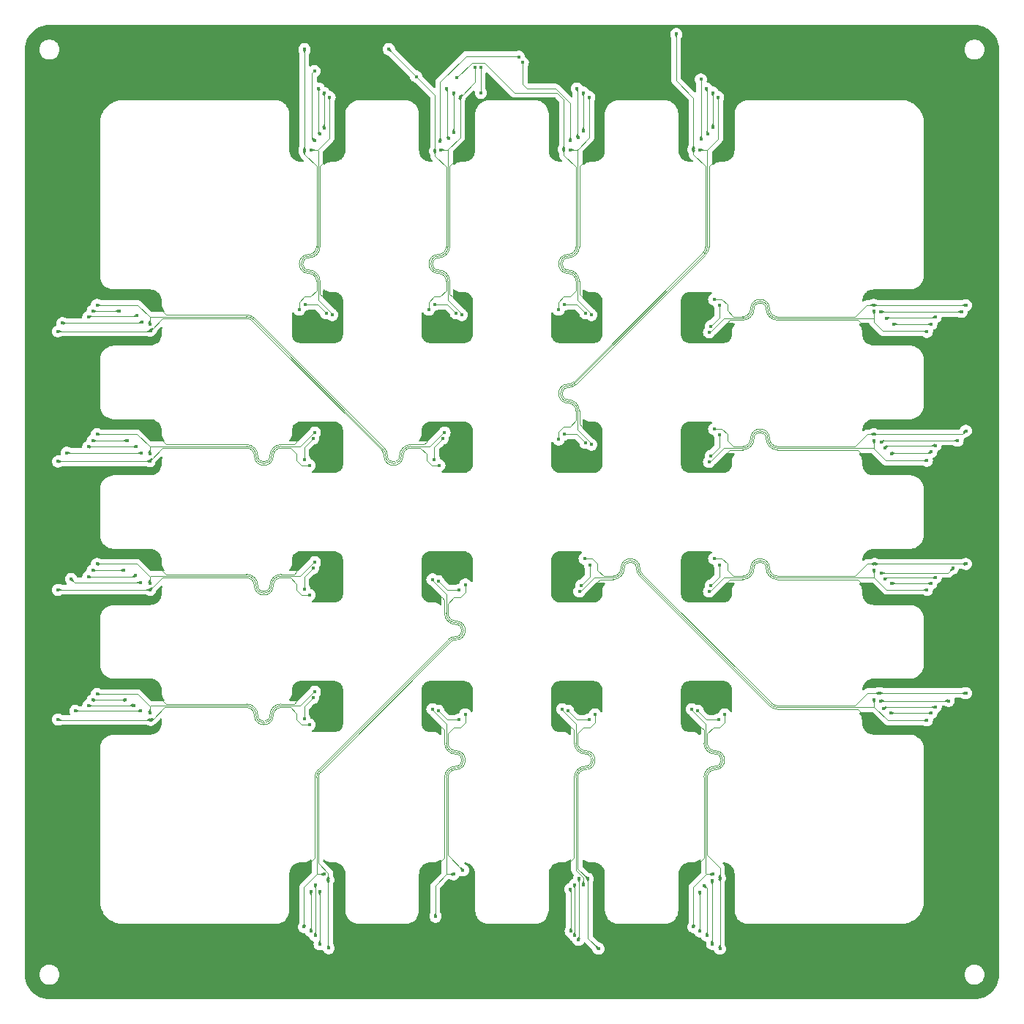
<source format=gbr>
%TF.GenerationSoftware,KiCad,Pcbnew,8.0.4-rc2-202407082205~7740c66479~ubuntu22.04.1*%
%TF.CreationDate,2024-07-18T15:30:21+01:00*%
%TF.ProjectId,LIS2DH_array,4c495332-4448-45f6-9172-7261792e6b69,rev?*%
%TF.SameCoordinates,Original*%
%TF.FileFunction,Copper,L2,Bot*%
%TF.FilePolarity,Positive*%
%FSLAX46Y46*%
G04 Gerber Fmt 4.6, Leading zero omitted, Abs format (unit mm)*
G04 Created by KiCad (PCBNEW 8.0.4-rc2-202407082205~7740c66479~ubuntu22.04.1) date 2024-07-18 15:30:21*
%MOMM*%
%LPD*%
G01*
G04 APERTURE LIST*
%TA.AperFunction,ViaPad*%
%ADD10C,0.400000*%
%TD*%
%TA.AperFunction,ViaPad*%
%ADD11C,0.600000*%
%TD*%
%TA.AperFunction,Conductor*%
%ADD12C,0.100000*%
%TD*%
G04 APERTURE END LIST*
D10*
%TO.N,GND*%
X101300000Y-110300000D03*
X98000000Y-108000000D03*
%TO.N,nCS_9*%
X99500000Y-109000000D03*
X98500000Y-111400000D03*
%TO.N,Sclk*%
X99700000Y-108300000D03*
%TO.N,VDD*%
X99100000Y-112100000D03*
%TO.N,GND*%
X143700000Y-94700000D03*
X147000000Y-97000000D03*
%TO.N,nCS_8*%
X145500000Y-96000000D03*
X146500000Y-93600000D03*
%TO.N,Sclk*%
X145300000Y-96700000D03*
%TO.N,VDD*%
X145900000Y-92900000D03*
%TO.N,GND*%
X129700000Y-96300000D03*
X132000000Y-93000000D03*
%TO.N,nCS_7*%
X131000000Y-94500000D03*
X128600000Y-93500000D03*
%TO.N,Sclk*%
X131700000Y-94700000D03*
%TO.N,VDD*%
X127900000Y-94100000D03*
%TO.N,GND*%
X116300000Y-95300000D03*
X113000000Y-93000000D03*
%TO.N,nCS_6*%
X114500000Y-94000000D03*
X113500000Y-96400000D03*
%TO.N,Sclk*%
X114700000Y-93300000D03*
%TO.N,VDD*%
X114100000Y-97100000D03*
%TO.N,GND*%
X143700000Y-79700000D03*
X147000000Y-82000000D03*
%TO.N,nCS_4*%
X145500000Y-81000000D03*
X146500000Y-78600000D03*
%TO.N,Sclk*%
X145300000Y-81700000D03*
%TO.N,VDD*%
X145900000Y-77900000D03*
%TO.N,GND*%
X129700000Y-81300000D03*
X132000000Y-78000000D03*
%TO.N,nCS_3*%
X131000000Y-79500000D03*
X128600000Y-78500000D03*
%TO.N,Sclk*%
X131700000Y-79700000D03*
%TO.N,VDD*%
X127900000Y-79100000D03*
%TO.N,GND*%
X114700000Y-81300000D03*
X117000000Y-78000000D03*
%TO.N,nCS_2*%
X116000000Y-79500000D03*
X113600000Y-78500000D03*
%TO.N,Sclk*%
X116700000Y-79700000D03*
%TO.N,VDD*%
X112900000Y-79100000D03*
%TO.N,GND*%
X145300000Y-123700000D03*
X143000000Y-127000000D03*
%TO.N,nCS_16*%
X144000000Y-125500000D03*
X146400000Y-126500000D03*
%TO.N,Sclk*%
X143300000Y-125300000D03*
%TO.N,VDD*%
X147100000Y-125900000D03*
%TO.N,GND*%
X130300000Y-123700000D03*
X128000000Y-127000000D03*
%TO.N,nCS_15*%
X129000000Y-125500000D03*
X131400000Y-126500000D03*
%TO.N,Sclk*%
X128300000Y-125300000D03*
%TO.N,VDD*%
X132100000Y-125900000D03*
%TO.N,GND*%
X115300000Y-123700000D03*
X113000000Y-127000000D03*
%TO.N,nCS_14*%
X114000000Y-125500000D03*
X116400000Y-126500000D03*
%TO.N,Sclk*%
X113300000Y-125300000D03*
%TO.N,VDD*%
X117100000Y-125900000D03*
%TO.N,GND*%
X101300000Y-125300000D03*
X98000000Y-123000000D03*
%TO.N,nCS_13*%
X99500000Y-124000000D03*
X98500000Y-126400000D03*
%TO.N,Sclk*%
X99700000Y-123300000D03*
%TO.N,VDD*%
X99100000Y-127100000D03*
%TO.N,GND*%
X143700000Y-109700000D03*
X147000000Y-112000000D03*
%TO.N,nCS_12*%
X145500000Y-111000000D03*
X146500000Y-108600000D03*
%TO.N,Sclk*%
X145300000Y-111700000D03*
%TO.N,VDD*%
X145900000Y-107900000D03*
%TO.N,GND*%
X128700000Y-109700000D03*
X132000000Y-112000000D03*
%TO.N,nCS_11*%
X130500000Y-111000000D03*
X131500000Y-108600000D03*
%TO.N,Sclk*%
X130300000Y-111700000D03*
%TO.N,VDD*%
X130900000Y-107900000D03*
%TO.N,GND*%
X115300000Y-108700000D03*
X113000000Y-112000000D03*
%TO.N,nCS_10*%
X114000000Y-110500000D03*
X116400000Y-111500000D03*
%TO.N,Sclk*%
X113300000Y-110300000D03*
%TO.N,VDD*%
X117100000Y-110900000D03*
%TO.N,GND*%
X99700000Y-81300000D03*
X102000000Y-78000000D03*
%TO.N,nCS_1*%
X101000000Y-79500000D03*
X98600000Y-78500000D03*
%TO.N,Sclk*%
X101700000Y-79700000D03*
%TO.N,VDD*%
X97900000Y-79100000D03*
X99100000Y-97100000D03*
%TO.N,Sclk*%
X99700000Y-93300000D03*
%TO.N,GND*%
X97500000Y-148000000D03*
X168500000Y-107250000D03*
X80850000Y-78050000D03*
X76500000Y-82750000D03*
X164150000Y-96950000D03*
X167250000Y-82500000D03*
X102750000Y-148500000D03*
X142500000Y-148750000D03*
X147500000Y-57750000D03*
X127500000Y-149500000D03*
X164150000Y-126950000D03*
X97250000Y-58000000D03*
X76500000Y-127750000D03*
X167750000Y-92250000D03*
X169249999Y-122250000D03*
X128050000Y-144150000D03*
X147750000Y-147750000D03*
X75750000Y-82750000D03*
X75500000Y-77500000D03*
X168750000Y-127500000D03*
X97250000Y-55750001D03*
X77750000Y-77500000D03*
X142250000Y-57250000D03*
X80850000Y-123050000D03*
X132500000Y-55500000D03*
X77000015Y-107500006D03*
X167750000Y-122250000D03*
X77750015Y-107500006D03*
X117500000Y-57750000D03*
X167250000Y-127500000D03*
X132500000Y-57000000D03*
X75750000Y-127750000D03*
X102500000Y-57000000D03*
X127250000Y-57250000D03*
X78000000Y-127750000D03*
X78000000Y-82750000D03*
X147500000Y-56250000D03*
X142250000Y-56500000D03*
X142250000Y-58000000D03*
X167000000Y-92250000D03*
X117500000Y-55500000D03*
X77250000Y-97750000D03*
X168750000Y-97500000D03*
X147750000Y-147000000D03*
X168500000Y-122250000D03*
X102750000Y-147000000D03*
X77250000Y-82750000D03*
X168750000Y-82500000D03*
X117750000Y-149249999D03*
X76250015Y-107500006D03*
X117500000Y-57000000D03*
X169500000Y-97500000D03*
X98050000Y-144150000D03*
X102500000Y-56250000D03*
X168000000Y-127500000D03*
X127250000Y-58000000D03*
X132750000Y-147000000D03*
X112500000Y-148000000D03*
X168000000Y-112500000D03*
X97250000Y-57250000D03*
X117750000Y-147000000D03*
X168750000Y-112500000D03*
X97500000Y-148750000D03*
X142500000Y-147250000D03*
X168500000Y-92250000D03*
X169500000Y-127500000D03*
X164150000Y-81950000D03*
X132750000Y-149249999D03*
X76250000Y-77500000D03*
D11*
X113600000Y-49950000D03*
D10*
X77750000Y-122500000D03*
X127250000Y-55750001D03*
X80850015Y-108050006D03*
X80850000Y-93050000D03*
X146950000Y-60850000D03*
X132750000Y-148500000D03*
X75500000Y-92500000D03*
X169500000Y-112500000D03*
X143050000Y-144150000D03*
X78000015Y-112750006D03*
X102750000Y-149249999D03*
X77250015Y-112750006D03*
X127250000Y-56500000D03*
X117750000Y-148500000D03*
X168000000Y-97500000D03*
X167000000Y-107250000D03*
D11*
X128750000Y-52250000D03*
D10*
X76500000Y-97750000D03*
X167750000Y-77250000D03*
X169249999Y-107250000D03*
X142500000Y-148000000D03*
X97250000Y-56500000D03*
X77000000Y-77500000D03*
X147500000Y-55500000D03*
X97500000Y-149500000D03*
X102750000Y-147750000D03*
X167250000Y-112500000D03*
X77000000Y-122500000D03*
X112250000Y-55750001D03*
X142250000Y-55750001D03*
X132750000Y-147750000D03*
X101950000Y-60850000D03*
X131950000Y-60850000D03*
X75750015Y-112750006D03*
X75500015Y-107500006D03*
X127500000Y-148000000D03*
X169249999Y-77250000D03*
X147750000Y-148500000D03*
X147500000Y-57000000D03*
X76250000Y-122500000D03*
X127500000Y-148750000D03*
X169500000Y-82500000D03*
X97500000Y-147250000D03*
X167750000Y-107250000D03*
X169249999Y-92250000D03*
X117500000Y-56250000D03*
X164150000Y-111950000D03*
X75500000Y-122500000D03*
X75750000Y-97750000D03*
X116950000Y-60850000D03*
X112250000Y-56500000D03*
X112250000Y-58000000D03*
X102500000Y-55500000D03*
X102500000Y-57750000D03*
X113050000Y-144150000D03*
X112500000Y-147250000D03*
X168500000Y-77250000D03*
X132500000Y-56250000D03*
X112500000Y-149500000D03*
D11*
X131750000Y-49700000D03*
D10*
X167000000Y-122250000D03*
X77750000Y-92500000D03*
X117750000Y-147750000D03*
X77000000Y-92500000D03*
X142500000Y-149500000D03*
X76250000Y-92500000D03*
X77250000Y-127750000D03*
X167250000Y-97500000D03*
X167000000Y-77250000D03*
X168000000Y-82500000D03*
X132500000Y-57750000D03*
X112250000Y-57250000D03*
X76500015Y-112750006D03*
X112500000Y-148750000D03*
X127500000Y-147250000D03*
X147750000Y-149249999D03*
X78000000Y-97750000D03*
%TO.N,VDD*%
X111420000Y-52130000D03*
X98500000Y-60700000D03*
X146550000Y-144850000D03*
X164450000Y-108500000D03*
X70000000Y-126500000D03*
X101250000Y-145050000D03*
X175000000Y-78600000D03*
X146550000Y-153000000D03*
X116150000Y-52250000D03*
X143500000Y-60550000D03*
X108250000Y-48960000D03*
X175000000Y-123450000D03*
X80600000Y-96600000D03*
X80650000Y-111500000D03*
X98500000Y-48960000D03*
X164350000Y-93500000D03*
X101300000Y-152950000D03*
X70000000Y-96650000D03*
X80700000Y-81500000D03*
X80700000Y-126550000D03*
X164350000Y-78550000D03*
X116825000Y-143925000D03*
X70000000Y-111500000D03*
X165000000Y-123450000D03*
X128500000Y-60550000D03*
X131250000Y-144900000D03*
X175000000Y-93100000D03*
X113600000Y-60750000D03*
X141500000Y-47200000D03*
X175000000Y-108500000D03*
X70000000Y-81600000D03*
X132500000Y-153000000D03*
%TO.N,SDO*%
X100150000Y-53500000D03*
X165650000Y-95100000D03*
X79150000Y-79750000D03*
X73500000Y-79950000D03*
X99750000Y-145600000D03*
X115150000Y-59300000D03*
X145150000Y-58800000D03*
X73500000Y-110000000D03*
X114900000Y-53500000D03*
X165800000Y-80100000D03*
X78950000Y-109850000D03*
X78750000Y-124850000D03*
X130000000Y-53500000D03*
X129750001Y-145600000D03*
X73500000Y-94950000D03*
X171500000Y-94800000D03*
X100250000Y-58800000D03*
X73500000Y-124900000D03*
X171500000Y-110100000D03*
X171500000Y-79950000D03*
X99750000Y-151500000D03*
X130150000Y-59150000D03*
X79050000Y-94900000D03*
X129750000Y-151500000D03*
X171500000Y-125050000D03*
X165600000Y-110250000D03*
X144750000Y-145700000D03*
X145050000Y-151500000D03*
X145000000Y-53500000D03*
X165500000Y-125250000D03*
%TO.N,Sclk*%
X145750000Y-144400000D03*
X146350000Y-54500000D03*
X131450000Y-54500000D03*
X99250000Y-60600000D03*
X170500000Y-111500000D03*
X164400000Y-109250000D03*
X80600015Y-110750006D03*
X114250000Y-60600000D03*
X144250000Y-60600000D03*
X80600000Y-95750000D03*
X164400000Y-94250000D03*
X80600000Y-125750000D03*
X130750000Y-145600000D03*
X101400000Y-54500000D03*
X164400000Y-124250000D03*
X74500000Y-93500000D03*
X170500000Y-81650000D03*
X98450000Y-150500000D03*
X170500000Y-126600000D03*
X164400000Y-79250000D03*
X80600000Y-80750000D03*
X170500000Y-96550000D03*
X116500000Y-54500000D03*
X118250000Y-51100000D03*
X100750000Y-144400000D03*
X74500000Y-108500000D03*
X115750000Y-144400000D03*
X129250000Y-60600000D03*
X74500000Y-123550000D03*
X143500000Y-150500000D03*
X113650000Y-149300000D03*
X74500000Y-78550000D03*
%TO.N,nCS_1*%
X99650000Y-59500000D03*
X99650000Y-51500000D03*
%TO.N,SDI*%
X144250000Y-146500000D03*
X115750000Y-54000000D03*
X171000000Y-110750000D03*
X130750000Y-54000000D03*
X130750000Y-58400000D03*
X100750000Y-54000000D03*
X77600000Y-109250000D03*
X77800000Y-124250000D03*
X115750000Y-58600000D03*
X99250000Y-151000000D03*
X166350000Y-125750000D03*
X99250000Y-146400000D03*
X171000000Y-95550000D03*
X118900000Y-51100000D03*
X118900000Y-54000000D03*
X129300000Y-151000000D03*
X74000000Y-124250000D03*
X166650000Y-80750000D03*
X100750000Y-58100000D03*
X144250000Y-151000000D03*
X129250000Y-146100000D03*
X145750000Y-54000000D03*
X74000000Y-79250000D03*
X74000000Y-94250000D03*
X166400000Y-110750000D03*
X77050000Y-79250000D03*
X74000000Y-109250000D03*
X171000000Y-125750000D03*
X145750000Y-58000000D03*
X78000000Y-94250000D03*
X171000000Y-80750000D03*
X166400000Y-95750000D03*
%TO.N,nCS_2*%
X123300000Y-49850000D03*
X114200000Y-59600000D03*
%TO.N,nCS_5*%
X71000000Y-95650000D03*
X79650000Y-95650000D03*
%TO.N,nCS_6*%
X70500000Y-80650000D03*
X79700000Y-80500000D03*
%TO.N,nCS_4*%
X174500000Y-79350000D03*
X165150000Y-79350000D03*
%TO.N,nCS_8*%
X165250000Y-94400000D03*
X174050000Y-94250000D03*
%TO.N,nCS_9*%
X79550000Y-110650006D03*
X71500000Y-110250000D03*
%TO.N,nCS_7*%
X144370000Y-59400000D03*
X144350000Y-52450000D03*
%TO.N,nCS_3*%
X129250000Y-59500000D03*
X123750000Y-50500000D03*
%TO.N,nCS_10*%
X100250000Y-146400000D03*
X100250000Y-152500000D03*
%TO.N,nCS_11*%
X173000000Y-124350000D03*
X165150000Y-124350000D03*
%TO.N,nCS_12*%
X165200000Y-109550000D03*
X173500000Y-109000000D03*
%TO.N,nCS_13*%
X79550000Y-125500000D03*
X72000000Y-125500000D03*
%TO.N,nCS_15*%
X130200000Y-152000000D03*
X130250000Y-144900000D03*
%TO.N,nCS_16*%
X145650000Y-152450000D03*
X145650000Y-145150000D03*
%TO.N,nCS_5*%
X98500000Y-96400000D03*
X99500000Y-94000000D03*
%TO.N,GND*%
X98000000Y-93000000D03*
X101300000Y-95300000D03*
%TD*%
D12*
%TO.N,nCS_9*%
X98500000Y-110000000D02*
X99500000Y-109000000D01*
X98500000Y-111400000D02*
X98500000Y-110000000D01*
%TO.N,GND*%
X97300000Y-109700000D02*
X95800000Y-109700000D01*
X97600000Y-109400000D02*
X97300000Y-109700000D01*
X97600000Y-108400000D02*
X97600000Y-109400000D01*
X98000000Y-108000000D02*
X97600000Y-108400000D01*
%TO.N,Sclk*%
X95800000Y-109900000D02*
X97963603Y-109900000D01*
X97963603Y-109900000D02*
X99563603Y-108300000D01*
X99563603Y-108300000D02*
X99700000Y-108300000D01*
%TO.N,VDD*%
X98200000Y-112100000D02*
X99100000Y-112100000D01*
X97600000Y-111500000D02*
X98200000Y-112100000D01*
X96900000Y-110100000D02*
X97600000Y-110800000D01*
X97600000Y-110800000D02*
X97600000Y-111500000D01*
X95800000Y-110100000D02*
X96900000Y-110100000D01*
%TO.N,nCS_8*%
X146500000Y-95000000D02*
X145500000Y-96000000D01*
X146500000Y-93600000D02*
X146500000Y-95000000D01*
%TO.N,GND*%
X147700000Y-95300000D02*
X149200000Y-95300000D01*
X147400000Y-95600000D02*
X147700000Y-95300000D01*
X147400000Y-96600000D02*
X147400000Y-95600000D01*
X147000000Y-97000000D02*
X147400000Y-96600000D01*
%TO.N,Sclk*%
X149200000Y-95100000D02*
X147036397Y-95100000D01*
X147036397Y-95100000D02*
X145436397Y-96700000D01*
X145436397Y-96700000D02*
X145300000Y-96700000D01*
%TO.N,VDD*%
X146800000Y-92900000D02*
X145900000Y-92900000D01*
X147400000Y-93500000D02*
X146800000Y-92900000D01*
X148100000Y-94900000D02*
X147400000Y-94200000D01*
X147400000Y-94200000D02*
X147400000Y-93500000D01*
X149200000Y-94900000D02*
X148100000Y-94900000D01*
%TO.N,nCS_7*%
X130000000Y-93500000D02*
X131000000Y-94500000D01*
X128600000Y-93500000D02*
X130000000Y-93500000D01*
%TO.N,GND*%
X130300000Y-92300000D02*
X130300000Y-90800000D01*
X130600000Y-92600000D02*
X130300000Y-92300000D01*
X131600000Y-92600000D02*
X130600000Y-92600000D01*
X132000000Y-93000000D02*
X131600000Y-92600000D01*
%TO.N,Sclk*%
X130100000Y-90800000D02*
X130100000Y-92963603D01*
X130100000Y-92963603D02*
X131700000Y-94563603D01*
X131700000Y-94563603D02*
X131700000Y-94700000D01*
%TO.N,VDD*%
X127900000Y-93200000D02*
X127900000Y-94100000D01*
X128500000Y-92600000D02*
X127900000Y-93200000D01*
X129900000Y-91900000D02*
X129200000Y-92600000D01*
X129200000Y-92600000D02*
X128500000Y-92600000D01*
X129900000Y-90800000D02*
X129900000Y-91900000D01*
%TO.N,nCS_6*%
X113500000Y-95000000D02*
X114500000Y-94000000D01*
X113500000Y-96400000D02*
X113500000Y-95000000D01*
%TO.N,GND*%
X112300000Y-94700000D02*
X110800000Y-94700000D01*
X112600000Y-94400000D02*
X112300000Y-94700000D01*
X112600000Y-93400000D02*
X112600000Y-94400000D01*
X113000000Y-93000000D02*
X112600000Y-93400000D01*
%TO.N,Sclk*%
X110800000Y-94900000D02*
X112963603Y-94900000D01*
X112963603Y-94900000D02*
X114563603Y-93300000D01*
X114563603Y-93300000D02*
X114700000Y-93300000D01*
%TO.N,VDD*%
X113200000Y-97100000D02*
X114100000Y-97100000D01*
X112600000Y-96500000D02*
X113200000Y-97100000D01*
X111900000Y-95100000D02*
X112600000Y-95800000D01*
X112600000Y-95800000D02*
X112600000Y-96500000D01*
X110800000Y-95100000D02*
X111900000Y-95100000D01*
%TO.N,nCS_4*%
X146500000Y-80000000D02*
X145500000Y-81000000D01*
X146500000Y-78600000D02*
X146500000Y-80000000D01*
%TO.N,GND*%
X147700000Y-80300000D02*
X149200000Y-80300000D01*
X147400000Y-80600000D02*
X147700000Y-80300000D01*
X147400000Y-81600000D02*
X147400000Y-80600000D01*
X147000000Y-82000000D02*
X147400000Y-81600000D01*
%TO.N,Sclk*%
X149200000Y-80100000D02*
X147036397Y-80100000D01*
X147036397Y-80100000D02*
X145436397Y-81700000D01*
X145436397Y-81700000D02*
X145300000Y-81700000D01*
%TO.N,VDD*%
X146800000Y-77900000D02*
X145900000Y-77900000D01*
X147400000Y-78500000D02*
X146800000Y-77900000D01*
X148100000Y-79900000D02*
X147400000Y-79200000D01*
X147400000Y-79200000D02*
X147400000Y-78500000D01*
X149200000Y-79900000D02*
X148100000Y-79900000D01*
%TO.N,nCS_3*%
X130000000Y-78500000D02*
X131000000Y-79500000D01*
X128600000Y-78500000D02*
X130000000Y-78500000D01*
%TO.N,GND*%
X130300000Y-77300000D02*
X130300000Y-75800000D01*
X130600000Y-77600000D02*
X130300000Y-77300000D01*
X131600000Y-77600000D02*
X130600000Y-77600000D01*
X132000000Y-78000000D02*
X131600000Y-77600000D01*
%TO.N,Sclk*%
X130100000Y-75800000D02*
X130100000Y-77963603D01*
X130100000Y-77963603D02*
X131700000Y-79563603D01*
X131700000Y-79563603D02*
X131700000Y-79700000D01*
%TO.N,VDD*%
X127900000Y-78200000D02*
X127900000Y-79100000D01*
X128500000Y-77600000D02*
X127900000Y-78200000D01*
X129900000Y-76900000D02*
X129200000Y-77600000D01*
X129200000Y-77600000D02*
X128500000Y-77600000D01*
X129900000Y-75800000D02*
X129900000Y-76900000D01*
%TO.N,nCS_2*%
X115000000Y-78500000D02*
X116000000Y-79500000D01*
X113600000Y-78500000D02*
X115000000Y-78500000D01*
%TO.N,GND*%
X115300000Y-77300000D02*
X115300000Y-75800000D01*
X115600000Y-77600000D02*
X115300000Y-77300000D01*
X116600000Y-77600000D02*
X115600000Y-77600000D01*
X117000000Y-78000000D02*
X116600000Y-77600000D01*
%TO.N,Sclk*%
X115100000Y-75800000D02*
X115100000Y-77963603D01*
X115100000Y-77963603D02*
X116700000Y-79563603D01*
X116700000Y-79563603D02*
X116700000Y-79700000D01*
%TO.N,VDD*%
X112900000Y-78200000D02*
X112900000Y-79100000D01*
X113500000Y-77600000D02*
X112900000Y-78200000D01*
X114900000Y-76900000D02*
X114200000Y-77600000D01*
X114200000Y-77600000D02*
X113500000Y-77600000D01*
X114900000Y-75800000D02*
X114900000Y-76900000D01*
%TO.N,nCS_16*%
X145000000Y-126500000D02*
X144000000Y-125500000D01*
X146400000Y-126500000D02*
X145000000Y-126500000D01*
%TO.N,GND*%
X144700000Y-127700000D02*
X144700000Y-129200000D01*
X144400000Y-127400000D02*
X144700000Y-127700000D01*
X143400000Y-127400000D02*
X144400000Y-127400000D01*
X143000000Y-127000000D02*
X143400000Y-127400000D01*
%TO.N,Sclk*%
X144900000Y-129200000D02*
X144900000Y-127036397D01*
X144900000Y-127036397D02*
X143300000Y-125436397D01*
X143300000Y-125436397D02*
X143300000Y-125300000D01*
%TO.N,VDD*%
X147100000Y-126800000D02*
X147100000Y-125900000D01*
X146500000Y-127400000D02*
X147100000Y-126800000D01*
X145100000Y-128100000D02*
X145800000Y-127400000D01*
X145800000Y-127400000D02*
X146500000Y-127400000D01*
X145100000Y-129200000D02*
X145100000Y-128100000D01*
%TO.N,nCS_15*%
X130000000Y-126500000D02*
X129000000Y-125500000D01*
X131400000Y-126500000D02*
X130000000Y-126500000D01*
%TO.N,GND*%
X129700000Y-127700000D02*
X129700000Y-129200000D01*
X129400000Y-127400000D02*
X129700000Y-127700000D01*
X128400000Y-127400000D02*
X129400000Y-127400000D01*
X128000000Y-127000000D02*
X128400000Y-127400000D01*
%TO.N,Sclk*%
X129900000Y-129200000D02*
X129900000Y-127036397D01*
X129900000Y-127036397D02*
X128300000Y-125436397D01*
X128300000Y-125436397D02*
X128300000Y-125300000D01*
%TO.N,VDD*%
X132100000Y-126800000D02*
X132100000Y-125900000D01*
X131500000Y-127400000D02*
X132100000Y-126800000D01*
X130100000Y-128100000D02*
X130800000Y-127400000D01*
X130800000Y-127400000D02*
X131500000Y-127400000D01*
X130100000Y-129200000D02*
X130100000Y-128100000D01*
%TO.N,nCS_14*%
X115000000Y-126500000D02*
X114000000Y-125500000D01*
X116400000Y-126500000D02*
X115000000Y-126500000D01*
%TO.N,GND*%
X114700000Y-127700000D02*
X114700000Y-129200000D01*
X114400000Y-127400000D02*
X114700000Y-127700000D01*
X113400000Y-127400000D02*
X114400000Y-127400000D01*
X113000000Y-127000000D02*
X113400000Y-127400000D01*
%TO.N,Sclk*%
X114900000Y-129200000D02*
X114900000Y-127036397D01*
X114900000Y-127036397D02*
X113300000Y-125436397D01*
X113300000Y-125436397D02*
X113300000Y-125300000D01*
%TO.N,VDD*%
X117100000Y-126800000D02*
X117100000Y-125900000D01*
X116500000Y-127400000D02*
X117100000Y-126800000D01*
X115100000Y-128100000D02*
X115800000Y-127400000D01*
X115800000Y-127400000D02*
X116500000Y-127400000D01*
X115100000Y-129200000D02*
X115100000Y-128100000D01*
%TO.N,nCS_13*%
X98500000Y-125000000D02*
X99500000Y-124000000D01*
X98500000Y-126400000D02*
X98500000Y-125000000D01*
%TO.N,GND*%
X97300000Y-124700000D02*
X95800000Y-124700000D01*
X97600000Y-124400000D02*
X97300000Y-124700000D01*
X97600000Y-123400000D02*
X97600000Y-124400000D01*
X98000000Y-123000000D02*
X97600000Y-123400000D01*
%TO.N,Sclk*%
X95800000Y-124900000D02*
X97963603Y-124900000D01*
X97963603Y-124900000D02*
X99563603Y-123300000D01*
X99563603Y-123300000D02*
X99700000Y-123300000D01*
%TO.N,VDD*%
X98200000Y-127100000D02*
X99100000Y-127100000D01*
X97600000Y-126500000D02*
X98200000Y-127100000D01*
X96900000Y-125100000D02*
X97600000Y-125800000D01*
X97600000Y-125800000D02*
X97600000Y-126500000D01*
X95800000Y-125100000D02*
X96900000Y-125100000D01*
%TO.N,nCS_12*%
X146500000Y-110000000D02*
X145500000Y-111000000D01*
X146500000Y-108600000D02*
X146500000Y-110000000D01*
%TO.N,GND*%
X147700000Y-110300000D02*
X149200000Y-110300000D01*
X147400000Y-110600000D02*
X147700000Y-110300000D01*
X147400000Y-111600000D02*
X147400000Y-110600000D01*
X147000000Y-112000000D02*
X147400000Y-111600000D01*
%TO.N,Sclk*%
X149200000Y-110100000D02*
X147036397Y-110100000D01*
X147036397Y-110100000D02*
X145436397Y-111700000D01*
X145436397Y-111700000D02*
X145300000Y-111700000D01*
%TO.N,VDD*%
X146800000Y-107900000D02*
X145900000Y-107900000D01*
X147400000Y-108500000D02*
X146800000Y-107900000D01*
X148100000Y-109900000D02*
X147400000Y-109200000D01*
X147400000Y-109200000D02*
X147400000Y-108500000D01*
X149200000Y-109900000D02*
X148100000Y-109900000D01*
%TO.N,nCS_11*%
X131500000Y-110000000D02*
X130500000Y-111000000D01*
X131500000Y-108600000D02*
X131500000Y-110000000D01*
%TO.N,GND*%
X132700000Y-110300000D02*
X134200000Y-110300000D01*
X132400000Y-110600000D02*
X132700000Y-110300000D01*
X132400000Y-111600000D02*
X132400000Y-110600000D01*
X132000000Y-112000000D02*
X132400000Y-111600000D01*
%TO.N,Sclk*%
X134200000Y-110100000D02*
X132036397Y-110100000D01*
X132036397Y-110100000D02*
X130436397Y-111700000D01*
X130436397Y-111700000D02*
X130300000Y-111700000D01*
%TO.N,VDD*%
X131800000Y-107900000D02*
X130900000Y-107900000D01*
X132400000Y-108500000D02*
X131800000Y-107900000D01*
X133100000Y-109900000D02*
X132400000Y-109200000D01*
X132400000Y-109200000D02*
X132400000Y-108500000D01*
X134200000Y-109900000D02*
X133100000Y-109900000D01*
%TO.N,nCS_10*%
X115000000Y-111500000D02*
X114000000Y-110500000D01*
X116400000Y-111500000D02*
X115000000Y-111500000D01*
%TO.N,GND*%
X114700000Y-112700000D02*
X114700000Y-114200000D01*
X114400000Y-112400000D02*
X114700000Y-112700000D01*
X113400000Y-112400000D02*
X114400000Y-112400000D01*
X113000000Y-112000000D02*
X113400000Y-112400000D01*
%TO.N,Sclk*%
X114900000Y-114200000D02*
X114900000Y-112036397D01*
X114900000Y-112036397D02*
X113300000Y-110436397D01*
X113300000Y-110436397D02*
X113300000Y-110300000D01*
%TO.N,VDD*%
X117100000Y-111800000D02*
X117100000Y-110900000D01*
X116500000Y-112400000D02*
X117100000Y-111800000D01*
X115100000Y-113100000D02*
X115800000Y-112400000D01*
X115800000Y-112400000D02*
X116500000Y-112400000D01*
X115100000Y-114200000D02*
X115100000Y-113100000D01*
%TO.N,nCS_1*%
X100000000Y-78500000D02*
X101000000Y-79500000D01*
X98600000Y-78500000D02*
X100000000Y-78500000D01*
%TO.N,GND*%
X100300000Y-77300000D02*
X100300000Y-75800000D01*
X100600000Y-77600000D02*
X100300000Y-77300000D01*
X101600000Y-77600000D02*
X100600000Y-77600000D01*
X102000000Y-78000000D02*
X101600000Y-77600000D01*
%TO.N,Sclk*%
X100100000Y-75800000D02*
X100100000Y-77963603D01*
X100100000Y-77963603D02*
X101700000Y-79563603D01*
X101700000Y-79563603D02*
X101700000Y-79700000D01*
%TO.N,VDD*%
X97900000Y-78200000D02*
X97900000Y-79100000D01*
X98500000Y-77600000D02*
X97900000Y-78200000D01*
X99900000Y-76900000D02*
X99200000Y-77600000D01*
X99200000Y-77600000D02*
X98500000Y-77600000D01*
X99900000Y-75800000D02*
X99900000Y-76900000D01*
X95800000Y-95100000D02*
X96900000Y-95100000D01*
X97600000Y-95800000D02*
X97600000Y-96500000D01*
X96900000Y-95100000D02*
X97600000Y-95800000D01*
X97600000Y-96500000D02*
X98200000Y-97100000D01*
X98200000Y-97100000D02*
X99100000Y-97100000D01*
%TO.N,Sclk*%
X99563603Y-93300000D02*
X99700000Y-93300000D01*
X97963603Y-94900000D02*
X99563603Y-93300000D01*
X95800000Y-94900000D02*
X97963603Y-94900000D01*
%TO.N,GND*%
X98000000Y-93000000D02*
X97600000Y-93400000D01*
X97600000Y-93400000D02*
X97600000Y-94400000D01*
X97600000Y-94400000D02*
X97300000Y-94700000D01*
X97300000Y-94700000D02*
X95800000Y-94700000D01*
X153200000Y-95300000D02*
X162500000Y-95300000D01*
X162500000Y-80300000D02*
X164150000Y-81950000D01*
X152280762Y-124919239D02*
X137280000Y-109918477D01*
X130300000Y-62500000D02*
X131950000Y-60850000D01*
X129700000Y-133200000D02*
X129700000Y-142500000D01*
X145300000Y-62500000D02*
X146950000Y-60850000D01*
X162500000Y-95300000D02*
X164150000Y-96950000D01*
X82500000Y-79700000D02*
X80850000Y-78050000D01*
X153200000Y-110300000D02*
X162500000Y-110300000D01*
X130300000Y-71800000D02*
X130300000Y-62500000D01*
X114700000Y-133200000D02*
X114700000Y-142500000D01*
X162500000Y-125300000D02*
X164150000Y-126950000D01*
X99700000Y-142500000D02*
X98050000Y-144150000D01*
X114700000Y-142500000D02*
X113050000Y-144150000D01*
X100300000Y-71800000D02*
X100300000Y-62500000D01*
X91800000Y-124700000D02*
X82500000Y-124700000D01*
X91800000Y-79700000D02*
X82500000Y-79700000D01*
X92719238Y-80080761D02*
X107720000Y-95081523D01*
X91800000Y-94700000D02*
X82500000Y-94700000D01*
X82500000Y-94700000D02*
X80850000Y-93050000D01*
X153200000Y-125300000D02*
X162500000Y-125300000D01*
X82500015Y-109700006D02*
X80850015Y-108050006D01*
X100080761Y-132280762D02*
X115081523Y-117280000D01*
X145300000Y-71800000D02*
X145300000Y-62500000D01*
X99700000Y-133200000D02*
X99700000Y-142500000D01*
X100300000Y-62500000D02*
X101950000Y-60850000D01*
X91800000Y-109700000D02*
X82500000Y-109700000D01*
X129700000Y-142500000D02*
X128050000Y-144150000D01*
X115300000Y-62500000D02*
X116950000Y-60850000D01*
X162500000Y-110300000D02*
X164150000Y-111950000D01*
X144700000Y-133200000D02*
X144700000Y-142500000D01*
X153200000Y-80300000D02*
X162500000Y-80300000D01*
X144700000Y-142500000D02*
X143050000Y-144150000D01*
X82500000Y-124700000D02*
X80850000Y-123050000D01*
X115300000Y-71800000D02*
X115300000Y-62500000D01*
X144919239Y-72719238D02*
X129918477Y-87720000D01*
X114700000Y-114200000D02*
G75*
G03*
X116000000Y-115500000I1300000J0D01*
G01*
X151900000Y-94000000D02*
G75*
G03*
X153200000Y-95300000I1300000J0D01*
G01*
X110800000Y-94700000D02*
G75*
G03*
X109500000Y-96000000I0J-1300000D01*
G01*
X94500000Y-96000000D02*
G75*
G02*
X93100000Y-96000000I-700000J0D01*
G01*
X129000000Y-74500000D02*
G75*
G02*
X129000000Y-73100000I0J700000D01*
G01*
X93100000Y-126000000D02*
G75*
G03*
X91800000Y-124700000I-1300000J0D01*
G01*
X95800000Y-109700000D02*
G75*
G03*
X94500000Y-111000000I0J-1300000D01*
G01*
X95800000Y-124700000D02*
G75*
G03*
X94500000Y-126000000I0J-1300000D01*
G01*
X114000000Y-73100000D02*
G75*
G03*
X115300000Y-71800000I0J1300000D01*
G01*
X116000000Y-131900000D02*
G75*
G03*
X114700000Y-133200000I0J-1300000D01*
G01*
X137280761Y-109919239D02*
G75*
G02*
X136900000Y-109000000I919239J919239D01*
G01*
X149200000Y-110300000D02*
G75*
G03*
X150500000Y-109000000I0J1300000D01*
G01*
X149200000Y-80300000D02*
G75*
G03*
X150500000Y-79000000I0J1300000D01*
G01*
X116000000Y-116900000D02*
G75*
G03*
X115080761Y-117280762I0J-1300000D01*
G01*
X108100000Y-96000000D02*
G75*
G03*
X107719238Y-95080761I-1300000J0D01*
G01*
X151900000Y-109000000D02*
G75*
G03*
X153200000Y-110300000I1300000J0D01*
G01*
X151900000Y-79000000D02*
G75*
G03*
X153200000Y-80300000I1300000J0D01*
G01*
X149200000Y-95300000D02*
G75*
G03*
X150500000Y-94000000I0J1300000D01*
G01*
X93100000Y-111000000D02*
G75*
G03*
X91800000Y-109700000I-1300000J0D01*
G01*
X129919239Y-87719239D02*
G75*
G02*
X129000000Y-88100000I-919239J919239D01*
G01*
X95800000Y-94700000D02*
G75*
G03*
X94500000Y-96000000I0J-1300000D01*
G01*
X99000000Y-73100000D02*
G75*
G03*
X100300000Y-71800000I0J1300000D01*
G01*
X94500000Y-126000000D02*
G75*
G02*
X93100000Y-126000000I-700000J0D01*
G01*
X129700000Y-129200000D02*
G75*
G03*
X131000000Y-130500000I1300000J0D01*
G01*
X150500000Y-109000000D02*
G75*
G02*
X151900000Y-109000000I700000J0D01*
G01*
X115080761Y-117280761D02*
G75*
G02*
X116000000Y-116900000I919239J-919239D01*
G01*
X130300000Y-90800000D02*
G75*
G03*
X129000000Y-89500000I-1300000J0D01*
G01*
X109500000Y-96000000D02*
G75*
G02*
X108100000Y-96000000I-700000J0D01*
G01*
X92719238Y-80080761D02*
G75*
G03*
X91800000Y-79700000I-919238J-919239D01*
G01*
X116000000Y-115500000D02*
G75*
G02*
X116000000Y-116900000I0J-700000D01*
G01*
X131000000Y-131900000D02*
G75*
G03*
X129700000Y-133200000I0J-1300000D01*
G01*
X136900000Y-109000000D02*
G75*
G03*
X137280762Y-109919239I1300000J0D01*
G01*
X144700000Y-129200000D02*
G75*
G03*
X146000000Y-130500000I1300000J0D01*
G01*
X100300000Y-75800000D02*
G75*
G03*
X99000000Y-74500000I-1300000J0D01*
G01*
X94500000Y-111000000D02*
G75*
G02*
X93100000Y-111000000I-700000J0D01*
G01*
X131000000Y-130500000D02*
G75*
G02*
X131000000Y-131900000I0J-700000D01*
G01*
X116000000Y-130500000D02*
G75*
G02*
X116000000Y-131900000I0J-700000D01*
G01*
X130300000Y-75800000D02*
G75*
G03*
X129000000Y-74500000I-1300000J0D01*
G01*
X100080761Y-132280762D02*
G75*
G03*
X99700000Y-133200000I919239J-919238D01*
G01*
X114000000Y-74500000D02*
G75*
G02*
X114000000Y-73100000I0J700000D01*
G01*
X144919239Y-72719238D02*
G75*
G03*
X145300000Y-71800000I-919239J919238D01*
G01*
X129000000Y-89500000D02*
G75*
G02*
X129000000Y-88100000I0J700000D01*
G01*
X129000000Y-88100000D02*
G75*
G03*
X129919239Y-87719238I0J1300000D01*
G01*
X114700000Y-129200000D02*
G75*
G03*
X116000000Y-130500000I1300000J0D01*
G01*
X146000000Y-130500000D02*
G75*
G02*
X146000000Y-131900000I0J-700000D01*
G01*
X115300000Y-75800000D02*
G75*
G03*
X114000000Y-74500000I-1300000J0D01*
G01*
X107719239Y-95080761D02*
G75*
G02*
X108100000Y-96000000I-919239J-919239D01*
G01*
X129000000Y-73100000D02*
G75*
G03*
X130300000Y-71800000I0J1300000D01*
G01*
X150500000Y-94000000D02*
G75*
G02*
X151900000Y-94000000I700000J0D01*
G01*
X134200000Y-110300000D02*
G75*
G03*
X135500000Y-109000000I0J1300000D01*
G01*
X152280762Y-124919239D02*
G75*
G03*
X153200000Y-125300000I919238J919239D01*
G01*
X135500000Y-109000000D02*
G75*
G02*
X136900000Y-109000000I700000J0D01*
G01*
X146000000Y-131900000D02*
G75*
G03*
X144700000Y-133200000I0J-1300000D01*
G01*
X93100000Y-96000000D02*
G75*
G03*
X91800000Y-94700000I-1300000J0D01*
G01*
X150500000Y-79000000D02*
G75*
G02*
X151900000Y-79000000I700000J0D01*
G01*
X99000000Y-74500000D02*
G75*
G02*
X99000000Y-73100000I0J700000D01*
G01*
%TO.N,VDD*%
X162199999Y-79900000D02*
X153200000Y-79900000D01*
X119350000Y-50550000D02*
X122800000Y-54000000D01*
X115100000Y-133200000D02*
X115100000Y-142199999D01*
X80700000Y-126550000D02*
X70050000Y-126550000D01*
X116150000Y-52250000D02*
X117850000Y-50550000D01*
X152563605Y-124636397D02*
X137563604Y-109636396D01*
X113600000Y-60750000D02*
X113600000Y-61300000D01*
X141500000Y-52600000D02*
X143500000Y-54600000D01*
X70050000Y-126550000D02*
X70000000Y-126500000D01*
X82100000Y-80100000D02*
X91799999Y-80100000D01*
X130100000Y-143750000D02*
X130100000Y-133200000D01*
X164350000Y-78550000D02*
X163549999Y-78550000D01*
X143500000Y-54600000D02*
X143500000Y-60550000D01*
X174950000Y-78550000D02*
X164350000Y-78550000D01*
X101250000Y-144263603D02*
X100100000Y-143113603D01*
X128500000Y-54750000D02*
X128500000Y-60550000D01*
X146550000Y-144850000D02*
X146550000Y-153000000D01*
X82317157Y-125100000D02*
X91800000Y-125100000D01*
X70000000Y-81600000D02*
X80600000Y-81600000D01*
X143500000Y-60550000D02*
X143500000Y-61100000D01*
X163649999Y-123450000D02*
X162199999Y-124900000D01*
X146550000Y-143649999D02*
X145100000Y-142199999D01*
X165000000Y-123450000D02*
X163649999Y-123450000D01*
X80700000Y-126550000D02*
X80867157Y-126550000D01*
X100100000Y-143113603D02*
X100100000Y-133200000D01*
X131250000Y-144900000D02*
X130100000Y-143750000D01*
X163599999Y-108500000D02*
X162199999Y-109900000D01*
X101250000Y-152900000D02*
X101250000Y-145050000D01*
X128500000Y-61200000D02*
X129900000Y-62600000D01*
X127750000Y-54000000D02*
X128500000Y-54750000D01*
X131300000Y-144950000D02*
X131300000Y-151800000D01*
X163599999Y-93500000D02*
X162199999Y-94900000D01*
X144636397Y-72436395D02*
X129636396Y-87436396D01*
X164350000Y-93500000D02*
X163599999Y-93500000D01*
X80650000Y-111500000D02*
X82050000Y-110100000D01*
X99900000Y-62500000D02*
X99900000Y-71800000D01*
X164350000Y-93500000D02*
X174600000Y-93500000D01*
X115100000Y-142199999D02*
X115099999Y-142200000D01*
X113600000Y-54310000D02*
X113600000Y-60750000D01*
X113600000Y-61300000D02*
X114900000Y-62600000D01*
X70000000Y-96650000D02*
X80550000Y-96650000D01*
X98500000Y-60700000D02*
X98500000Y-48960000D01*
X175000000Y-93100000D02*
X174600000Y-93500000D01*
X129900000Y-62600000D02*
X129900000Y-71800000D01*
X131300000Y-151800000D02*
X132500000Y-153000000D01*
X164450000Y-108500000D02*
X175000000Y-108500000D01*
X162199999Y-124900000D02*
X153200001Y-124900000D01*
X82050000Y-110100000D02*
X91800000Y-110100000D01*
X128500000Y-60550000D02*
X128500000Y-61200000D01*
X143500000Y-61100000D02*
X144900000Y-62500000D01*
X146550000Y-144850000D02*
X146550000Y-143649999D01*
X80550000Y-96650000D02*
X80600000Y-96600000D01*
X82100000Y-95100000D02*
X91800000Y-95100000D01*
X162199999Y-94900000D02*
X153200000Y-94900000D01*
X70000000Y-111500000D02*
X80650000Y-111500000D01*
X175000000Y-123450000D02*
X165000000Y-123450000D01*
X117850000Y-50550000D02*
X119350000Y-50550000D01*
X141500000Y-47200000D02*
X141500000Y-52600000D01*
X80700000Y-126550000D02*
X80700000Y-126600000D01*
X164450000Y-108500000D02*
X163599999Y-108500000D01*
X80700000Y-81500000D02*
X82100000Y-80100000D01*
X144900000Y-62500000D02*
X144900000Y-71799999D01*
X175000000Y-78600000D02*
X174950000Y-78550000D01*
X80867157Y-126550000D02*
X82317157Y-125100000D01*
X80600000Y-96600000D02*
X82100000Y-95100000D01*
X98500000Y-61100000D02*
X99900000Y-62500000D01*
X101300000Y-152950000D02*
X101250000Y-152900000D01*
X101250000Y-145050000D02*
X101250000Y-144263603D01*
X163549999Y-78550000D02*
X162199999Y-79900000D01*
X145100000Y-142199999D02*
X145100000Y-133200000D01*
X162199999Y-109900000D02*
X153200000Y-109900000D01*
X131250000Y-144900000D02*
X131300000Y-144950000D01*
X108250000Y-48960000D02*
X113600000Y-54310000D01*
X98500000Y-60700000D02*
X98500000Y-61100000D01*
X114900000Y-62600000D02*
X114900000Y-71800000D01*
X115099999Y-142200000D02*
X116825000Y-143925000D01*
X80600000Y-81600000D02*
X80700000Y-81500000D01*
X100363603Y-132563605D02*
X115363604Y-117563604D01*
X122800000Y-54000000D02*
X127750000Y-54000000D01*
X92436395Y-80363603D02*
X107436396Y-95363604D01*
X92700000Y-126000000D02*
G75*
G03*
X91800000Y-125100000I-900000J0D01*
G01*
X91799999Y-80100000D02*
G75*
G02*
X92436395Y-80363603I1J-900000D01*
G01*
X129900000Y-90800000D02*
G75*
G03*
X129000000Y-89900000I-900000J0D01*
G01*
X95800000Y-125100000D02*
G75*
G03*
X94900000Y-126000000I0J-900000D01*
G01*
X99000000Y-74900000D02*
G75*
G02*
X99000000Y-72700000I0J1100000D01*
G01*
X114900000Y-75800000D02*
G75*
G03*
X114000000Y-74900000I-900000J0D01*
G01*
X95800000Y-110100000D02*
G75*
G03*
X94900000Y-111000000I0J-900000D01*
G01*
X107436396Y-95363604D02*
G75*
G02*
X107700000Y-96000000I-636396J-636396D01*
G01*
X116000000Y-130100000D02*
G75*
G02*
X116000000Y-132300000I0J-1100000D01*
G01*
X131000000Y-132300000D02*
G75*
G03*
X130100000Y-133200000I0J-900000D01*
G01*
X115100000Y-114200000D02*
G75*
G03*
X116000000Y-115100000I900000J0D01*
G01*
X110800000Y-95100000D02*
G75*
G03*
X109900000Y-96000000I0J-900000D01*
G01*
X115363604Y-117563604D02*
G75*
G02*
X116000000Y-117300000I636396J-636396D01*
G01*
X109900000Y-96000000D02*
G75*
G02*
X107700000Y-96000000I-1100000J0D01*
G01*
X137563604Y-109636396D02*
G75*
G02*
X137300000Y-109000000I636396J636396D01*
G01*
X129636396Y-87436396D02*
G75*
G02*
X129000000Y-87700000I-636396J636396D01*
G01*
X146000000Y-130100000D02*
G75*
G02*
X146000000Y-132300000I0J-1100000D01*
G01*
X150100000Y-109000000D02*
G75*
G02*
X152300000Y-109000000I1100000J0D01*
G01*
X92700000Y-111000000D02*
G75*
G03*
X91800000Y-110100000I-900000J0D01*
G01*
X91800000Y-95100000D02*
G75*
G02*
X92700000Y-96000000I0J-900000D01*
G01*
X99000000Y-72700000D02*
G75*
G03*
X99900000Y-71800000I0J900000D01*
G01*
X152300000Y-94000000D02*
G75*
G03*
X153200000Y-94900000I900000J0D01*
G01*
X99900000Y-75800000D02*
G75*
G03*
X99000000Y-74900000I-900000J0D01*
G01*
X115100000Y-129200000D02*
G75*
G03*
X116000000Y-130100000I900000J0D01*
G01*
X130100000Y-129200000D02*
G75*
G03*
X131000000Y-130100000I900000J0D01*
G01*
X115363604Y-117563604D02*
G75*
G02*
X116000000Y-117300000I636396J-636396D01*
G01*
X146000000Y-132300000D02*
G75*
G03*
X145100000Y-133200000I0J-900000D01*
G01*
X129636396Y-87436396D02*
G75*
G02*
X129000000Y-87700000I-636396J636396D01*
G01*
X150100000Y-79000000D02*
G75*
G02*
X152300000Y-79000000I1100000J0D01*
G01*
X149200000Y-79900000D02*
G75*
G03*
X150100000Y-79000000I0J900000D01*
G01*
X116000000Y-132300000D02*
G75*
G03*
X115100000Y-133200000I0J-900000D01*
G01*
X129000000Y-72700000D02*
G75*
G03*
X129900000Y-71800000I0J900000D01*
G01*
X144900000Y-71799999D02*
G75*
G02*
X144636397Y-72436395I-900000J-1D01*
G01*
X94900000Y-96000000D02*
G75*
G02*
X95800000Y-95100000I900000J0D01*
G01*
X137563604Y-109636396D02*
G75*
G02*
X137300000Y-109000000I636396J636396D01*
G01*
X145100000Y-129200000D02*
G75*
G03*
X146000000Y-130100000I900000J0D01*
G01*
X100100000Y-133200001D02*
G75*
G02*
X100363603Y-132563605I900000J1D01*
G01*
X129000000Y-74900000D02*
G75*
G02*
X129000000Y-72700000I0J1100000D01*
G01*
X129000000Y-89900000D02*
G75*
G02*
X129000000Y-87700000I0J1100000D01*
G01*
X152300000Y-109000000D02*
G75*
G03*
X153200000Y-109900000I900000J0D01*
G01*
X135100000Y-109000000D02*
G75*
G02*
X137300000Y-109000000I1100000J0D01*
G01*
X92700000Y-96000000D02*
G75*
G03*
X94900000Y-96000000I1100000J0D01*
G01*
X152300000Y-79000000D02*
G75*
G03*
X153200000Y-79900000I900000J0D01*
G01*
X114000000Y-72700000D02*
G75*
G03*
X114900000Y-71800000I0J900000D01*
G01*
X149200000Y-94900000D02*
G75*
G03*
X150100000Y-94000000I0J900000D01*
G01*
X134200000Y-109900000D02*
G75*
G03*
X135100000Y-109000000I0J900000D01*
G01*
X114000000Y-74900000D02*
G75*
G02*
X114000000Y-72700000I0J1100000D01*
G01*
X94900000Y-126000000D02*
G75*
G02*
X92700000Y-126000000I-1100000J0D01*
G01*
X94900000Y-111000000D02*
G75*
G02*
X92700000Y-111000000I-1100000J0D01*
G01*
X107436396Y-95363604D02*
G75*
G02*
X107700000Y-96000000I-636396J-636396D01*
G01*
X129900000Y-75800000D02*
G75*
G03*
X129000000Y-74900000I-900000J0D01*
G01*
X116000000Y-115100000D02*
G75*
G02*
X116000000Y-117300000I0J-1100000D01*
G01*
X150100000Y-94000000D02*
G75*
G02*
X152300000Y-94000000I1100000J0D01*
G01*
X153200001Y-124900000D02*
G75*
G02*
X152563605Y-124636397I-1J900000D01*
G01*
X149200000Y-109900000D02*
G75*
G03*
X150100000Y-109000000I0J900000D01*
G01*
X131000000Y-130100000D02*
G75*
G02*
X131000000Y-132300000I0J-1100000D01*
G01*
%TO.N,SDO*%
X165700000Y-125050000D02*
X165500000Y-125250000D01*
X165900000Y-80000000D02*
X165800000Y-80100000D01*
X165750000Y-110100000D02*
X165600000Y-110250000D01*
X79000000Y-94950000D02*
X79050000Y-94900000D01*
X79050000Y-79850000D02*
X79150000Y-79750000D01*
X115050000Y-59200000D02*
X115150000Y-59300000D01*
X78800000Y-110000000D02*
X78950000Y-109850000D01*
X73600000Y-79850000D02*
X79050000Y-79850000D01*
X73500000Y-110000000D02*
X78800000Y-110000000D01*
X73500000Y-79950000D02*
X73600000Y-79850000D01*
X100150000Y-58700000D02*
X100150000Y-53500000D01*
X171500000Y-110100000D02*
X165750000Y-110100000D01*
X129750000Y-145600001D02*
X129750000Y-151500000D01*
X145050000Y-151500000D02*
X145050000Y-146000000D01*
X171450000Y-80000000D02*
X165900000Y-80000000D01*
X145000000Y-53500000D02*
X145050000Y-53550000D01*
X145050000Y-53550000D02*
X145050000Y-58700000D01*
X73500000Y-94950000D02*
X79000000Y-94950000D01*
X99750000Y-151500000D02*
X99750000Y-145600000D01*
X115050000Y-53650000D02*
X115050000Y-59200000D01*
X130050000Y-53550000D02*
X130050000Y-59050000D01*
X165650000Y-95100000D02*
X165950000Y-94800000D01*
X145050000Y-146000000D02*
X144750000Y-145700000D01*
X171500000Y-79950000D02*
X171450000Y-80000000D01*
X129750001Y-145600000D02*
X129750000Y-145600001D01*
X165950000Y-94800000D02*
X171500000Y-94800000D01*
X100250000Y-58800000D02*
X100150000Y-58700000D01*
X171500000Y-125050000D02*
X165700000Y-125050000D01*
X114900000Y-53500000D02*
X115050000Y-53650000D01*
X130050000Y-59050000D02*
X130150000Y-59150000D01*
X130000000Y-53500000D02*
X130050000Y-53550000D01*
X73500000Y-124900000D02*
X78700000Y-124900000D01*
X78700000Y-124900000D02*
X78750000Y-124850000D01*
X145050000Y-58700000D02*
X145150000Y-58800000D01*
%TO.N,Sclk*%
X80600000Y-94950000D02*
X80600000Y-95750000D01*
X98450000Y-145899999D02*
X99949999Y-144400000D01*
X131450000Y-54500000D02*
X131450000Y-59200001D01*
X129900000Y-143913603D02*
X129900000Y-133200000D01*
X99900000Y-133200001D02*
X99900000Y-144300000D01*
X80700021Y-109900000D02*
X91800000Y-109900000D01*
X170500000Y-96550000D02*
X165750000Y-96550000D01*
X99250000Y-60600000D02*
X100000000Y-60600000D01*
X115050001Y-60600000D02*
X114250000Y-60600000D01*
X137422183Y-109777817D02*
X152422183Y-124777817D01*
X99949999Y-144400000D02*
X100750000Y-144400000D01*
X144949999Y-144400000D02*
X145750000Y-144400000D01*
X74500000Y-78550000D02*
X79200000Y-78550000D01*
X145000000Y-144400000D02*
X144900000Y-144300000D01*
X80650000Y-79900000D02*
X80600000Y-79950000D01*
X164400000Y-80550000D02*
X164400000Y-79250000D01*
X91799999Y-79900000D02*
X80650000Y-79900000D01*
X130750000Y-144763603D02*
X129900000Y-143913603D01*
X164400000Y-80000000D02*
X164300000Y-80100000D01*
X164400000Y-125000000D02*
X164300000Y-125100000D01*
X80700000Y-124900000D02*
X80600000Y-125000000D01*
X115750000Y-144400000D02*
X114949999Y-144400000D01*
X79150009Y-108500000D02*
X80600015Y-109950006D01*
X145100000Y-60600000D02*
X145100000Y-71799999D01*
X164400000Y-109250000D02*
X164400000Y-110000000D01*
X118250000Y-52750000D02*
X118250000Y-51100000D01*
X113650000Y-149300000D02*
X113650000Y-145699999D01*
X115000000Y-144400000D02*
X114900000Y-144300000D01*
X145750000Y-144400000D02*
X145000000Y-144400000D01*
X115100000Y-60550001D02*
X115100000Y-71800000D01*
X146350000Y-54500000D02*
X146350000Y-59350000D01*
X74500000Y-123550000D02*
X79200000Y-123550000D01*
X164400000Y-110000000D02*
X164300000Y-110100000D01*
X114949999Y-144400000D02*
X113650000Y-145699999D01*
X115050001Y-60600000D02*
X115100000Y-60550001D01*
X80600015Y-109950006D02*
X80600015Y-110750006D01*
X129777817Y-87577817D02*
X144777817Y-72577817D01*
X116500000Y-59150001D02*
X115050001Y-60600000D01*
X80600000Y-124950000D02*
X80600000Y-125750000D01*
X165849999Y-111500000D02*
X164400000Y-110050001D01*
X165750000Y-96550000D02*
X164400000Y-95200000D01*
X115222183Y-117422183D02*
X100222183Y-132422183D01*
X144777817Y-72577817D02*
X144777817Y-72577816D01*
X115750000Y-144400000D02*
X115000000Y-144400000D01*
X164400000Y-94250000D02*
X164400000Y-95000000D01*
X164400000Y-110050001D02*
X164400000Y-109250000D01*
X98450000Y-150500000D02*
X98450000Y-145899999D01*
X101400000Y-54500000D02*
X101400000Y-59250001D01*
X170500000Y-81650000D02*
X170400000Y-81550000D01*
X164300000Y-80100000D02*
X153200000Y-80100000D01*
X130050001Y-60600000D02*
X130100000Y-60550001D01*
X92577817Y-80222183D02*
X92577816Y-80222183D01*
X79200000Y-78550000D02*
X80600000Y-79950000D01*
X80600015Y-110750006D02*
X80600015Y-110000006D01*
X153200001Y-125100000D02*
X164300000Y-125100000D01*
X116500000Y-54500000D02*
X116500000Y-59150001D01*
X80600015Y-110000006D02*
X80700015Y-109900006D01*
X165949999Y-126600000D02*
X164400000Y-125050001D01*
X143500000Y-145849999D02*
X144949999Y-144400000D01*
X74500000Y-108500000D02*
X79150009Y-108500000D01*
X131450000Y-59200001D02*
X130050001Y-60600000D01*
X79200000Y-123550000D02*
X80600000Y-124950000D01*
X164400000Y-79250000D02*
X164400000Y-80000000D01*
X130100000Y-60550001D02*
X130100000Y-71800000D01*
X143500000Y-150500000D02*
X143500000Y-145849999D01*
X152422183Y-124777817D02*
X152422184Y-124777817D01*
X107577817Y-95222183D02*
X92577817Y-80222183D01*
X164400000Y-124250000D02*
X164400000Y-125000000D01*
X164300000Y-110100000D02*
X153200000Y-110100000D01*
X170500000Y-111500000D02*
X165849999Y-111500000D01*
X164300000Y-95100000D02*
X153200000Y-95100000D01*
X165400000Y-81550000D02*
X164400000Y-80550000D01*
X100050001Y-60600000D02*
X99250000Y-60600000D01*
X116500000Y-54500000D02*
X118250000Y-52750000D01*
X164400000Y-95200000D02*
X164400000Y-94250000D01*
X114900000Y-144300000D02*
X114900000Y-133200000D01*
X144900000Y-144300000D02*
X144900000Y-133200000D01*
X80600000Y-125000000D02*
X80600000Y-125750000D01*
X91800000Y-124900000D02*
X80700000Y-124900000D01*
X170500000Y-126600000D02*
X165949999Y-126600000D01*
X91800000Y-94900000D02*
X80700000Y-94900000D01*
X80700015Y-109900006D02*
X80700021Y-109900000D01*
X146350000Y-59350000D02*
X145100000Y-60600000D01*
X130750000Y-145600000D02*
X130750000Y-144763603D01*
X100000000Y-60600000D02*
X100100000Y-60700000D01*
X80600000Y-80750000D02*
X80600000Y-79950000D01*
X80700000Y-94900000D02*
X80600000Y-95000000D01*
X99900000Y-144300000D02*
X100000000Y-144400000D01*
X164400000Y-95000000D02*
X164300000Y-95100000D01*
X130050001Y-60600000D02*
X129250000Y-60600000D01*
X100100000Y-60700000D02*
X100100000Y-71800000D01*
X100000000Y-144400000D02*
X100750000Y-144400000D01*
X100222183Y-132422183D02*
X100222183Y-132422184D01*
X145100000Y-60600000D02*
X144250000Y-60600000D01*
X164400000Y-125050001D02*
X164400000Y-124250000D01*
X101400000Y-59250001D02*
X100050001Y-60600000D01*
X74500000Y-93500000D02*
X79150000Y-93500000D01*
X170400000Y-81550000D02*
X165400000Y-81550000D01*
X80600000Y-95000000D02*
X80600000Y-95750000D01*
X79150000Y-93500000D02*
X80600000Y-94950000D01*
X116000000Y-115300000D02*
G75*
G02*
X116000000Y-117100000I0J-900000D01*
G01*
X149200000Y-80100000D02*
G75*
G03*
X150300000Y-79000000I0J1100000D01*
G01*
X92900000Y-96000000D02*
G75*
G03*
X91800000Y-94900000I-1100000J0D01*
G01*
X95800000Y-109900000D02*
G75*
G03*
X94700000Y-111000000I0J-1100000D01*
G01*
X94700000Y-96000000D02*
G75*
G02*
X92900000Y-96000000I-900000J0D01*
G01*
X114000000Y-74700000D02*
G75*
G02*
X114000000Y-72900000I0J900000D01*
G01*
X114000000Y-72900000D02*
G75*
G03*
X115100000Y-71800000I0J1100000D01*
G01*
X146000000Y-130300000D02*
G75*
G02*
X146000000Y-132100000I0J-900000D01*
G01*
X107577817Y-95222182D02*
G75*
G02*
X107900000Y-96000000I-777817J-777818D01*
G01*
X115100000Y-75800000D02*
G75*
G03*
X114000000Y-74700000I-1100000J0D01*
G01*
X94700000Y-126000000D02*
G75*
G02*
X92900000Y-126000000I-900000J0D01*
G01*
X92900000Y-111000000D02*
G75*
G03*
X91800000Y-109900000I-1100000J0D01*
G01*
X134200000Y-110100000D02*
G75*
G03*
X135300000Y-109000000I0J1100000D01*
G01*
X110800000Y-94900000D02*
G75*
G03*
X109700000Y-96000000I0J-1100000D01*
G01*
X99900000Y-133200001D02*
G75*
G02*
X100222182Y-132422183I1100000J1D01*
G01*
X152100000Y-94000000D02*
G75*
G03*
X153200000Y-95100000I1100000J0D01*
G01*
X152100000Y-79000000D02*
G75*
G03*
X153200000Y-80100000I1100000J0D01*
G01*
X107577817Y-95222183D02*
G75*
G02*
X107899999Y-96000000I-777817J-777817D01*
G01*
X149200000Y-110100000D02*
G75*
G03*
X150300000Y-109000000I0J1100000D01*
G01*
X135300000Y-109000000D02*
G75*
G02*
X137100000Y-109000000I900000J0D01*
G01*
X99000000Y-74700000D02*
G75*
G02*
X99000000Y-72900000I0J900000D01*
G01*
X152100000Y-109000000D02*
G75*
G03*
X153200000Y-110100000I1100000J0D01*
G01*
X146000000Y-132100000D02*
G75*
G03*
X144900000Y-133200000I0J-1100000D01*
G01*
X149200000Y-95100000D02*
G75*
G03*
X150300000Y-94000000I0J1100000D01*
G01*
X144900000Y-129200000D02*
G75*
G03*
X146000000Y-130300000I1100000J0D01*
G01*
X129900000Y-129200000D02*
G75*
G03*
X131000000Y-130300000I1100000J0D01*
G01*
X114900000Y-114200000D02*
G75*
G03*
X116000000Y-115300000I1100000J0D01*
G01*
X145100000Y-71799999D02*
G75*
G02*
X144777818Y-72577817I-1100000J-1D01*
G01*
X92900000Y-126000000D02*
G75*
G03*
X91800000Y-124900000I-1100000J0D01*
G01*
X130100000Y-75800000D02*
G75*
G03*
X129000000Y-74700000I-1100000J0D01*
G01*
X99000000Y-72900000D02*
G75*
G03*
X100100000Y-71800000I0J1100000D01*
G01*
X131000000Y-132100000D02*
G75*
G03*
X129900000Y-133200000I0J-1100000D01*
G01*
X137422183Y-109777818D02*
G75*
G02*
X137100000Y-109000000I777817J777818D01*
G01*
X129000000Y-89700000D02*
G75*
G02*
X129000000Y-87900000I0J900000D01*
G01*
X130100000Y-90800000D02*
G75*
G03*
X129000000Y-89700000I-1100000J0D01*
G01*
X150300000Y-94000000D02*
G75*
G02*
X152100000Y-94000000I900000J0D01*
G01*
X131000000Y-130300000D02*
G75*
G02*
X131000000Y-132100000I0J-900000D01*
G01*
X129000000Y-72900000D02*
G75*
G03*
X130100000Y-71800000I0J1100000D01*
G01*
X137422183Y-109777817D02*
G75*
G02*
X137100001Y-109000000I777817J777817D01*
G01*
X114900000Y-129200000D02*
G75*
G03*
X116000000Y-130300000I1100000J0D01*
G01*
X109700000Y-96000000D02*
G75*
G02*
X107900000Y-96000000I-900000J0D01*
G01*
X94700000Y-111000000D02*
G75*
G02*
X92900000Y-111000000I-900000J0D01*
G01*
X129777817Y-87577817D02*
G75*
G02*
X129000000Y-87899999I-777817J777817D01*
G01*
X116000000Y-130300000D02*
G75*
G02*
X116000000Y-132100000I0J-900000D01*
G01*
X129000000Y-74700000D02*
G75*
G02*
X129000000Y-72900000I0J900000D01*
G01*
X95800000Y-94900000D02*
G75*
G03*
X94700000Y-96000000I0J-1100000D01*
G01*
X95800000Y-124900000D02*
G75*
G03*
X94700000Y-126000000I0J-1100000D01*
G01*
X115222182Y-117422183D02*
G75*
G02*
X116000000Y-117100000I777818J-777817D01*
G01*
X115222183Y-117422183D02*
G75*
G02*
X116000000Y-117100001I777817J-777817D01*
G01*
X116000000Y-132100000D02*
G75*
G03*
X114900000Y-133200000I0J-1100000D01*
G01*
X100100000Y-75800000D02*
G75*
G03*
X99000000Y-74700000I-1100000J0D01*
G01*
X153200001Y-125100000D02*
G75*
G02*
X152422183Y-124777818I-1J1100000D01*
G01*
X150300000Y-109000000D02*
G75*
G02*
X152100000Y-109000000I900000J0D01*
G01*
X150300000Y-79000000D02*
G75*
G02*
X152100000Y-79000000I900000J0D01*
G01*
X91799999Y-79900000D02*
G75*
G02*
X92577817Y-80222182I1J-1100000D01*
G01*
X129777818Y-87577817D02*
G75*
G02*
X129000000Y-87900000I-777818J777817D01*
G01*
%TO.N,nCS_1*%
X99370000Y-59220000D02*
X99370000Y-51770000D01*
X99370000Y-51770000D02*
X99640000Y-51500000D01*
X99650000Y-59500000D02*
X99370000Y-59220000D01*
X99640000Y-51500000D02*
X99650000Y-51500000D01*
%TO.N,SDI*%
X145750000Y-54000000D02*
X145750000Y-58000000D01*
X77600000Y-109250000D02*
X74000000Y-109250000D01*
X166500000Y-95650000D02*
X166400000Y-95750000D01*
X74000000Y-124250000D02*
X77800000Y-124250000D01*
X170900000Y-95650000D02*
X166500000Y-95650000D01*
X171000000Y-80750000D02*
X166650000Y-80750000D01*
X100750000Y-54000000D02*
X100750000Y-58100000D01*
X171000000Y-110750000D02*
X166400000Y-110750000D01*
X171000000Y-95550000D02*
X170900000Y-95650000D01*
X129300000Y-146150000D02*
X129250000Y-146100000D01*
X77050000Y-79250000D02*
X74000000Y-79250000D01*
X118900000Y-51100000D02*
X118900000Y-54000000D01*
X130750000Y-54000000D02*
X130750000Y-58400000D01*
X144250000Y-151000000D02*
X144250000Y-146500000D01*
X171000000Y-125750000D02*
X166350000Y-125750000D01*
X115750000Y-54000000D02*
X115750000Y-58600000D01*
X99250000Y-151000000D02*
X99250000Y-146400000D01*
X129300000Y-151000000D02*
X129300000Y-146150000D01*
X74000000Y-94250000D02*
X78000000Y-94250000D01*
%TO.N,nCS_2*%
X123300000Y-49850000D02*
X123200000Y-49750000D01*
X123200000Y-49750000D02*
X117200000Y-49750000D01*
X114200000Y-52750000D02*
X114200000Y-59600000D01*
X117200000Y-49750000D02*
X114200000Y-52750000D01*
%TO.N,nCS_5*%
X79650000Y-95650000D02*
X71000000Y-95650000D01*
%TO.N,nCS_6*%
X70500000Y-80650000D02*
X79550000Y-80650000D01*
X79550000Y-80650000D02*
X79700000Y-80500000D01*
%TO.N,nCS_4*%
X165150000Y-79350000D02*
X174500000Y-79350000D01*
%TO.N,nCS_8*%
X165250000Y-94400000D02*
X165450000Y-94200000D01*
X174000000Y-94200000D02*
X174050000Y-94250000D01*
X165450000Y-94200000D02*
X174000000Y-94200000D01*
%TO.N,nCS_9*%
X71900006Y-110650006D02*
X71500000Y-110250000D01*
X79550000Y-110650006D02*
X71900006Y-110650006D01*
%TO.N,nCS_7*%
X144370000Y-52490000D02*
X144370000Y-52470000D01*
X144370000Y-59400000D02*
X144370000Y-52490000D01*
X144370000Y-52470000D02*
X144350000Y-52450000D01*
%TO.N,nCS_3*%
X129250000Y-59500000D02*
X129250000Y-55217158D01*
X127532842Y-53500000D02*
X124200000Y-53500000D01*
X124200000Y-53500000D02*
X123750000Y-53050000D01*
X123750000Y-53050000D02*
X123750000Y-50500000D01*
X129250000Y-55217158D02*
X127532842Y-53500000D01*
%TO.N,nCS_10*%
X100250000Y-152500000D02*
X100250000Y-146400000D01*
%TO.N,nCS_11*%
X165150000Y-124350000D02*
X173000000Y-124350000D01*
%TO.N,nCS_12*%
X165200000Y-109550000D02*
X172950000Y-109550000D01*
X172950000Y-109550000D02*
X173500000Y-109000000D01*
%TO.N,nCS_13*%
X79550000Y-125500000D02*
X72000000Y-125500000D01*
%TO.N,nCS_15*%
X130250000Y-144900000D02*
X130250000Y-151950000D01*
X130250000Y-151950000D02*
X130200000Y-152000000D01*
%TO.N,nCS_16*%
X145650000Y-152450000D02*
X145650000Y-145150000D01*
%TO.N,nCS_5*%
X98500000Y-96400000D02*
X98500000Y-95000000D01*
X98500000Y-95000000D02*
X99500000Y-94000000D01*
%TD*%
%TA.AperFunction,Conductor*%
%TO.N,GND*%
G36*
X116955659Y-122050501D02*
G01*
X116965649Y-122050501D01*
X116994588Y-122050501D01*
X117005395Y-122050973D01*
X117154069Y-122063980D01*
X117175354Y-122067733D01*
X117223198Y-122080552D01*
X117314274Y-122104956D01*
X117334575Y-122112345D01*
X117422143Y-122153179D01*
X117464915Y-122173124D01*
X117483634Y-122183931D01*
X117601443Y-122266422D01*
X117618000Y-122280316D01*
X117719686Y-122382002D01*
X117733580Y-122398560D01*
X117816067Y-122516364D01*
X117826874Y-122535082D01*
X117887651Y-122665418D01*
X117895044Y-122685730D01*
X117932266Y-122824645D01*
X117936019Y-122845930D01*
X117949027Y-122994604D01*
X117949499Y-123005412D01*
X117949499Y-125499647D01*
X117929814Y-125566686D01*
X117877010Y-125612441D01*
X117807852Y-125622385D01*
X117744296Y-125593360D01*
X117723449Y-125570087D01*
X117628183Y-125432071D01*
X117514244Y-125331130D01*
X117500849Y-125319263D01*
X117350226Y-125240210D01*
X117185056Y-125199500D01*
X117014944Y-125199500D01*
X116849773Y-125240210D01*
X116699150Y-125319263D01*
X116571816Y-125432072D01*
X116475182Y-125572068D01*
X116475182Y-125572069D01*
X116419082Y-125719993D01*
X116376904Y-125775696D01*
X116322174Y-125797490D01*
X116322227Y-125797705D01*
X116320677Y-125798086D01*
X116318091Y-125799117D01*
X116314950Y-125799498D01*
X116149773Y-125840210D01*
X115999154Y-125919261D01*
X115992980Y-125923524D01*
X115992039Y-125922160D01*
X115936989Y-125948037D01*
X115917994Y-125949500D01*
X115279386Y-125949500D01*
X115212347Y-125929815D01*
X115191705Y-125913181D01*
X114725829Y-125447305D01*
X114692344Y-125385982D01*
X114690414Y-125374568D01*
X114685140Y-125331132D01*
X114685140Y-125331130D01*
X114685140Y-125331128D01*
X114680641Y-125319266D01*
X114628946Y-125182955D01*
X114624818Y-125172070D01*
X114528183Y-125032071D01*
X114400852Y-124919266D01*
X114400849Y-124919263D01*
X114250226Y-124840210D01*
X114085056Y-124799500D01*
X113914944Y-124799500D01*
X113906251Y-124801642D01*
X113881489Y-124807745D01*
X113811686Y-124804674D01*
X113769590Y-124780162D01*
X113700852Y-124719266D01*
X113700850Y-124719264D01*
X113550226Y-124640210D01*
X113385056Y-124599500D01*
X113214944Y-124599500D01*
X113049773Y-124640210D01*
X112899150Y-124719263D01*
X112771816Y-124832072D01*
X112675182Y-124972068D01*
X112614860Y-125131125D01*
X112614859Y-125131130D01*
X112594355Y-125300000D01*
X112614859Y-125468869D01*
X112614860Y-125468874D01*
X112675182Y-125627931D01*
X112705189Y-125671403D01*
X112771817Y-125767929D01*
X112899148Y-125880734D01*
X113022738Y-125945599D01*
X113052791Y-125967713D01*
X114313181Y-127228103D01*
X114346666Y-127289426D01*
X114349500Y-127315784D01*
X114349500Y-128137112D01*
X114329815Y-128204151D01*
X114277011Y-128249906D01*
X114207853Y-128259850D01*
X114152614Y-128237430D01*
X114005405Y-128130476D01*
X113830029Y-128041117D01*
X113642826Y-127980290D01*
X113448422Y-127949500D01*
X113448417Y-127949500D01*
X113379936Y-127949500D01*
X113034351Y-127949499D01*
X113005412Y-127949499D01*
X112994605Y-127949027D01*
X112977265Y-127947510D01*
X112845930Y-127936019D01*
X112824645Y-127932266D01*
X112685730Y-127895044D01*
X112665418Y-127887651D01*
X112535082Y-127826874D01*
X112516364Y-127816067D01*
X112398560Y-127733580D01*
X112382002Y-127719686D01*
X112280316Y-127618000D01*
X112266422Y-127601443D01*
X112183931Y-127483634D01*
X112173124Y-127464915D01*
X112155878Y-127427931D01*
X112112345Y-127334575D01*
X112104955Y-127314270D01*
X112103148Y-127307527D01*
X112074471Y-127200500D01*
X112067733Y-127175354D01*
X112063980Y-127154068D01*
X112062575Y-127138013D01*
X112050973Y-127005395D01*
X112050501Y-126994588D01*
X112050501Y-126940987D01*
X112050500Y-126940981D01*
X112050500Y-123048793D01*
X112050501Y-123048784D01*
X112050501Y-123005411D01*
X112050973Y-122994604D01*
X112052069Y-122982072D01*
X112063980Y-122845928D01*
X112067733Y-122824645D01*
X112104956Y-122685725D01*
X112112345Y-122665424D01*
X112173128Y-122535075D01*
X112183928Y-122516370D01*
X112266424Y-122398553D01*
X112280307Y-122382008D01*
X112382008Y-122280307D01*
X112398553Y-122266424D01*
X112516370Y-122183928D01*
X112535075Y-122173128D01*
X112665424Y-122112345D01*
X112685725Y-122104956D01*
X112824645Y-122067732D01*
X112845928Y-122063980D01*
X112994605Y-122050973D01*
X113005412Y-122050501D01*
X113085705Y-122050501D01*
X113085714Y-122050500D01*
X116955647Y-122050500D01*
X116955659Y-122050501D01*
G37*
%TD.AperFunction*%
%TA.AperFunction,Conductor*%
G36*
X132005395Y-122050973D02*
G01*
X132154069Y-122063980D01*
X132175354Y-122067733D01*
X132223198Y-122080552D01*
X132314274Y-122104956D01*
X132334575Y-122112345D01*
X132422143Y-122153179D01*
X132464915Y-122173124D01*
X132483634Y-122183931D01*
X132601443Y-122266422D01*
X132618000Y-122280316D01*
X132719686Y-122382002D01*
X132733580Y-122398560D01*
X132816067Y-122516364D01*
X132826874Y-122535082D01*
X132887651Y-122665418D01*
X132895044Y-122685730D01*
X132932266Y-122824645D01*
X132936019Y-122845930D01*
X132949027Y-122994604D01*
X132949499Y-123005412D01*
X132949499Y-125499647D01*
X132929814Y-125566686D01*
X132877010Y-125612441D01*
X132807852Y-125622385D01*
X132744296Y-125593360D01*
X132723449Y-125570087D01*
X132628183Y-125432071D01*
X132514244Y-125331130D01*
X132500849Y-125319263D01*
X132350226Y-125240210D01*
X132185056Y-125199500D01*
X132014944Y-125199500D01*
X131849773Y-125240210D01*
X131699150Y-125319263D01*
X131571816Y-125432072D01*
X131475182Y-125572068D01*
X131475182Y-125572069D01*
X131419082Y-125719993D01*
X131376904Y-125775696D01*
X131322174Y-125797490D01*
X131322227Y-125797705D01*
X131320677Y-125798086D01*
X131318091Y-125799117D01*
X131314950Y-125799498D01*
X131149773Y-125840210D01*
X130999154Y-125919261D01*
X130992980Y-125923524D01*
X130992039Y-125922160D01*
X130936989Y-125948037D01*
X130917994Y-125949500D01*
X130279386Y-125949500D01*
X130212347Y-125929815D01*
X130191705Y-125913181D01*
X129725829Y-125447305D01*
X129692344Y-125385982D01*
X129690414Y-125374568D01*
X129685140Y-125331132D01*
X129685140Y-125331130D01*
X129685140Y-125331128D01*
X129680641Y-125319266D01*
X129628946Y-125182955D01*
X129624818Y-125172070D01*
X129528183Y-125032071D01*
X129400852Y-124919266D01*
X129400849Y-124919263D01*
X129250226Y-124840210D01*
X129085056Y-124799500D01*
X128914944Y-124799500D01*
X128906251Y-124801642D01*
X128881489Y-124807745D01*
X128811686Y-124804674D01*
X128769590Y-124780162D01*
X128700852Y-124719266D01*
X128700850Y-124719264D01*
X128550226Y-124640210D01*
X128385056Y-124599500D01*
X128214944Y-124599500D01*
X128049773Y-124640210D01*
X127899150Y-124719263D01*
X127771816Y-124832072D01*
X127675182Y-124972068D01*
X127614860Y-125131125D01*
X127614859Y-125131130D01*
X127594355Y-125300000D01*
X127614859Y-125468869D01*
X127614860Y-125468874D01*
X127675182Y-125627931D01*
X127705189Y-125671403D01*
X127771817Y-125767929D01*
X127899148Y-125880734D01*
X128022738Y-125945599D01*
X128052791Y-125967713D01*
X129313181Y-127228103D01*
X129346666Y-127289426D01*
X129349500Y-127315784D01*
X129349500Y-128137112D01*
X129329815Y-128204151D01*
X129277011Y-128249906D01*
X129207853Y-128259850D01*
X129152614Y-128237430D01*
X129005405Y-128130476D01*
X128830029Y-128041117D01*
X128642826Y-127980290D01*
X128448422Y-127949500D01*
X128448417Y-127949500D01*
X128379936Y-127949500D01*
X128034351Y-127949499D01*
X128005412Y-127949499D01*
X127994605Y-127949027D01*
X127977265Y-127947510D01*
X127845930Y-127936019D01*
X127824645Y-127932266D01*
X127685730Y-127895044D01*
X127665418Y-127887651D01*
X127535082Y-127826874D01*
X127516364Y-127816067D01*
X127398560Y-127733580D01*
X127382002Y-127719686D01*
X127280316Y-127618000D01*
X127266422Y-127601443D01*
X127183931Y-127483634D01*
X127173124Y-127464915D01*
X127155878Y-127427931D01*
X127112345Y-127334575D01*
X127104955Y-127314270D01*
X127103148Y-127307527D01*
X127074471Y-127200500D01*
X127067733Y-127175354D01*
X127063980Y-127154068D01*
X127062575Y-127138013D01*
X127050973Y-127005395D01*
X127050501Y-126994588D01*
X127050501Y-126940987D01*
X127050500Y-126940981D01*
X127050500Y-123048793D01*
X127050501Y-123048784D01*
X127050501Y-123005411D01*
X127050973Y-122994604D01*
X127052069Y-122982072D01*
X127063980Y-122845928D01*
X127067733Y-122824645D01*
X127104956Y-122685725D01*
X127112345Y-122665424D01*
X127173128Y-122535075D01*
X127183928Y-122516370D01*
X127266424Y-122398553D01*
X127280307Y-122382008D01*
X127382008Y-122280307D01*
X127398553Y-122266424D01*
X127516370Y-122183928D01*
X127535075Y-122173128D01*
X127665424Y-122112345D01*
X127685725Y-122104956D01*
X127824645Y-122067732D01*
X127845926Y-122063980D01*
X127994593Y-122050972D01*
X128005401Y-122050501D01*
X131994588Y-122050501D01*
X132005395Y-122050973D01*
G37*
%TD.AperFunction*%
%TA.AperFunction,Conductor*%
G36*
X147005395Y-122050973D02*
G01*
X147154069Y-122063980D01*
X147175354Y-122067733D01*
X147223198Y-122080552D01*
X147314274Y-122104956D01*
X147334575Y-122112345D01*
X147422143Y-122153179D01*
X147464915Y-122173124D01*
X147483634Y-122183931D01*
X147601443Y-122266422D01*
X147618000Y-122280316D01*
X147719686Y-122382002D01*
X147733580Y-122398560D01*
X147816067Y-122516364D01*
X147826874Y-122535082D01*
X147887651Y-122665418D01*
X147895044Y-122685730D01*
X147932266Y-122824645D01*
X147936019Y-122845930D01*
X147949027Y-122994604D01*
X147949499Y-123005412D01*
X147949499Y-125499647D01*
X147929814Y-125566686D01*
X147877010Y-125612441D01*
X147807852Y-125622385D01*
X147744296Y-125593360D01*
X147723449Y-125570087D01*
X147628183Y-125432071D01*
X147514244Y-125331130D01*
X147500849Y-125319263D01*
X147350226Y-125240210D01*
X147185056Y-125199500D01*
X147014944Y-125199500D01*
X146849773Y-125240210D01*
X146699150Y-125319263D01*
X146571816Y-125432072D01*
X146475182Y-125572068D01*
X146475182Y-125572069D01*
X146419082Y-125719993D01*
X146376904Y-125775696D01*
X146322174Y-125797490D01*
X146322227Y-125797705D01*
X146320677Y-125798086D01*
X146318091Y-125799117D01*
X146314950Y-125799498D01*
X146149773Y-125840210D01*
X145999154Y-125919261D01*
X145992980Y-125923524D01*
X145992039Y-125922160D01*
X145936989Y-125948037D01*
X145917994Y-125949500D01*
X145279386Y-125949500D01*
X145212347Y-125929815D01*
X145191705Y-125913181D01*
X144725829Y-125447305D01*
X144692344Y-125385982D01*
X144690414Y-125374568D01*
X144685140Y-125331132D01*
X144685140Y-125331130D01*
X144685140Y-125331128D01*
X144680641Y-125319266D01*
X144628946Y-125182955D01*
X144624818Y-125172070D01*
X144528183Y-125032071D01*
X144400852Y-124919266D01*
X144400849Y-124919263D01*
X144250226Y-124840210D01*
X144085056Y-124799500D01*
X143914944Y-124799500D01*
X143906251Y-124801642D01*
X143881489Y-124807745D01*
X143811686Y-124804674D01*
X143769590Y-124780162D01*
X143700852Y-124719266D01*
X143700850Y-124719264D01*
X143550226Y-124640210D01*
X143385056Y-124599500D01*
X143214944Y-124599500D01*
X143049773Y-124640210D01*
X142899150Y-124719263D01*
X142771816Y-124832072D01*
X142675182Y-124972068D01*
X142614860Y-125131125D01*
X142614859Y-125131130D01*
X142594355Y-125300000D01*
X142614859Y-125468869D01*
X142614860Y-125468874D01*
X142675182Y-125627931D01*
X142705189Y-125671403D01*
X142771817Y-125767929D01*
X142899148Y-125880734D01*
X143022738Y-125945599D01*
X143052791Y-125967713D01*
X144313181Y-127228103D01*
X144346666Y-127289426D01*
X144349500Y-127315784D01*
X144349500Y-128137112D01*
X144329815Y-128204151D01*
X144277011Y-128249906D01*
X144207853Y-128259850D01*
X144152614Y-128237430D01*
X144005405Y-128130476D01*
X143830029Y-128041117D01*
X143642826Y-127980290D01*
X143448422Y-127949500D01*
X143448417Y-127949500D01*
X143379936Y-127949500D01*
X143034351Y-127949499D01*
X143005412Y-127949499D01*
X142994605Y-127949027D01*
X142977265Y-127947510D01*
X142845930Y-127936019D01*
X142824645Y-127932266D01*
X142685730Y-127895044D01*
X142665418Y-127887651D01*
X142535082Y-127826874D01*
X142516364Y-127816067D01*
X142398560Y-127733580D01*
X142382002Y-127719686D01*
X142280316Y-127618000D01*
X142266422Y-127601443D01*
X142183931Y-127483634D01*
X142173124Y-127464915D01*
X142155878Y-127427931D01*
X142112345Y-127334575D01*
X142104955Y-127314270D01*
X142103148Y-127307527D01*
X142074471Y-127200500D01*
X142067733Y-127175354D01*
X142063980Y-127154068D01*
X142062575Y-127138013D01*
X142050973Y-127005395D01*
X142050501Y-126994588D01*
X142050501Y-126940987D01*
X142050500Y-126940981D01*
X142050500Y-123048793D01*
X142050501Y-123048784D01*
X142050501Y-123005411D01*
X142050973Y-122994604D01*
X142052069Y-122982072D01*
X142063980Y-122845928D01*
X142067733Y-122824645D01*
X142104956Y-122685725D01*
X142112345Y-122665424D01*
X142173128Y-122535075D01*
X142183928Y-122516370D01*
X142266424Y-122398553D01*
X142280307Y-122382008D01*
X142382008Y-122280307D01*
X142398553Y-122266424D01*
X142516370Y-122183928D01*
X142535075Y-122173128D01*
X142665424Y-122112345D01*
X142685725Y-122104956D01*
X142824645Y-122067732D01*
X142845926Y-122063980D01*
X142994593Y-122050972D01*
X143005401Y-122050501D01*
X146994588Y-122050501D01*
X147005395Y-122050973D01*
G37*
%TD.AperFunction*%
%TA.AperFunction,Conductor*%
G36*
X101955659Y-122050501D02*
G01*
X101965649Y-122050501D01*
X101994588Y-122050501D01*
X102005395Y-122050973D01*
X102154069Y-122063980D01*
X102175354Y-122067733D01*
X102223198Y-122080552D01*
X102314274Y-122104956D01*
X102334575Y-122112345D01*
X102422143Y-122153179D01*
X102464915Y-122173124D01*
X102483634Y-122183931D01*
X102601443Y-122266422D01*
X102618000Y-122280316D01*
X102719686Y-122382002D01*
X102733580Y-122398560D01*
X102816067Y-122516364D01*
X102826874Y-122535082D01*
X102887651Y-122665418D01*
X102895044Y-122685730D01*
X102932266Y-122824645D01*
X102936019Y-122845930D01*
X102949026Y-122994592D01*
X102949498Y-123005400D01*
X102949499Y-126965649D01*
X102949499Y-126994588D01*
X102949027Y-127005396D01*
X102936019Y-127154069D01*
X102932266Y-127175354D01*
X102895044Y-127314270D01*
X102887651Y-127334582D01*
X102826875Y-127464915D01*
X102816068Y-127483634D01*
X102733577Y-127601443D01*
X102719683Y-127618000D01*
X102618000Y-127719683D01*
X102601443Y-127733577D01*
X102483634Y-127816068D01*
X102464915Y-127826875D01*
X102334582Y-127887651D01*
X102314270Y-127895044D01*
X102175354Y-127932266D01*
X102154069Y-127936019D01*
X102020921Y-127947668D01*
X102005394Y-127949027D01*
X101994588Y-127949499D01*
X99491852Y-127949499D01*
X99424813Y-127929814D01*
X99379058Y-127877010D01*
X99369114Y-127807852D01*
X99398139Y-127744296D01*
X99434226Y-127715703D01*
X99500849Y-127680736D01*
X99500850Y-127680734D01*
X99500852Y-127680734D01*
X99628183Y-127567929D01*
X99724818Y-127427930D01*
X99785140Y-127268872D01*
X99805645Y-127100000D01*
X99785140Y-126931128D01*
X99775162Y-126904819D01*
X99760307Y-126865649D01*
X99724818Y-126772070D01*
X99722608Y-126768869D01*
X99640555Y-126649995D01*
X99628183Y-126632071D01*
X99500852Y-126519266D01*
X99500849Y-126519263D01*
X99350227Y-126440210D01*
X99289320Y-126425198D01*
X99228940Y-126390041D01*
X99197152Y-126327821D01*
X99195900Y-126319747D01*
X99194376Y-126307199D01*
X99185140Y-126231128D01*
X99176886Y-126209365D01*
X99124817Y-126072068D01*
X99072450Y-125996201D01*
X99050567Y-125929846D01*
X99050500Y-125925761D01*
X99050500Y-125279386D01*
X99070185Y-125212347D01*
X99086819Y-125191705D01*
X99307998Y-124970526D01*
X99551282Y-124727241D01*
X99609284Y-124694528D01*
X99750225Y-124659790D01*
X99865097Y-124599500D01*
X99900849Y-124580736D01*
X99900850Y-124580734D01*
X99900852Y-124580734D01*
X100028183Y-124467929D01*
X100124818Y-124327930D01*
X100185140Y-124168872D01*
X100205645Y-124000000D01*
X100190236Y-123873099D01*
X100201696Y-123804179D01*
X100224219Y-123774438D01*
X100223209Y-123773544D01*
X100228181Y-123767931D01*
X100228181Y-123767930D01*
X100228183Y-123767929D01*
X100324818Y-123627930D01*
X100385140Y-123468872D01*
X100405645Y-123300000D01*
X100385140Y-123131128D01*
X100324818Y-122972070D01*
X100323433Y-122970064D01*
X100268314Y-122890211D01*
X100228183Y-122832071D01*
X100100852Y-122719266D01*
X100100849Y-122719263D01*
X99950226Y-122640210D01*
X99785056Y-122599500D01*
X99614944Y-122599500D01*
X99449773Y-122640210D01*
X99299150Y-122719263D01*
X99206356Y-122801472D01*
X99171817Y-122832071D01*
X99169712Y-122835121D01*
X99075181Y-122972070D01*
X99061509Y-123008120D01*
X99033249Y-123051827D01*
X97771897Y-124313181D01*
X97710574Y-124346666D01*
X97684216Y-124349500D01*
X96862887Y-124349500D01*
X96795848Y-124329815D01*
X96750093Y-124277011D01*
X96740149Y-124207853D01*
X96762567Y-124152616D01*
X96869524Y-124005405D01*
X96958884Y-123830025D01*
X97019709Y-123642826D01*
X97026777Y-123598200D01*
X97050500Y-123448422D01*
X97050500Y-123222068D01*
X97050500Y-123005389D01*
X97050970Y-122994628D01*
X97063980Y-122845926D01*
X97067733Y-122824645D01*
X97104956Y-122685725D01*
X97112345Y-122665424D01*
X97173128Y-122535075D01*
X97183928Y-122516370D01*
X97266424Y-122398553D01*
X97280307Y-122382008D01*
X97382008Y-122280307D01*
X97398553Y-122266424D01*
X97516370Y-122183928D01*
X97535075Y-122173128D01*
X97665424Y-122112345D01*
X97685725Y-122104956D01*
X97824645Y-122067732D01*
X97845928Y-122063980D01*
X97994605Y-122050973D01*
X98005412Y-122050501D01*
X98085705Y-122050501D01*
X98085714Y-122050500D01*
X101955647Y-122050500D01*
X101955659Y-122050501D01*
G37*
%TD.AperFunction*%
%TA.AperFunction,Conductor*%
G36*
X117005395Y-107050973D02*
G01*
X117154069Y-107063980D01*
X117175354Y-107067733D01*
X117223198Y-107080552D01*
X117314274Y-107104956D01*
X117334575Y-107112345D01*
X117422145Y-107153180D01*
X117464915Y-107173124D01*
X117483634Y-107183931D01*
X117601443Y-107266422D01*
X117618000Y-107280316D01*
X117719686Y-107382002D01*
X117733580Y-107398560D01*
X117816067Y-107516364D01*
X117826874Y-107535082D01*
X117887651Y-107665418D01*
X117895044Y-107685730D01*
X117932266Y-107824645D01*
X117936019Y-107845930D01*
X117949027Y-107994604D01*
X117949499Y-108005412D01*
X117949499Y-110499647D01*
X117929814Y-110566686D01*
X117877010Y-110612441D01*
X117807852Y-110622385D01*
X117744296Y-110593360D01*
X117723449Y-110570087D01*
X117628183Y-110432071D01*
X117514246Y-110331132D01*
X117500849Y-110319263D01*
X117350226Y-110240210D01*
X117185056Y-110199500D01*
X117014944Y-110199500D01*
X116849773Y-110240210D01*
X116699150Y-110319263D01*
X116571816Y-110432072D01*
X116475182Y-110572068D01*
X116475182Y-110572069D01*
X116419082Y-110719993D01*
X116376904Y-110775696D01*
X116322174Y-110797490D01*
X116322227Y-110797705D01*
X116320677Y-110798086D01*
X116318091Y-110799117D01*
X116314950Y-110799498D01*
X116149773Y-110840210D01*
X115999154Y-110919261D01*
X115992980Y-110923524D01*
X115992039Y-110922160D01*
X115936989Y-110948037D01*
X115917994Y-110949500D01*
X115279386Y-110949500D01*
X115212347Y-110929815D01*
X115191705Y-110913181D01*
X114725829Y-110447305D01*
X114692344Y-110385982D01*
X114690414Y-110374568D01*
X114689228Y-110364798D01*
X114685140Y-110331128D01*
X114680641Y-110319266D01*
X114628946Y-110182955D01*
X114624818Y-110172070D01*
X114528183Y-110032071D01*
X114433316Y-109948026D01*
X114400849Y-109919263D01*
X114250226Y-109840210D01*
X114085056Y-109799500D01*
X113914944Y-109799500D01*
X113906251Y-109801642D01*
X113881489Y-109807745D01*
X113811686Y-109804674D01*
X113769590Y-109780162D01*
X113700852Y-109719266D01*
X113700850Y-109719264D01*
X113550226Y-109640210D01*
X113385056Y-109599500D01*
X113214944Y-109599500D01*
X113049773Y-109640210D01*
X112899150Y-109719263D01*
X112814235Y-109794492D01*
X112772882Y-109831128D01*
X112771816Y-109832072D01*
X112675182Y-109972068D01*
X112614860Y-110131125D01*
X112614859Y-110131130D01*
X112594355Y-110300000D01*
X112614859Y-110468869D01*
X112614860Y-110468874D01*
X112675182Y-110627931D01*
X112711630Y-110680734D01*
X112771817Y-110767929D01*
X112899148Y-110880734D01*
X113022738Y-110945599D01*
X113052791Y-110967713D01*
X114313181Y-112228103D01*
X114346666Y-112289426D01*
X114349500Y-112315784D01*
X114349500Y-113137112D01*
X114329815Y-113204151D01*
X114277011Y-113249906D01*
X114207853Y-113259850D01*
X114152614Y-113237430D01*
X114005405Y-113130476D01*
X113830029Y-113041117D01*
X113642826Y-112980290D01*
X113448422Y-112949500D01*
X113448417Y-112949500D01*
X113379936Y-112949500D01*
X113034351Y-112949499D01*
X113005412Y-112949499D01*
X112994605Y-112949027D01*
X112977265Y-112947510D01*
X112845930Y-112936019D01*
X112824645Y-112932266D01*
X112685730Y-112895044D01*
X112665418Y-112887651D01*
X112535082Y-112826874D01*
X112516364Y-112816067D01*
X112398560Y-112733580D01*
X112382002Y-112719686D01*
X112280316Y-112618000D01*
X112266422Y-112601443D01*
X112183931Y-112483634D01*
X112173124Y-112464915D01*
X112155878Y-112427931D01*
X112112345Y-112334575D01*
X112104955Y-112314270D01*
X112103151Y-112307538D01*
X112067733Y-112175354D01*
X112063980Y-112154068D01*
X112063660Y-112150416D01*
X112050973Y-112005395D01*
X112050501Y-111994588D01*
X112050501Y-111940987D01*
X112050500Y-111940981D01*
X112050500Y-108048793D01*
X112050501Y-108048784D01*
X112050501Y-108005411D01*
X112050973Y-107994604D01*
X112052080Y-107981954D01*
X112063980Y-107845928D01*
X112067733Y-107824645D01*
X112092791Y-107731128D01*
X112104956Y-107685725D01*
X112112345Y-107665424D01*
X112173128Y-107535075D01*
X112183928Y-107516370D01*
X112266424Y-107398553D01*
X112280307Y-107382008D01*
X112382008Y-107280307D01*
X112398553Y-107266424D01*
X112516370Y-107183928D01*
X112535075Y-107173128D01*
X112665424Y-107112345D01*
X112685725Y-107104956D01*
X112824645Y-107067732D01*
X112845926Y-107063980D01*
X112994593Y-107050972D01*
X113005401Y-107050501D01*
X116994588Y-107050501D01*
X117005395Y-107050973D01*
G37*
%TD.AperFunction*%
%TA.AperFunction,Conductor*%
G36*
X101955659Y-107050501D02*
G01*
X101965649Y-107050501D01*
X101994588Y-107050501D01*
X102005395Y-107050973D01*
X102154069Y-107063980D01*
X102175354Y-107067733D01*
X102223198Y-107080552D01*
X102314274Y-107104956D01*
X102334575Y-107112345D01*
X102422145Y-107153180D01*
X102464915Y-107173124D01*
X102483634Y-107183931D01*
X102601443Y-107266422D01*
X102618000Y-107280316D01*
X102719686Y-107382002D01*
X102733580Y-107398560D01*
X102816067Y-107516364D01*
X102826874Y-107535082D01*
X102887651Y-107665418D01*
X102895044Y-107685730D01*
X102932266Y-107824645D01*
X102936019Y-107845930D01*
X102949026Y-107994592D01*
X102949498Y-108005400D01*
X102949499Y-111965649D01*
X102949499Y-111994588D01*
X102949027Y-112005396D01*
X102936019Y-112154069D01*
X102932266Y-112175354D01*
X102895044Y-112314270D01*
X102887651Y-112334582D01*
X102826875Y-112464915D01*
X102816068Y-112483634D01*
X102733577Y-112601443D01*
X102719683Y-112618000D01*
X102618000Y-112719683D01*
X102601443Y-112733577D01*
X102483634Y-112816068D01*
X102464915Y-112826875D01*
X102334582Y-112887651D01*
X102314270Y-112895044D01*
X102175354Y-112932266D01*
X102154069Y-112936019D01*
X102020921Y-112947668D01*
X102005394Y-112949027D01*
X101994588Y-112949499D01*
X99491852Y-112949499D01*
X99424813Y-112929814D01*
X99379058Y-112877010D01*
X99369114Y-112807852D01*
X99398139Y-112744296D01*
X99434226Y-112715703D01*
X99500849Y-112680736D01*
X99500850Y-112680734D01*
X99500852Y-112680734D01*
X99628183Y-112567929D01*
X99724818Y-112427930D01*
X99785140Y-112268872D01*
X99805645Y-112100000D01*
X99785140Y-111931128D01*
X99775162Y-111904819D01*
X99760309Y-111865652D01*
X99724818Y-111772070D01*
X99628183Y-111632071D01*
X99514244Y-111531130D01*
X99500849Y-111519263D01*
X99350227Y-111440210D01*
X99289320Y-111425198D01*
X99228940Y-111390041D01*
X99197152Y-111327821D01*
X99195900Y-111319747D01*
X99194376Y-111307199D01*
X99185140Y-111231128D01*
X99176886Y-111209365D01*
X99124817Y-111072068D01*
X99072450Y-110996201D01*
X99050567Y-110929846D01*
X99050500Y-110925761D01*
X99050500Y-110279386D01*
X99070185Y-110212347D01*
X99086819Y-110191705D01*
X99306456Y-109972068D01*
X99551282Y-109727241D01*
X99609284Y-109694528D01*
X99750225Y-109659790D01*
X99872181Y-109595782D01*
X99900849Y-109580736D01*
X99900850Y-109580734D01*
X99900852Y-109580734D01*
X100028183Y-109467929D01*
X100124818Y-109327930D01*
X100185140Y-109168872D01*
X100205645Y-109000000D01*
X100190236Y-108873099D01*
X100201696Y-108804179D01*
X100224219Y-108774438D01*
X100223209Y-108773544D01*
X100228181Y-108767931D01*
X100228181Y-108767930D01*
X100228183Y-108767929D01*
X100324818Y-108627930D01*
X100385140Y-108468872D01*
X100405645Y-108300000D01*
X100385140Y-108131128D01*
X100324818Y-107972070D01*
X100323433Y-107970064D01*
X100275071Y-107900000D01*
X100228183Y-107832071D01*
X100114244Y-107731130D01*
X100100849Y-107719263D01*
X99950226Y-107640210D01*
X99785056Y-107599500D01*
X99614944Y-107599500D01*
X99449773Y-107640210D01*
X99299150Y-107719263D01*
X99208582Y-107799500D01*
X99171817Y-107832071D01*
X99157301Y-107853101D01*
X99075181Y-107972070D01*
X99061509Y-108008120D01*
X99033249Y-108051827D01*
X97771897Y-109313181D01*
X97710574Y-109346666D01*
X97684216Y-109349500D01*
X96862887Y-109349500D01*
X96795848Y-109329815D01*
X96750093Y-109277011D01*
X96740149Y-109207853D01*
X96762567Y-109152616D01*
X96869524Y-109005405D01*
X96958884Y-108830025D01*
X97019709Y-108642826D01*
X97026492Y-108600000D01*
X97050500Y-108448422D01*
X97050500Y-108161985D01*
X97050500Y-108005389D01*
X97050970Y-107994628D01*
X97063980Y-107845926D01*
X97067733Y-107824645D01*
X97092791Y-107731128D01*
X97104956Y-107685725D01*
X97112345Y-107665424D01*
X97173128Y-107535075D01*
X97183928Y-107516370D01*
X97266424Y-107398553D01*
X97280307Y-107382008D01*
X97382008Y-107280307D01*
X97398553Y-107266424D01*
X97516370Y-107183928D01*
X97535075Y-107173128D01*
X97665424Y-107112345D01*
X97685725Y-107104956D01*
X97824645Y-107067732D01*
X97845928Y-107063980D01*
X97994605Y-107050973D01*
X98005412Y-107050501D01*
X98085705Y-107050501D01*
X98085714Y-107050500D01*
X101955647Y-107050500D01*
X101955659Y-107050501D01*
G37*
%TD.AperFunction*%
%TA.AperFunction,Conductor*%
G36*
X130575189Y-107070185D02*
G01*
X130620944Y-107122989D01*
X130630888Y-107192147D01*
X130601863Y-107255703D01*
X130565776Y-107284296D01*
X130499150Y-107319263D01*
X130371816Y-107432072D01*
X130275182Y-107572068D01*
X130214860Y-107731125D01*
X130214859Y-107731130D01*
X130194355Y-107900000D01*
X130214859Y-108068869D01*
X130214860Y-108068874D01*
X130275182Y-108227931D01*
X130316311Y-108287515D01*
X130371817Y-108367929D01*
X130499148Y-108480734D01*
X130649775Y-108559790D01*
X130710678Y-108574801D01*
X130771058Y-108609957D01*
X130802847Y-108672176D01*
X130804099Y-108680251D01*
X130814859Y-108768868D01*
X130814860Y-108768874D01*
X130875182Y-108927931D01*
X130927550Y-109003798D01*
X130949433Y-109070152D01*
X130949500Y-109074238D01*
X130949500Y-109720613D01*
X130929815Y-109787652D01*
X130913181Y-109808294D01*
X130448718Y-110272756D01*
X130390712Y-110305472D01*
X130249773Y-110340210D01*
X130099150Y-110419263D01*
X129971816Y-110532072D01*
X129875182Y-110672068D01*
X129814860Y-110831125D01*
X129814859Y-110831130D01*
X129794355Y-111000000D01*
X129809763Y-111126898D01*
X129798302Y-111195821D01*
X129775785Y-111225565D01*
X129776791Y-111226457D01*
X129771815Y-111232073D01*
X129675182Y-111372068D01*
X129614860Y-111531125D01*
X129614859Y-111531130D01*
X129594355Y-111700000D01*
X129614859Y-111868869D01*
X129614860Y-111868874D01*
X129675182Y-112027931D01*
X129723835Y-112098416D01*
X129771817Y-112167929D01*
X129839740Y-112228103D01*
X129899150Y-112280736D01*
X130049773Y-112359789D01*
X130049775Y-112359790D01*
X130214944Y-112400500D01*
X130385056Y-112400500D01*
X130550225Y-112359790D01*
X130677813Y-112292826D01*
X130700849Y-112280736D01*
X130700850Y-112280734D01*
X130700852Y-112280734D01*
X130828183Y-112167929D01*
X130924818Y-112027930D01*
X130938488Y-111991882D01*
X130966748Y-111948172D01*
X132228103Y-110686819D01*
X132289426Y-110653334D01*
X132315784Y-110650500D01*
X133137113Y-110650500D01*
X133204152Y-110670185D01*
X133249907Y-110722989D01*
X133259851Y-110792147D01*
X133237432Y-110847383D01*
X133193792Y-110907449D01*
X133130476Y-110994594D01*
X133041117Y-111169970D01*
X132980290Y-111357173D01*
X132949500Y-111551577D01*
X132949500Y-111620064D01*
X132949499Y-111965648D01*
X132949499Y-111994588D01*
X132949027Y-112005396D01*
X132936019Y-112154069D01*
X132932266Y-112175354D01*
X132895044Y-112314270D01*
X132887651Y-112334582D01*
X132826875Y-112464915D01*
X132816068Y-112483634D01*
X132733577Y-112601443D01*
X132719683Y-112618000D01*
X132618000Y-112719683D01*
X132601443Y-112733577D01*
X132483634Y-112816068D01*
X132464915Y-112826875D01*
X132334582Y-112887651D01*
X132314270Y-112895044D01*
X132175354Y-112932266D01*
X132154069Y-112936019D01*
X132020921Y-112947668D01*
X132005394Y-112949027D01*
X131994588Y-112949499D01*
X128005412Y-112949499D01*
X127994605Y-112949027D01*
X127977265Y-112947510D01*
X127845930Y-112936019D01*
X127824645Y-112932266D01*
X127685730Y-112895044D01*
X127665418Y-112887651D01*
X127535082Y-112826874D01*
X127516364Y-112816067D01*
X127398560Y-112733580D01*
X127382002Y-112719686D01*
X127280316Y-112618000D01*
X127266422Y-112601443D01*
X127183931Y-112483634D01*
X127173124Y-112464915D01*
X127155878Y-112427931D01*
X127112345Y-112334575D01*
X127104955Y-112314270D01*
X127103151Y-112307538D01*
X127067733Y-112175354D01*
X127063980Y-112154069D01*
X127063660Y-112150416D01*
X127050973Y-112005405D01*
X127050501Y-111994597D01*
X127050501Y-108005411D01*
X127050973Y-107994604D01*
X127057564Y-107919266D01*
X127063980Y-107845928D01*
X127067733Y-107824645D01*
X127092791Y-107731128D01*
X127104956Y-107685725D01*
X127112345Y-107665424D01*
X127173128Y-107535075D01*
X127183928Y-107516370D01*
X127266424Y-107398553D01*
X127280307Y-107382008D01*
X127382008Y-107280307D01*
X127398553Y-107266424D01*
X127516370Y-107183928D01*
X127535075Y-107173128D01*
X127665424Y-107112345D01*
X127685725Y-107104956D01*
X127824645Y-107067732D01*
X127845928Y-107063980D01*
X127994605Y-107050973D01*
X128005412Y-107050501D01*
X128085705Y-107050501D01*
X128085714Y-107050500D01*
X130508150Y-107050500D01*
X130575189Y-107070185D01*
G37*
%TD.AperFunction*%
%TA.AperFunction,Conductor*%
G36*
X145575189Y-107070185D02*
G01*
X145620944Y-107122989D01*
X145630888Y-107192147D01*
X145601863Y-107255703D01*
X145565776Y-107284296D01*
X145499150Y-107319263D01*
X145371816Y-107432072D01*
X145275182Y-107572068D01*
X145214860Y-107731125D01*
X145214859Y-107731130D01*
X145194355Y-107900000D01*
X145214859Y-108068869D01*
X145214860Y-108068874D01*
X145275182Y-108227931D01*
X145316311Y-108287515D01*
X145371817Y-108367929D01*
X145499148Y-108480734D01*
X145649775Y-108559790D01*
X145710678Y-108574801D01*
X145771058Y-108609957D01*
X145802847Y-108672176D01*
X145804099Y-108680251D01*
X145814859Y-108768868D01*
X145814860Y-108768874D01*
X145875182Y-108927931D01*
X145927550Y-109003798D01*
X145949433Y-109070152D01*
X145949500Y-109074238D01*
X145949500Y-109720613D01*
X145929815Y-109787652D01*
X145913181Y-109808294D01*
X145448718Y-110272756D01*
X145390712Y-110305472D01*
X145249773Y-110340210D01*
X145099150Y-110419263D01*
X144971816Y-110532072D01*
X144875182Y-110672068D01*
X144814860Y-110831125D01*
X144814859Y-110831130D01*
X144794355Y-111000000D01*
X144809763Y-111126898D01*
X144798302Y-111195821D01*
X144775785Y-111225565D01*
X144776791Y-111226457D01*
X144771815Y-111232073D01*
X144675182Y-111372068D01*
X144614860Y-111531125D01*
X144614859Y-111531130D01*
X144594355Y-111700000D01*
X144614859Y-111868869D01*
X144614860Y-111868874D01*
X144675182Y-112027931D01*
X144723835Y-112098416D01*
X144771817Y-112167929D01*
X144839740Y-112228103D01*
X144899150Y-112280736D01*
X145049773Y-112359789D01*
X145049775Y-112359790D01*
X145214944Y-112400500D01*
X145385056Y-112400500D01*
X145550225Y-112359790D01*
X145677813Y-112292826D01*
X145700849Y-112280736D01*
X145700850Y-112280734D01*
X145700852Y-112280734D01*
X145828183Y-112167929D01*
X145924818Y-112027930D01*
X145938488Y-111991882D01*
X145966748Y-111948172D01*
X147228103Y-110686819D01*
X147289426Y-110653334D01*
X147315784Y-110650500D01*
X148137113Y-110650500D01*
X148204152Y-110670185D01*
X148249907Y-110722989D01*
X148259851Y-110792147D01*
X148237432Y-110847383D01*
X148193792Y-110907449D01*
X148130476Y-110994594D01*
X148041117Y-111169970D01*
X147980290Y-111357173D01*
X147949500Y-111551577D01*
X147949500Y-111620064D01*
X147949499Y-111965648D01*
X147949499Y-111994588D01*
X147949027Y-112005396D01*
X147936019Y-112154069D01*
X147932266Y-112175354D01*
X147895044Y-112314270D01*
X147887651Y-112334582D01*
X147826875Y-112464915D01*
X147816068Y-112483634D01*
X147733577Y-112601443D01*
X147719683Y-112618000D01*
X147618000Y-112719683D01*
X147601443Y-112733577D01*
X147483634Y-112816068D01*
X147464915Y-112826875D01*
X147334582Y-112887651D01*
X147314270Y-112895044D01*
X147175354Y-112932266D01*
X147154069Y-112936019D01*
X147020921Y-112947668D01*
X147005394Y-112949027D01*
X146994588Y-112949499D01*
X143005412Y-112949499D01*
X142994605Y-112949027D01*
X142977265Y-112947510D01*
X142845930Y-112936019D01*
X142824645Y-112932266D01*
X142685730Y-112895044D01*
X142665418Y-112887651D01*
X142535082Y-112826874D01*
X142516364Y-112816067D01*
X142398560Y-112733580D01*
X142382002Y-112719686D01*
X142280316Y-112618000D01*
X142266422Y-112601443D01*
X142183931Y-112483634D01*
X142173124Y-112464915D01*
X142155878Y-112427931D01*
X142112345Y-112334575D01*
X142104955Y-112314270D01*
X142103151Y-112307538D01*
X142067733Y-112175354D01*
X142063980Y-112154068D01*
X142063660Y-112150416D01*
X142050973Y-112005395D01*
X142050501Y-111994588D01*
X142050501Y-111940987D01*
X142050500Y-111940981D01*
X142050500Y-108048793D01*
X142050501Y-108048784D01*
X142050501Y-108005411D01*
X142050973Y-107994604D01*
X142052080Y-107981954D01*
X142063980Y-107845928D01*
X142067733Y-107824645D01*
X142092791Y-107731128D01*
X142104956Y-107685725D01*
X142112345Y-107665424D01*
X142173128Y-107535075D01*
X142183928Y-107516370D01*
X142266424Y-107398553D01*
X142280307Y-107382008D01*
X142382008Y-107280307D01*
X142398553Y-107266424D01*
X142516370Y-107183928D01*
X142535075Y-107173128D01*
X142665424Y-107112345D01*
X142685725Y-107104956D01*
X142824645Y-107067732D01*
X142845928Y-107063980D01*
X142994605Y-107050973D01*
X143005412Y-107050501D01*
X143085705Y-107050501D01*
X143085714Y-107050500D01*
X145508150Y-107050500D01*
X145575189Y-107070185D01*
G37*
%TD.AperFunction*%
%TA.AperFunction,Conductor*%
G36*
X101955659Y-92050501D02*
G01*
X101965649Y-92050501D01*
X101994588Y-92050501D01*
X102005395Y-92050973D01*
X102154069Y-92063980D01*
X102175354Y-92067733D01*
X102223198Y-92080552D01*
X102314274Y-92104956D01*
X102334575Y-92112345D01*
X102422143Y-92153179D01*
X102464915Y-92173124D01*
X102483634Y-92183931D01*
X102601443Y-92266422D01*
X102618000Y-92280316D01*
X102719686Y-92382002D01*
X102733580Y-92398560D01*
X102816067Y-92516364D01*
X102826874Y-92535082D01*
X102887651Y-92665418D01*
X102895044Y-92685730D01*
X102932266Y-92824645D01*
X102936019Y-92845930D01*
X102949027Y-92994603D01*
X102949499Y-93005411D01*
X102949499Y-96994588D01*
X102949027Y-97005396D01*
X102936019Y-97154069D01*
X102932266Y-97175354D01*
X102895044Y-97314270D01*
X102887651Y-97334582D01*
X102826875Y-97464915D01*
X102816068Y-97483634D01*
X102733577Y-97601443D01*
X102719683Y-97618000D01*
X102618000Y-97719683D01*
X102601443Y-97733577D01*
X102483634Y-97816068D01*
X102464915Y-97826875D01*
X102334582Y-97887651D01*
X102314270Y-97895044D01*
X102175354Y-97932266D01*
X102154069Y-97936019D01*
X102020921Y-97947668D01*
X102005394Y-97949027D01*
X101994588Y-97949499D01*
X99491852Y-97949499D01*
X99424813Y-97929814D01*
X99379058Y-97877010D01*
X99369114Y-97807852D01*
X99398139Y-97744296D01*
X99434226Y-97715703D01*
X99500849Y-97680736D01*
X99500850Y-97680734D01*
X99500852Y-97680734D01*
X99628183Y-97567929D01*
X99724818Y-97427930D01*
X99785140Y-97268872D01*
X99805645Y-97100000D01*
X99785140Y-96931128D01*
X99775162Y-96904819D01*
X99757488Y-96858214D01*
X99724818Y-96772070D01*
X99628183Y-96632071D01*
X99514244Y-96531130D01*
X99500849Y-96519263D01*
X99350227Y-96440210D01*
X99289320Y-96425198D01*
X99228940Y-96390041D01*
X99197152Y-96327821D01*
X99195900Y-96319747D01*
X99193404Y-96299194D01*
X99185140Y-96231128D01*
X99124818Y-96072070D01*
X99122883Y-96069266D01*
X99072450Y-95996201D01*
X99050567Y-95929846D01*
X99050500Y-95925761D01*
X99050500Y-95279386D01*
X99070185Y-95212347D01*
X99086819Y-95191705D01*
X99317974Y-94960550D01*
X99551282Y-94727241D01*
X99609284Y-94694528D01*
X99750225Y-94659790D01*
X99797075Y-94635201D01*
X99900849Y-94580736D01*
X99900850Y-94580734D01*
X99900852Y-94580734D01*
X100028183Y-94467929D01*
X100124818Y-94327930D01*
X100185140Y-94168872D01*
X100205645Y-94000000D01*
X100190236Y-93873099D01*
X100201696Y-93804179D01*
X100224219Y-93774438D01*
X100223209Y-93773544D01*
X100228181Y-93767931D01*
X100228181Y-93767930D01*
X100228183Y-93767929D01*
X100324818Y-93627930D01*
X100385140Y-93468872D01*
X100405645Y-93300000D01*
X100385140Y-93131128D01*
X100324818Y-92972070D01*
X100323433Y-92970064D01*
X100267404Y-92888892D01*
X100228183Y-92832071D01*
X100114244Y-92731130D01*
X100100849Y-92719263D01*
X99950226Y-92640210D01*
X99785056Y-92599500D01*
X99614944Y-92599500D01*
X99449773Y-92640210D01*
X99299150Y-92719263D01*
X99189640Y-92816281D01*
X99171817Y-92832071D01*
X99157301Y-92853101D01*
X99075181Y-92972070D01*
X99061509Y-93008120D01*
X99033249Y-93051827D01*
X97771897Y-94313181D01*
X97710574Y-94346666D01*
X97684216Y-94349500D01*
X96862887Y-94349500D01*
X96795848Y-94329815D01*
X96750093Y-94277011D01*
X96740149Y-94207853D01*
X96762567Y-94152616D01*
X96869524Y-94005405D01*
X96958884Y-93830025D01*
X97019709Y-93642826D01*
X97026492Y-93600000D01*
X97050500Y-93448422D01*
X97050500Y-93161985D01*
X97050500Y-93005389D01*
X97050970Y-92994628D01*
X97063980Y-92845926D01*
X97067733Y-92824645D01*
X97081820Y-92772071D01*
X97104956Y-92685725D01*
X97112345Y-92665424D01*
X97173128Y-92535075D01*
X97183928Y-92516370D01*
X97266424Y-92398553D01*
X97280307Y-92382008D01*
X97382008Y-92280307D01*
X97398553Y-92266424D01*
X97516370Y-92183928D01*
X97535075Y-92173128D01*
X97665424Y-92112345D01*
X97685725Y-92104956D01*
X97824645Y-92067732D01*
X97845928Y-92063980D01*
X97994605Y-92050973D01*
X98005412Y-92050501D01*
X98085705Y-92050501D01*
X98085714Y-92050500D01*
X101955647Y-92050500D01*
X101955659Y-92050501D01*
G37*
%TD.AperFunction*%
%TA.AperFunction,Conductor*%
G36*
X116955659Y-92050501D02*
G01*
X116965649Y-92050501D01*
X116994588Y-92050501D01*
X117005395Y-92050973D01*
X117154069Y-92063980D01*
X117175354Y-92067733D01*
X117223198Y-92080552D01*
X117314274Y-92104956D01*
X117334575Y-92112345D01*
X117422143Y-92153179D01*
X117464915Y-92173124D01*
X117483634Y-92183931D01*
X117601443Y-92266422D01*
X117618000Y-92280316D01*
X117719686Y-92382002D01*
X117733580Y-92398560D01*
X117816067Y-92516364D01*
X117826874Y-92535082D01*
X117887651Y-92665418D01*
X117895044Y-92685730D01*
X117932266Y-92824645D01*
X117936019Y-92845930D01*
X117949027Y-92994603D01*
X117949499Y-93005411D01*
X117949499Y-96994588D01*
X117949027Y-97005396D01*
X117936019Y-97154069D01*
X117932266Y-97175354D01*
X117895044Y-97314270D01*
X117887651Y-97334582D01*
X117826875Y-97464915D01*
X117816068Y-97483634D01*
X117733577Y-97601443D01*
X117719683Y-97618000D01*
X117618000Y-97719683D01*
X117601443Y-97733577D01*
X117483634Y-97816068D01*
X117464915Y-97826875D01*
X117334582Y-97887651D01*
X117314270Y-97895044D01*
X117175354Y-97932266D01*
X117154069Y-97936019D01*
X117020921Y-97947668D01*
X117005394Y-97949027D01*
X116994588Y-97949499D01*
X114491852Y-97949499D01*
X114424813Y-97929814D01*
X114379058Y-97877010D01*
X114369114Y-97807852D01*
X114398139Y-97744296D01*
X114434226Y-97715703D01*
X114500849Y-97680736D01*
X114500850Y-97680734D01*
X114500852Y-97680734D01*
X114628183Y-97567929D01*
X114724818Y-97427930D01*
X114785140Y-97268872D01*
X114805645Y-97100000D01*
X114785140Y-96931128D01*
X114775162Y-96904819D01*
X114757488Y-96858214D01*
X114724818Y-96772070D01*
X114628183Y-96632071D01*
X114514244Y-96531130D01*
X114500849Y-96519263D01*
X114350227Y-96440210D01*
X114289320Y-96425198D01*
X114228940Y-96390041D01*
X114197152Y-96327821D01*
X114195900Y-96319747D01*
X114193404Y-96299194D01*
X114185140Y-96231128D01*
X114124818Y-96072070D01*
X114122883Y-96069266D01*
X114072450Y-95996201D01*
X114050567Y-95929846D01*
X114050500Y-95925761D01*
X114050500Y-95279386D01*
X114070185Y-95212347D01*
X114086819Y-95191705D01*
X114317974Y-94960550D01*
X114551282Y-94727241D01*
X114609284Y-94694528D01*
X114750225Y-94659790D01*
X114797075Y-94635201D01*
X114900849Y-94580736D01*
X114900850Y-94580734D01*
X114900852Y-94580734D01*
X115028183Y-94467929D01*
X115124818Y-94327930D01*
X115185140Y-94168872D01*
X115205645Y-94000000D01*
X115190236Y-93873099D01*
X115201696Y-93804179D01*
X115224219Y-93774438D01*
X115223209Y-93773544D01*
X115228181Y-93767931D01*
X115228181Y-93767930D01*
X115228183Y-93767929D01*
X115324818Y-93627930D01*
X115385140Y-93468872D01*
X115405645Y-93300000D01*
X115385140Y-93131128D01*
X115324818Y-92972070D01*
X115323433Y-92970064D01*
X115267404Y-92888892D01*
X115228183Y-92832071D01*
X115114244Y-92731130D01*
X115100849Y-92719263D01*
X114950226Y-92640210D01*
X114785056Y-92599500D01*
X114614944Y-92599500D01*
X114449773Y-92640210D01*
X114299150Y-92719263D01*
X114189640Y-92816281D01*
X114171817Y-92832071D01*
X114157301Y-92853101D01*
X114075181Y-92972070D01*
X114061509Y-93008120D01*
X114033249Y-93051827D01*
X112771897Y-94313181D01*
X112710574Y-94346666D01*
X112684216Y-94349500D01*
X111862887Y-94349500D01*
X111795848Y-94329815D01*
X111750093Y-94277011D01*
X111740149Y-94207853D01*
X111762567Y-94152616D01*
X111869524Y-94005405D01*
X111958884Y-93830025D01*
X112019709Y-93642826D01*
X112026492Y-93600000D01*
X112050500Y-93448422D01*
X112050500Y-93161985D01*
X112050500Y-93005389D01*
X112050970Y-92994628D01*
X112063980Y-92845926D01*
X112067733Y-92824645D01*
X112081820Y-92772071D01*
X112104956Y-92685725D01*
X112112345Y-92665424D01*
X112173128Y-92535075D01*
X112183928Y-92516370D01*
X112266424Y-92398553D01*
X112280307Y-92382008D01*
X112382008Y-92280307D01*
X112398553Y-92266424D01*
X112516370Y-92183928D01*
X112535075Y-92173128D01*
X112665424Y-92112345D01*
X112685725Y-92104956D01*
X112824645Y-92067732D01*
X112845928Y-92063980D01*
X112994605Y-92050973D01*
X113005412Y-92050501D01*
X113085705Y-92050501D01*
X113085714Y-92050500D01*
X116955647Y-92050500D01*
X116955659Y-92050501D01*
G37*
%TD.AperFunction*%
%TA.AperFunction,Conductor*%
G36*
X130847383Y-91762567D02*
G01*
X130994595Y-91869524D01*
X131077455Y-91911743D01*
X131169970Y-91958882D01*
X131169972Y-91958882D01*
X131169975Y-91958884D01*
X131270317Y-91991487D01*
X131357173Y-92019709D01*
X131551578Y-92050500D01*
X131551583Y-92050500D01*
X131620064Y-92050500D01*
X131940982Y-92050500D01*
X131940986Y-92050501D01*
X131965649Y-92050501D01*
X131994588Y-92050501D01*
X132005395Y-92050973D01*
X132154069Y-92063980D01*
X132175354Y-92067733D01*
X132223198Y-92080552D01*
X132314274Y-92104956D01*
X132334575Y-92112345D01*
X132422143Y-92153179D01*
X132464915Y-92173124D01*
X132483634Y-92183931D01*
X132601443Y-92266422D01*
X132618000Y-92280316D01*
X132719686Y-92382002D01*
X132733580Y-92398560D01*
X132816067Y-92516364D01*
X132826874Y-92535082D01*
X132887651Y-92665418D01*
X132895044Y-92685730D01*
X132932266Y-92824645D01*
X132936019Y-92845930D01*
X132949027Y-92994603D01*
X132949499Y-93005411D01*
X132949499Y-96994588D01*
X132949027Y-97005396D01*
X132936019Y-97154069D01*
X132932266Y-97175354D01*
X132895044Y-97314270D01*
X132887651Y-97334582D01*
X132826875Y-97464915D01*
X132816068Y-97483634D01*
X132733577Y-97601443D01*
X132719683Y-97618000D01*
X132618000Y-97719683D01*
X132601443Y-97733577D01*
X132483634Y-97816068D01*
X132464915Y-97826875D01*
X132334582Y-97887651D01*
X132314270Y-97895044D01*
X132175354Y-97932266D01*
X132154069Y-97936019D01*
X132020921Y-97947668D01*
X132005394Y-97949027D01*
X131994588Y-97949499D01*
X128005412Y-97949499D01*
X127994605Y-97949027D01*
X127977265Y-97947510D01*
X127845930Y-97936019D01*
X127824645Y-97932266D01*
X127685730Y-97895044D01*
X127665418Y-97887651D01*
X127535082Y-97826874D01*
X127516364Y-97816067D01*
X127398560Y-97733580D01*
X127382002Y-97719686D01*
X127280316Y-97618000D01*
X127266422Y-97601443D01*
X127183931Y-97483634D01*
X127173124Y-97464915D01*
X127155878Y-97427931D01*
X127112345Y-97334575D01*
X127104955Y-97314270D01*
X127103754Y-97309789D01*
X127069175Y-97180736D01*
X127067733Y-97175354D01*
X127063980Y-97154068D01*
X127059293Y-97100500D01*
X127050973Y-97005395D01*
X127050501Y-96994588D01*
X127050501Y-96940987D01*
X127050500Y-96940981D01*
X127050500Y-94500351D01*
X127070185Y-94433312D01*
X127122989Y-94387557D01*
X127192147Y-94377613D01*
X127255703Y-94406638D01*
X127276547Y-94429908D01*
X127339557Y-94521192D01*
X127371816Y-94567928D01*
X127499150Y-94680736D01*
X127649773Y-94759789D01*
X127649775Y-94759790D01*
X127814944Y-94800500D01*
X127985056Y-94800500D01*
X128150225Y-94759790D01*
X128229987Y-94717927D01*
X128300849Y-94680736D01*
X128300850Y-94680734D01*
X128300852Y-94680734D01*
X128428183Y-94567929D01*
X128524818Y-94427930D01*
X128580917Y-94280006D01*
X128623094Y-94224304D01*
X128677826Y-94202510D01*
X128677773Y-94202295D01*
X128679333Y-94201910D01*
X128681921Y-94200880D01*
X128685050Y-94200500D01*
X128685056Y-94200500D01*
X128850225Y-94159790D01*
X128978339Y-94092550D01*
X129000845Y-94080738D01*
X129000846Y-94080736D01*
X129000852Y-94080734D01*
X129000856Y-94080730D01*
X129007020Y-94076476D01*
X129007960Y-94077839D01*
X129063011Y-94051963D01*
X129082006Y-94050500D01*
X129720613Y-94050500D01*
X129787652Y-94070185D01*
X129808294Y-94086819D01*
X130274169Y-94552693D01*
X130307654Y-94614016D01*
X130309584Y-94625426D01*
X130314859Y-94668870D01*
X130314860Y-94668875D01*
X130375182Y-94827930D01*
X130375182Y-94827931D01*
X130411508Y-94880557D01*
X130471817Y-94967929D01*
X130568096Y-95053224D01*
X130599150Y-95080736D01*
X130689071Y-95127930D01*
X130749775Y-95159790D01*
X130914944Y-95200500D01*
X131085056Y-95200500D01*
X131118505Y-95192255D01*
X131188306Y-95195322D01*
X131230404Y-95219832D01*
X131284692Y-95267927D01*
X131299150Y-95280736D01*
X131449773Y-95359789D01*
X131449775Y-95359790D01*
X131614944Y-95400500D01*
X131785056Y-95400500D01*
X131950225Y-95359790D01*
X132065097Y-95299500D01*
X132100849Y-95280736D01*
X132100850Y-95280734D01*
X132100852Y-95280734D01*
X132228183Y-95167929D01*
X132324818Y-95027930D01*
X132385140Y-94868872D01*
X132405645Y-94700000D01*
X132385140Y-94531128D01*
X132324818Y-94372070D01*
X132298621Y-94334118D01*
X132277715Y-94303830D01*
X132228183Y-94232071D01*
X132124509Y-94140224D01*
X132100849Y-94119263D01*
X131977262Y-94054400D01*
X131947207Y-94032285D01*
X130686819Y-92771897D01*
X130653334Y-92710574D01*
X130650500Y-92684216D01*
X130650500Y-91862887D01*
X130670185Y-91795848D01*
X130722989Y-91750093D01*
X130792147Y-91740149D01*
X130847383Y-91762567D01*
G37*
%TD.AperFunction*%
%TA.AperFunction,Conductor*%
G36*
X145575189Y-92070185D02*
G01*
X145620944Y-92122989D01*
X145630888Y-92192147D01*
X145601863Y-92255703D01*
X145565776Y-92284296D01*
X145499150Y-92319263D01*
X145371816Y-92432072D01*
X145275182Y-92572068D01*
X145214860Y-92731125D01*
X145214859Y-92731130D01*
X145194355Y-92900000D01*
X145214859Y-93068869D01*
X145214860Y-93068874D01*
X145275182Y-93227931D01*
X145316311Y-93287515D01*
X145371817Y-93367929D01*
X145499148Y-93480734D01*
X145649775Y-93559790D01*
X145710678Y-93574801D01*
X145771058Y-93609957D01*
X145802847Y-93672176D01*
X145804099Y-93680251D01*
X145814859Y-93768868D01*
X145814860Y-93768874D01*
X145875182Y-93927931D01*
X145927550Y-94003798D01*
X145949433Y-94070152D01*
X145949500Y-94074238D01*
X145949500Y-94720613D01*
X145929815Y-94787652D01*
X145913181Y-94808294D01*
X145448718Y-95272756D01*
X145390712Y-95305472D01*
X145249773Y-95340210D01*
X145099150Y-95419263D01*
X144971816Y-95532072D01*
X144875182Y-95672068D01*
X144814860Y-95831125D01*
X144814859Y-95831130D01*
X144794355Y-96000000D01*
X144809763Y-96126898D01*
X144798302Y-96195821D01*
X144775785Y-96225565D01*
X144776791Y-96226457D01*
X144771815Y-96232073D01*
X144675182Y-96372068D01*
X144614860Y-96531125D01*
X144614859Y-96531130D01*
X144594355Y-96700000D01*
X144614859Y-96868869D01*
X144614860Y-96868874D01*
X144675182Y-97027931D01*
X144723835Y-97098416D01*
X144771817Y-97167929D01*
X144842712Y-97230736D01*
X144899150Y-97280736D01*
X145049773Y-97359789D01*
X145049775Y-97359790D01*
X145214944Y-97400500D01*
X145385056Y-97400500D01*
X145550225Y-97359790D01*
X145650588Y-97307115D01*
X145700849Y-97280736D01*
X145700850Y-97280734D01*
X145700852Y-97280734D01*
X145828183Y-97167929D01*
X145924818Y-97027930D01*
X145938488Y-96991882D01*
X145966748Y-96948172D01*
X147228103Y-95686819D01*
X147289426Y-95653334D01*
X147315784Y-95650500D01*
X148137113Y-95650500D01*
X148204152Y-95670185D01*
X148249907Y-95722989D01*
X148259851Y-95792147D01*
X148237432Y-95847383D01*
X148193792Y-95907449D01*
X148130476Y-95994594D01*
X148041117Y-96169970D01*
X147980290Y-96357173D01*
X147949500Y-96551577D01*
X147949500Y-96620064D01*
X147949499Y-96965648D01*
X147949499Y-96994588D01*
X147949027Y-97005396D01*
X147936019Y-97154069D01*
X147932266Y-97175354D01*
X147895044Y-97314270D01*
X147887651Y-97334582D01*
X147826875Y-97464915D01*
X147816068Y-97483634D01*
X147733577Y-97601443D01*
X147719683Y-97618000D01*
X147618000Y-97719683D01*
X147601443Y-97733577D01*
X147483634Y-97816068D01*
X147464915Y-97826875D01*
X147334582Y-97887651D01*
X147314270Y-97895044D01*
X147175354Y-97932266D01*
X147154069Y-97936019D01*
X147020921Y-97947668D01*
X147005394Y-97949027D01*
X146994588Y-97949499D01*
X143005412Y-97949499D01*
X142994605Y-97949027D01*
X142977265Y-97947510D01*
X142845930Y-97936019D01*
X142824645Y-97932266D01*
X142685730Y-97895044D01*
X142665418Y-97887651D01*
X142535082Y-97826874D01*
X142516364Y-97816067D01*
X142398560Y-97733580D01*
X142382002Y-97719686D01*
X142280316Y-97618000D01*
X142266422Y-97601443D01*
X142183931Y-97483634D01*
X142173124Y-97464915D01*
X142155878Y-97427931D01*
X142112345Y-97334575D01*
X142104955Y-97314270D01*
X142103754Y-97309789D01*
X142069175Y-97180736D01*
X142067733Y-97175354D01*
X142063980Y-97154069D01*
X142061938Y-97130734D01*
X142050973Y-97005405D01*
X142050501Y-96994597D01*
X142050501Y-93005411D01*
X142050973Y-92994604D01*
X142057564Y-92919266D01*
X142063980Y-92845928D01*
X142067733Y-92824645D01*
X142081820Y-92772071D01*
X142104956Y-92685725D01*
X142112345Y-92665424D01*
X142173128Y-92535075D01*
X142183928Y-92516370D01*
X142266424Y-92398553D01*
X142280307Y-92382008D01*
X142382008Y-92280307D01*
X142398553Y-92266424D01*
X142516370Y-92183928D01*
X142535075Y-92173128D01*
X142665424Y-92112345D01*
X142685725Y-92104956D01*
X142824645Y-92067732D01*
X142845928Y-92063980D01*
X142994605Y-92050973D01*
X143005412Y-92050501D01*
X143085705Y-92050501D01*
X143085714Y-92050500D01*
X145508150Y-92050500D01*
X145575189Y-92070185D01*
G37*
%TD.AperFunction*%
%TA.AperFunction,Conductor*%
G36*
X130847383Y-76762567D02*
G01*
X130994595Y-76869524D01*
X131077455Y-76911743D01*
X131169970Y-76958882D01*
X131169972Y-76958882D01*
X131169975Y-76958884D01*
X131270317Y-76991487D01*
X131357173Y-77019709D01*
X131551578Y-77050500D01*
X131551583Y-77050500D01*
X131620064Y-77050500D01*
X131940982Y-77050500D01*
X131940986Y-77050501D01*
X131965649Y-77050501D01*
X131994588Y-77050501D01*
X132005395Y-77050973D01*
X132154069Y-77063980D01*
X132175354Y-77067733D01*
X132223198Y-77080552D01*
X132314274Y-77104956D01*
X132334575Y-77112345D01*
X132422143Y-77153179D01*
X132464915Y-77173124D01*
X132483634Y-77183931D01*
X132601443Y-77266422D01*
X132618000Y-77280316D01*
X132719686Y-77382002D01*
X132733580Y-77398560D01*
X132816067Y-77516364D01*
X132826874Y-77535082D01*
X132887651Y-77665418D01*
X132895044Y-77685730D01*
X132932266Y-77824645D01*
X132936019Y-77845930D01*
X132949027Y-77994603D01*
X132949499Y-78005411D01*
X132949499Y-81994588D01*
X132949027Y-82005396D01*
X132936019Y-82154069D01*
X132932266Y-82175354D01*
X132895044Y-82314270D01*
X132887651Y-82334582D01*
X132826875Y-82464915D01*
X132816068Y-82483634D01*
X132733577Y-82601443D01*
X132719683Y-82618000D01*
X132618000Y-82719683D01*
X132601443Y-82733577D01*
X132483634Y-82816068D01*
X132464915Y-82826875D01*
X132334582Y-82887651D01*
X132314270Y-82895044D01*
X132175354Y-82932266D01*
X132154069Y-82936019D01*
X132020921Y-82947668D01*
X132005394Y-82949027D01*
X131994588Y-82949499D01*
X128005412Y-82949499D01*
X127994605Y-82949027D01*
X127977265Y-82947510D01*
X127845930Y-82936019D01*
X127824645Y-82932266D01*
X127685730Y-82895044D01*
X127665418Y-82887651D01*
X127535082Y-82826874D01*
X127516364Y-82816067D01*
X127398560Y-82733580D01*
X127382002Y-82719686D01*
X127280316Y-82618000D01*
X127266422Y-82601443D01*
X127183931Y-82483634D01*
X127173124Y-82464915D01*
X127163144Y-82443514D01*
X127112345Y-82334575D01*
X127104955Y-82314270D01*
X127103754Y-82309789D01*
X127075028Y-82202579D01*
X127067733Y-82175354D01*
X127063980Y-82154068D01*
X127059293Y-82100500D01*
X127050973Y-82005395D01*
X127050501Y-81994588D01*
X127050501Y-81940987D01*
X127050500Y-81940981D01*
X127050500Y-79500351D01*
X127070185Y-79433312D01*
X127122989Y-79387557D01*
X127192147Y-79377613D01*
X127255703Y-79406638D01*
X127276547Y-79429908D01*
X127325171Y-79500351D01*
X127371816Y-79567928D01*
X127499150Y-79680736D01*
X127649773Y-79759789D01*
X127649775Y-79759790D01*
X127814944Y-79800500D01*
X127985056Y-79800500D01*
X128150225Y-79759790D01*
X128264144Y-79700000D01*
X128300849Y-79680736D01*
X128300850Y-79680734D01*
X128300852Y-79680734D01*
X128428183Y-79567929D01*
X128524818Y-79427930D01*
X128580917Y-79280006D01*
X128623094Y-79224304D01*
X128677826Y-79202510D01*
X128677773Y-79202295D01*
X128679333Y-79201910D01*
X128681921Y-79200880D01*
X128685050Y-79200500D01*
X128685056Y-79200500D01*
X128850225Y-79159790D01*
X128939547Y-79112909D01*
X129000845Y-79080738D01*
X129000846Y-79080736D01*
X129000852Y-79080734D01*
X129000856Y-79080730D01*
X129007020Y-79076476D01*
X129007960Y-79077839D01*
X129063011Y-79051963D01*
X129082006Y-79050500D01*
X129720613Y-79050500D01*
X129787652Y-79070185D01*
X129808294Y-79086819D01*
X130274169Y-79552693D01*
X130307654Y-79614016D01*
X130309584Y-79625426D01*
X130314859Y-79668870D01*
X130314860Y-79668875D01*
X130375182Y-79827930D01*
X130375182Y-79827931D01*
X130425274Y-79900500D01*
X130471817Y-79967929D01*
X130565021Y-80050500D01*
X130599150Y-80080736D01*
X130749773Y-80159789D01*
X130749775Y-80159790D01*
X130914944Y-80200500D01*
X131085056Y-80200500D01*
X131118505Y-80192255D01*
X131188306Y-80195322D01*
X131230404Y-80219832D01*
X131285759Y-80268872D01*
X131299150Y-80280736D01*
X131449773Y-80359789D01*
X131449775Y-80359790D01*
X131614944Y-80400500D01*
X131785056Y-80400500D01*
X131950225Y-80359790D01*
X132065097Y-80299500D01*
X132100849Y-80280736D01*
X132100850Y-80280734D01*
X132100852Y-80280734D01*
X132228183Y-80167929D01*
X132324818Y-80027930D01*
X132385140Y-79868872D01*
X132405645Y-79700000D01*
X132385140Y-79531128D01*
X132380490Y-79518868D01*
X132324817Y-79372068D01*
X132277715Y-79303830D01*
X132228183Y-79232071D01*
X132133316Y-79148026D01*
X132100849Y-79119263D01*
X131977262Y-79054400D01*
X131947207Y-79032285D01*
X130686819Y-77771897D01*
X130653334Y-77710574D01*
X130650500Y-77684216D01*
X130650500Y-76862887D01*
X130670185Y-76795848D01*
X130722989Y-76750093D01*
X130792147Y-76740149D01*
X130847383Y-76762567D01*
G37*
%TD.AperFunction*%
%TA.AperFunction,Conductor*%
G36*
X145575189Y-77070185D02*
G01*
X145620944Y-77122989D01*
X145630888Y-77192147D01*
X145601863Y-77255703D01*
X145565776Y-77284296D01*
X145499150Y-77319263D01*
X145371816Y-77432072D01*
X145275182Y-77572068D01*
X145214860Y-77731125D01*
X145214859Y-77731130D01*
X145194355Y-77900000D01*
X145214859Y-78068869D01*
X145214860Y-78068874D01*
X145275182Y-78227931D01*
X145316311Y-78287515D01*
X145371817Y-78367929D01*
X145499148Y-78480734D01*
X145631122Y-78550000D01*
X145649775Y-78559790D01*
X145710678Y-78574801D01*
X145771058Y-78609957D01*
X145802847Y-78672176D01*
X145804099Y-78680251D01*
X145814859Y-78768868D01*
X145814860Y-78768874D01*
X145875182Y-78927931D01*
X145927550Y-79003798D01*
X145949433Y-79070152D01*
X145949500Y-79074238D01*
X145949500Y-79720613D01*
X145929815Y-79787652D01*
X145913181Y-79808294D01*
X145448718Y-80272756D01*
X145390712Y-80305472D01*
X145249773Y-80340210D01*
X145099150Y-80419263D01*
X144971816Y-80532072D01*
X144875182Y-80672068D01*
X144814860Y-80831125D01*
X144814859Y-80831130D01*
X144794355Y-81000000D01*
X144809763Y-81126898D01*
X144798302Y-81195821D01*
X144775785Y-81225565D01*
X144776791Y-81226457D01*
X144771815Y-81232073D01*
X144675182Y-81372068D01*
X144614860Y-81531125D01*
X144614859Y-81531130D01*
X144594355Y-81700000D01*
X144614859Y-81868869D01*
X144614860Y-81868874D01*
X144675182Y-82027931D01*
X144723835Y-82098416D01*
X144771817Y-82167929D01*
X144862549Y-82248310D01*
X144899150Y-82280736D01*
X145049773Y-82359789D01*
X145049775Y-82359790D01*
X145214944Y-82400500D01*
X145385056Y-82400500D01*
X145550225Y-82359790D01*
X145649803Y-82307527D01*
X145700849Y-82280736D01*
X145700850Y-82280734D01*
X145700852Y-82280734D01*
X145828183Y-82167929D01*
X145924818Y-82027930D01*
X145938488Y-81991882D01*
X145966748Y-81948172D01*
X147228103Y-80686819D01*
X147289426Y-80653334D01*
X147315784Y-80650500D01*
X148137113Y-80650500D01*
X148204152Y-80670185D01*
X148249907Y-80722989D01*
X148259851Y-80792147D01*
X148237432Y-80847383D01*
X148185492Y-80918872D01*
X148130476Y-80994594D01*
X148041117Y-81169970D01*
X147980290Y-81357173D01*
X147949500Y-81551577D01*
X147949500Y-81620064D01*
X147949499Y-81965648D01*
X147949499Y-81994588D01*
X147949027Y-82005396D01*
X147936019Y-82154069D01*
X147932266Y-82175354D01*
X147895044Y-82314270D01*
X147887651Y-82334582D01*
X147826875Y-82464915D01*
X147816068Y-82483634D01*
X147733577Y-82601443D01*
X147719683Y-82618000D01*
X147618000Y-82719683D01*
X147601443Y-82733577D01*
X147483634Y-82816068D01*
X147464915Y-82826875D01*
X147334582Y-82887651D01*
X147314270Y-82895044D01*
X147175354Y-82932266D01*
X147154069Y-82936019D01*
X147020921Y-82947668D01*
X147005394Y-82949027D01*
X146994588Y-82949499D01*
X143005412Y-82949499D01*
X142994605Y-82949027D01*
X142977265Y-82947510D01*
X142845930Y-82936019D01*
X142824645Y-82932266D01*
X142685730Y-82895044D01*
X142665418Y-82887651D01*
X142535082Y-82826874D01*
X142516364Y-82816067D01*
X142398560Y-82733580D01*
X142382002Y-82719686D01*
X142280316Y-82618000D01*
X142266422Y-82601443D01*
X142183931Y-82483634D01*
X142173124Y-82464915D01*
X142163144Y-82443514D01*
X142112345Y-82334575D01*
X142104955Y-82314270D01*
X142103754Y-82309789D01*
X142075028Y-82202579D01*
X142067733Y-82175354D01*
X142063980Y-82154069D01*
X142061015Y-82120185D01*
X142050973Y-82005405D01*
X142050501Y-81994597D01*
X142050501Y-78005411D01*
X142050973Y-77994604D01*
X142058978Y-77903102D01*
X142063980Y-77845928D01*
X142067733Y-77824645D01*
X142088200Y-77748262D01*
X142104956Y-77685725D01*
X142112345Y-77665424D01*
X142173128Y-77535075D01*
X142183928Y-77516370D01*
X142266424Y-77398553D01*
X142280307Y-77382008D01*
X142382008Y-77280307D01*
X142398553Y-77266424D01*
X142516370Y-77183928D01*
X142535075Y-77173128D01*
X142665424Y-77112345D01*
X142685725Y-77104956D01*
X142824645Y-77067732D01*
X142845928Y-77063980D01*
X142994605Y-77050973D01*
X143005412Y-77050501D01*
X143085705Y-77050501D01*
X143085714Y-77050500D01*
X145508150Y-77050500D01*
X145575189Y-77070185D01*
G37*
%TD.AperFunction*%
%TA.AperFunction,Conductor*%
G36*
X100847383Y-76762567D02*
G01*
X100994595Y-76869524D01*
X101077455Y-76911743D01*
X101169970Y-76958882D01*
X101169972Y-76958882D01*
X101169975Y-76958884D01*
X101270317Y-76991487D01*
X101357173Y-77019709D01*
X101551578Y-77050500D01*
X101551583Y-77050500D01*
X101620064Y-77050500D01*
X101940982Y-77050500D01*
X101940986Y-77050501D01*
X101965649Y-77050501D01*
X101994588Y-77050501D01*
X102005395Y-77050973D01*
X102154069Y-77063980D01*
X102175354Y-77067733D01*
X102223198Y-77080552D01*
X102314274Y-77104956D01*
X102334575Y-77112345D01*
X102422143Y-77153179D01*
X102464915Y-77173124D01*
X102483634Y-77183931D01*
X102601443Y-77266422D01*
X102618000Y-77280316D01*
X102719686Y-77382002D01*
X102733580Y-77398560D01*
X102816067Y-77516364D01*
X102826874Y-77535082D01*
X102887651Y-77665418D01*
X102895044Y-77685730D01*
X102932266Y-77824645D01*
X102936019Y-77845930D01*
X102949027Y-77994603D01*
X102949499Y-78005411D01*
X102949499Y-81994588D01*
X102949027Y-82005396D01*
X102936019Y-82154069D01*
X102932266Y-82175354D01*
X102895044Y-82314270D01*
X102887651Y-82334582D01*
X102826875Y-82464915D01*
X102816068Y-82483634D01*
X102733577Y-82601443D01*
X102719683Y-82618000D01*
X102618000Y-82719683D01*
X102601443Y-82733577D01*
X102483634Y-82816068D01*
X102464915Y-82826875D01*
X102334582Y-82887651D01*
X102314270Y-82895044D01*
X102175354Y-82932266D01*
X102154069Y-82936019D01*
X102020780Y-82947680D01*
X102005405Y-82949026D01*
X101994599Y-82949498D01*
X98005411Y-82949498D01*
X97994604Y-82949026D01*
X97845931Y-82936019D01*
X97824645Y-82932266D01*
X97685730Y-82895044D01*
X97665418Y-82887651D01*
X97535082Y-82826874D01*
X97516364Y-82816067D01*
X97398560Y-82733580D01*
X97382002Y-82719686D01*
X97280316Y-82618000D01*
X97266422Y-82601443D01*
X97183931Y-82483634D01*
X97173124Y-82464915D01*
X97163144Y-82443514D01*
X97112345Y-82334575D01*
X97104955Y-82314270D01*
X97103754Y-82309789D01*
X97075028Y-82202579D01*
X97067733Y-82175354D01*
X97063980Y-82154068D01*
X97059293Y-82100500D01*
X97050973Y-82005395D01*
X97050501Y-81994588D01*
X97050501Y-81940987D01*
X97050500Y-81940981D01*
X97050500Y-79500351D01*
X97070185Y-79433312D01*
X97122989Y-79387557D01*
X97192147Y-79377613D01*
X97255703Y-79406638D01*
X97276547Y-79429908D01*
X97325171Y-79500351D01*
X97371816Y-79567928D01*
X97499150Y-79680736D01*
X97649773Y-79759789D01*
X97649775Y-79759790D01*
X97814944Y-79800500D01*
X97985056Y-79800500D01*
X98150225Y-79759790D01*
X98264144Y-79700000D01*
X98300849Y-79680736D01*
X98300850Y-79680734D01*
X98300852Y-79680734D01*
X98428183Y-79567929D01*
X98524818Y-79427930D01*
X98580917Y-79280006D01*
X98623094Y-79224304D01*
X98677826Y-79202510D01*
X98677773Y-79202295D01*
X98679333Y-79201910D01*
X98681921Y-79200880D01*
X98685050Y-79200500D01*
X98685056Y-79200500D01*
X98850225Y-79159790D01*
X98939547Y-79112909D01*
X99000845Y-79080738D01*
X99000846Y-79080736D01*
X99000852Y-79080734D01*
X99000856Y-79080730D01*
X99007020Y-79076476D01*
X99007960Y-79077839D01*
X99063011Y-79051963D01*
X99082006Y-79050500D01*
X99720613Y-79050500D01*
X99787652Y-79070185D01*
X99808294Y-79086819D01*
X100274169Y-79552693D01*
X100307654Y-79614016D01*
X100309584Y-79625426D01*
X100314859Y-79668870D01*
X100314860Y-79668875D01*
X100375182Y-79827930D01*
X100375182Y-79827931D01*
X100425274Y-79900500D01*
X100471817Y-79967929D01*
X100565021Y-80050500D01*
X100599150Y-80080736D01*
X100749773Y-80159789D01*
X100749775Y-80159790D01*
X100914944Y-80200500D01*
X101085056Y-80200500D01*
X101118505Y-80192255D01*
X101188306Y-80195322D01*
X101230404Y-80219832D01*
X101285759Y-80268872D01*
X101299150Y-80280736D01*
X101449773Y-80359789D01*
X101449775Y-80359790D01*
X101614944Y-80400500D01*
X101785056Y-80400500D01*
X101950225Y-80359790D01*
X102065097Y-80299500D01*
X102100849Y-80280736D01*
X102100850Y-80280734D01*
X102100852Y-80280734D01*
X102228183Y-80167929D01*
X102324818Y-80027930D01*
X102385140Y-79868872D01*
X102405645Y-79700000D01*
X102385140Y-79531128D01*
X102380490Y-79518868D01*
X102324817Y-79372068D01*
X102277715Y-79303830D01*
X102228183Y-79232071D01*
X102133316Y-79148026D01*
X102100849Y-79119263D01*
X101977262Y-79054400D01*
X101947207Y-79032285D01*
X100686819Y-77771897D01*
X100653334Y-77710574D01*
X100650500Y-77684216D01*
X100650500Y-76862887D01*
X100670185Y-76795848D01*
X100722989Y-76750093D01*
X100792147Y-76740149D01*
X100847383Y-76762567D01*
G37*
%TD.AperFunction*%
%TA.AperFunction,Conductor*%
G36*
X115847383Y-76762567D02*
G01*
X115994595Y-76869524D01*
X116077455Y-76911743D01*
X116169970Y-76958882D01*
X116169972Y-76958882D01*
X116169975Y-76958884D01*
X116270317Y-76991487D01*
X116357173Y-77019709D01*
X116551578Y-77050500D01*
X116551583Y-77050500D01*
X116620064Y-77050500D01*
X116940982Y-77050500D01*
X116940986Y-77050501D01*
X116965649Y-77050501D01*
X116994588Y-77050501D01*
X117005395Y-77050973D01*
X117154069Y-77063980D01*
X117175354Y-77067733D01*
X117223198Y-77080552D01*
X117314274Y-77104956D01*
X117334575Y-77112345D01*
X117422143Y-77153179D01*
X117464915Y-77173124D01*
X117483634Y-77183931D01*
X117601443Y-77266422D01*
X117618000Y-77280316D01*
X117719686Y-77382002D01*
X117733580Y-77398560D01*
X117816067Y-77516364D01*
X117826874Y-77535082D01*
X117887651Y-77665418D01*
X117895044Y-77685730D01*
X117932266Y-77824645D01*
X117936019Y-77845930D01*
X117949027Y-77994603D01*
X117949499Y-78005411D01*
X117949499Y-81994588D01*
X117949027Y-82005396D01*
X117936019Y-82154069D01*
X117932266Y-82175354D01*
X117895044Y-82314270D01*
X117887651Y-82334582D01*
X117826875Y-82464915D01*
X117816068Y-82483634D01*
X117733577Y-82601443D01*
X117719683Y-82618000D01*
X117618000Y-82719683D01*
X117601443Y-82733577D01*
X117483634Y-82816068D01*
X117464915Y-82826875D01*
X117334582Y-82887651D01*
X117314270Y-82895044D01*
X117175354Y-82932266D01*
X117154069Y-82936019D01*
X117020780Y-82947680D01*
X117005405Y-82949026D01*
X116994599Y-82949498D01*
X113005411Y-82949498D01*
X112994604Y-82949026D01*
X112845931Y-82936019D01*
X112824645Y-82932266D01*
X112685730Y-82895044D01*
X112665418Y-82887651D01*
X112535082Y-82826874D01*
X112516364Y-82816067D01*
X112398560Y-82733580D01*
X112382002Y-82719686D01*
X112280316Y-82618000D01*
X112266422Y-82601443D01*
X112183931Y-82483634D01*
X112173124Y-82464915D01*
X112163144Y-82443514D01*
X112112345Y-82334575D01*
X112104955Y-82314270D01*
X112103754Y-82309789D01*
X112075028Y-82202579D01*
X112067733Y-82175354D01*
X112063980Y-82154068D01*
X112059293Y-82100500D01*
X112050973Y-82005395D01*
X112050501Y-81994588D01*
X112050501Y-81940987D01*
X112050500Y-81940981D01*
X112050500Y-79500351D01*
X112070185Y-79433312D01*
X112122989Y-79387557D01*
X112192147Y-79377613D01*
X112255703Y-79406638D01*
X112276547Y-79429908D01*
X112325171Y-79500351D01*
X112371816Y-79567928D01*
X112499150Y-79680736D01*
X112649773Y-79759789D01*
X112649775Y-79759790D01*
X112814944Y-79800500D01*
X112985056Y-79800500D01*
X113150225Y-79759790D01*
X113264144Y-79700000D01*
X113300849Y-79680736D01*
X113300850Y-79680734D01*
X113300852Y-79680734D01*
X113428183Y-79567929D01*
X113524818Y-79427930D01*
X113580917Y-79280006D01*
X113623094Y-79224304D01*
X113677826Y-79202510D01*
X113677773Y-79202295D01*
X113679333Y-79201910D01*
X113681921Y-79200880D01*
X113685050Y-79200500D01*
X113685056Y-79200500D01*
X113850225Y-79159790D01*
X113939547Y-79112909D01*
X114000845Y-79080738D01*
X114000846Y-79080736D01*
X114000852Y-79080734D01*
X114000856Y-79080730D01*
X114007020Y-79076476D01*
X114007960Y-79077839D01*
X114063011Y-79051963D01*
X114082006Y-79050500D01*
X114720613Y-79050500D01*
X114787652Y-79070185D01*
X114808294Y-79086819D01*
X115274169Y-79552693D01*
X115307654Y-79614016D01*
X115309584Y-79625426D01*
X115314859Y-79668870D01*
X115314860Y-79668875D01*
X115375182Y-79827930D01*
X115375182Y-79827931D01*
X115425274Y-79900500D01*
X115471817Y-79967929D01*
X115565021Y-80050500D01*
X115599150Y-80080736D01*
X115749773Y-80159789D01*
X115749775Y-80159790D01*
X115914944Y-80200500D01*
X116085056Y-80200500D01*
X116118505Y-80192255D01*
X116188306Y-80195322D01*
X116230404Y-80219832D01*
X116285759Y-80268872D01*
X116299150Y-80280736D01*
X116449773Y-80359789D01*
X116449775Y-80359790D01*
X116614944Y-80400500D01*
X116785056Y-80400500D01*
X116950225Y-80359790D01*
X117065097Y-80299500D01*
X117100849Y-80280736D01*
X117100850Y-80280734D01*
X117100852Y-80280734D01*
X117228183Y-80167929D01*
X117324818Y-80027930D01*
X117385140Y-79868872D01*
X117405645Y-79700000D01*
X117385140Y-79531128D01*
X117380490Y-79518868D01*
X117324817Y-79372068D01*
X117277715Y-79303830D01*
X117228183Y-79232071D01*
X117133316Y-79148026D01*
X117100849Y-79119263D01*
X116977262Y-79054400D01*
X116947207Y-79032285D01*
X115686819Y-77771897D01*
X115653334Y-77710574D01*
X115650500Y-77684216D01*
X115650500Y-76862887D01*
X115670185Y-76795848D01*
X115722989Y-76750093D01*
X115792147Y-76740149D01*
X115847383Y-76762567D01*
G37*
%TD.AperFunction*%
%TA.AperFunction,Conductor*%
G36*
X119655703Y-51634674D02*
G01*
X119662181Y-51640706D01*
X122461985Y-54440510D01*
X122488486Y-54455810D01*
X122509473Y-54467927D01*
X122518664Y-54473233D01*
X122587515Y-54512984D01*
X122727525Y-54550500D01*
X122727526Y-54550500D01*
X122872474Y-54550500D01*
X127470613Y-54550500D01*
X127537652Y-54570185D01*
X127558294Y-54586819D01*
X127913181Y-54941706D01*
X127946666Y-55003029D01*
X127949500Y-55029387D01*
X127949500Y-60012099D01*
X127939961Y-60059791D01*
X127853097Y-60268261D01*
X127853092Y-60268274D01*
X127835153Y-60318696D01*
X127835151Y-60318706D01*
X127834967Y-60319957D01*
X127828234Y-60345858D01*
X127814860Y-60381127D01*
X127794355Y-60550000D01*
X127814859Y-60718869D01*
X127814861Y-60718877D01*
X127841011Y-60787829D01*
X127845152Y-60800879D01*
X127853096Y-60831734D01*
X127853098Y-60831739D01*
X127939961Y-61040206D01*
X127949500Y-61087899D01*
X127949500Y-61272475D01*
X127957137Y-61300976D01*
X127987016Y-61412485D01*
X128044750Y-61512485D01*
X128059489Y-61538013D01*
X128059491Y-61538016D01*
X128309285Y-61787810D01*
X128342770Y-61849133D01*
X128337786Y-61918825D01*
X128295914Y-61974758D01*
X128230450Y-61999175D01*
X128221604Y-61999491D01*
X128104875Y-61999491D01*
X128095147Y-61999109D01*
X128058919Y-61996257D01*
X127898618Y-61983641D01*
X127879401Y-61980597D01*
X127692472Y-61935720D01*
X127673969Y-61929708D01*
X127576881Y-61889492D01*
X127496355Y-61856137D01*
X127479019Y-61847303D01*
X127315108Y-61746858D01*
X127299366Y-61735421D01*
X127185316Y-61638013D01*
X127153178Y-61610564D01*
X127139430Y-61596816D01*
X127014567Y-61450620D01*
X127003142Y-61434895D01*
X126902687Y-61270966D01*
X126893856Y-61253632D01*
X126892524Y-61250416D01*
X126820289Y-61076023D01*
X126814278Y-61057522D01*
X126808086Y-61031732D01*
X126769399Y-60870585D01*
X126766356Y-60851371D01*
X126762383Y-60800879D01*
X126750884Y-60654764D01*
X126750503Y-60645047D01*
X126750503Y-56551358D01*
X126750510Y-56551330D01*
X126750510Y-56499988D01*
X126750511Y-56499988D01*
X126750510Y-56381942D01*
X126716909Y-56148253D01*
X126650393Y-55921724D01*
X126552315Y-55706967D01*
X126424673Y-55508354D01*
X126347785Y-55419621D01*
X126270068Y-55329931D01*
X126239194Y-55303179D01*
X126093074Y-55176565D01*
X126091637Y-55175320D01*
X126091631Y-55175316D01*
X125893035Y-55047686D01*
X125893023Y-55047679D01*
X125776342Y-54994393D01*
X125678267Y-54949604D01*
X125590950Y-54923965D01*
X125451743Y-54883090D01*
X125451733Y-54883087D01*
X125241627Y-54852879D01*
X125218048Y-54849489D01*
X125100002Y-54849489D01*
X125065652Y-54849489D01*
X125065651Y-54849489D01*
X119900001Y-54849500D01*
X119781955Y-54849500D01*
X119704058Y-54860699D01*
X119548264Y-54883099D01*
X119321737Y-54949614D01*
X119106979Y-55047690D01*
X119106974Y-55047692D01*
X118908366Y-55175330D01*
X118729938Y-55329938D01*
X118575330Y-55508366D01*
X118447692Y-55706974D01*
X118447690Y-55706979D01*
X118349614Y-55921737D01*
X118283099Y-56148264D01*
X118249500Y-56381956D01*
X118249500Y-60645127D01*
X118249118Y-60654857D01*
X118233650Y-60851383D01*
X118230606Y-60870600D01*
X118185728Y-61057530D01*
X118179715Y-61076036D01*
X118106146Y-61253646D01*
X118097312Y-61270983D01*
X117996865Y-61434898D01*
X117985428Y-61450639D01*
X117860573Y-61596826D01*
X117846826Y-61610573D01*
X117706271Y-61730618D01*
X117700639Y-61735429D01*
X117684898Y-61746865D01*
X117520983Y-61847312D01*
X117503646Y-61856146D01*
X117326036Y-61929715D01*
X117307530Y-61935728D01*
X117120599Y-61980606D01*
X117101382Y-61983650D01*
X116935650Y-61996694D01*
X116904817Y-61999121D01*
X116895090Y-61999503D01*
X116701358Y-61999503D01*
X116701348Y-61999500D01*
X116649993Y-61999500D01*
X116551577Y-61999500D01*
X116506507Y-62006638D01*
X116357171Y-62030292D01*
X116169972Y-62091117D01*
X115994587Y-62180481D01*
X115847385Y-62287430D01*
X115781579Y-62310910D01*
X115713525Y-62295085D01*
X115664830Y-62244979D01*
X115650500Y-62187112D01*
X115650500Y-60829388D01*
X115670185Y-60762349D01*
X115686819Y-60741707D01*
X116266427Y-60162099D01*
X116940510Y-59488016D01*
X117012984Y-59362486D01*
X117016505Y-59349347D01*
X117050500Y-59222476D01*
X117050500Y-55037900D01*
X117060038Y-54990208D01*
X117146903Y-54781732D01*
X117149336Y-54774893D01*
X117155166Y-54761180D01*
X117156634Y-54758229D01*
X117156644Y-54758214D01*
X117242634Y-54549377D01*
X117269609Y-54508914D01*
X117997736Y-53780787D01*
X118059056Y-53747305D01*
X118128748Y-53752289D01*
X118184681Y-53794161D01*
X118209098Y-53859625D01*
X118208510Y-53883417D01*
X118194355Y-53999999D01*
X118214859Y-54168869D01*
X118214860Y-54168874D01*
X118275182Y-54327931D01*
X118317178Y-54388771D01*
X118371817Y-54467929D01*
X118463757Y-54549380D01*
X118499150Y-54580736D01*
X118649773Y-54659789D01*
X118649775Y-54659790D01*
X118814944Y-54700500D01*
X118985056Y-54700500D01*
X119150225Y-54659790D01*
X119229692Y-54618081D01*
X119300849Y-54580736D01*
X119300850Y-54580734D01*
X119300852Y-54580734D01*
X119428183Y-54467929D01*
X119524818Y-54327930D01*
X119585140Y-54168872D01*
X119605645Y-54000000D01*
X119585140Y-53831128D01*
X119524818Y-53672070D01*
X119522609Y-53668869D01*
X119472450Y-53596201D01*
X119450567Y-53529846D01*
X119450500Y-53525761D01*
X119450500Y-51728387D01*
X119470185Y-51661348D01*
X119522989Y-51615593D01*
X119592147Y-51605649D01*
X119655703Y-51634674D01*
G37*
%TD.AperFunction*%
%TA.AperFunction,Conductor*%
G36*
X176003471Y-46150695D02*
G01*
X176045000Y-46153027D01*
X176312097Y-46168026D01*
X176325900Y-46169582D01*
X176627214Y-46220777D01*
X176640757Y-46223868D01*
X176934438Y-46308476D01*
X176947563Y-46313068D01*
X177229924Y-46430026D01*
X177242438Y-46436052D01*
X177430896Y-46540210D01*
X177509929Y-46583890D01*
X177521703Y-46591288D01*
X177770953Y-46768140D01*
X177781825Y-46776810D01*
X178009708Y-46980458D01*
X178019541Y-46990291D01*
X178223189Y-47218174D01*
X178231859Y-47229046D01*
X178408711Y-47478296D01*
X178416109Y-47490070D01*
X178563943Y-47757554D01*
X178569976Y-47770082D01*
X178686930Y-48052435D01*
X178691523Y-48065561D01*
X178776129Y-48359236D01*
X178779223Y-48372792D01*
X178830416Y-48674091D01*
X178831973Y-48687909D01*
X178849305Y-48996527D01*
X178849500Y-49003480D01*
X178849500Y-155996519D01*
X178849305Y-156003472D01*
X178831973Y-156312090D01*
X178830416Y-156325908D01*
X178779223Y-156627207D01*
X178776129Y-156640763D01*
X178691523Y-156934438D01*
X178686930Y-156947564D01*
X178569976Y-157229917D01*
X178563943Y-157242445D01*
X178416109Y-157509929D01*
X178408711Y-157521703D01*
X178231859Y-157770953D01*
X178223189Y-157781825D01*
X178019541Y-158009708D01*
X178009708Y-158019541D01*
X177781825Y-158223189D01*
X177770953Y-158231859D01*
X177521703Y-158408711D01*
X177509929Y-158416109D01*
X177242445Y-158563943D01*
X177229917Y-158569976D01*
X176947564Y-158686930D01*
X176934438Y-158691523D01*
X176640763Y-158776129D01*
X176627207Y-158779223D01*
X176325908Y-158830416D01*
X176312090Y-158831973D01*
X176003472Y-158849305D01*
X175996519Y-158849500D01*
X69003481Y-158849500D01*
X68996528Y-158849305D01*
X68687909Y-158831973D01*
X68674091Y-158830416D01*
X68372792Y-158779223D01*
X68359236Y-158776129D01*
X68065561Y-158691523D01*
X68052435Y-158686930D01*
X67770082Y-158569976D01*
X67757554Y-158563943D01*
X67490070Y-158416109D01*
X67478296Y-158408711D01*
X67229046Y-158231859D01*
X67218174Y-158223189D01*
X66990291Y-158019541D01*
X66980458Y-158009708D01*
X66776810Y-157781825D01*
X66768140Y-157770953D01*
X66591288Y-157521703D01*
X66583890Y-157509929D01*
X66436056Y-157242445D01*
X66430026Y-157229924D01*
X66313068Y-156947563D01*
X66308476Y-156934438D01*
X66272028Y-156807923D01*
X66223868Y-156640757D01*
X66220776Y-156627207D01*
X66198062Y-156493523D01*
X66169582Y-156325900D01*
X66168026Y-156312097D01*
X66150695Y-156003471D01*
X66150598Y-155999999D01*
X67844571Y-155999999D01*
X67844571Y-156000000D01*
X67864244Y-156212310D01*
X67922596Y-156417392D01*
X67922596Y-156417394D01*
X68017632Y-156608253D01*
X68146127Y-156778406D01*
X68146128Y-156778407D01*
X68303698Y-156922052D01*
X68484981Y-157034298D01*
X68683802Y-157111321D01*
X68893390Y-157150500D01*
X68893392Y-157150500D01*
X69106608Y-157150500D01*
X69106610Y-157150500D01*
X69316198Y-157111321D01*
X69515019Y-157034298D01*
X69696302Y-156922052D01*
X69853872Y-156778407D01*
X69982366Y-156608255D01*
X70077405Y-156417389D01*
X70135756Y-156212310D01*
X70155429Y-156000000D01*
X70155429Y-155999999D01*
X174844571Y-155999999D01*
X174844571Y-156000000D01*
X174864244Y-156212310D01*
X174922596Y-156417392D01*
X174922596Y-156417394D01*
X175017632Y-156608253D01*
X175146127Y-156778406D01*
X175146128Y-156778407D01*
X175303698Y-156922052D01*
X175484981Y-157034298D01*
X175683802Y-157111321D01*
X175893390Y-157150500D01*
X175893392Y-157150500D01*
X176106608Y-157150500D01*
X176106610Y-157150500D01*
X176316198Y-157111321D01*
X176515019Y-157034298D01*
X176696302Y-156922052D01*
X176853872Y-156778407D01*
X176982366Y-156608255D01*
X177077405Y-156417389D01*
X177135756Y-156212310D01*
X177155429Y-156000000D01*
X177155106Y-155996519D01*
X177152246Y-155965649D01*
X177135756Y-155787690D01*
X177077405Y-155582611D01*
X177077403Y-155582606D01*
X177077403Y-155582605D01*
X176982367Y-155391746D01*
X176853872Y-155221593D01*
X176780992Y-155155154D01*
X176696302Y-155077948D01*
X176515019Y-154965702D01*
X176515017Y-154965701D01*
X176415608Y-154927190D01*
X176316198Y-154888679D01*
X176106610Y-154849500D01*
X175893390Y-154849500D01*
X175683802Y-154888679D01*
X175683799Y-154888679D01*
X175683799Y-154888680D01*
X175484982Y-154965701D01*
X175484980Y-154965702D01*
X175303699Y-155077947D01*
X175146127Y-155221593D01*
X175017632Y-155391746D01*
X174922596Y-155582605D01*
X174922596Y-155582607D01*
X174864244Y-155787689D01*
X174844571Y-155999999D01*
X70155429Y-155999999D01*
X70155106Y-155996519D01*
X70152246Y-155965649D01*
X70135756Y-155787690D01*
X70077405Y-155582611D01*
X70077403Y-155582606D01*
X70077403Y-155582605D01*
X69982367Y-155391746D01*
X69853872Y-155221593D01*
X69780992Y-155155154D01*
X69696302Y-155077948D01*
X69515019Y-154965702D01*
X69515017Y-154965701D01*
X69415608Y-154927190D01*
X69316198Y-154888679D01*
X69106610Y-154849500D01*
X68893390Y-154849500D01*
X68683802Y-154888679D01*
X68683799Y-154888679D01*
X68683799Y-154888680D01*
X68484982Y-154965701D01*
X68484980Y-154965702D01*
X68303699Y-155077947D01*
X68146127Y-155221593D01*
X68017632Y-155391746D01*
X67922596Y-155582605D01*
X67922596Y-155582607D01*
X67864244Y-155787689D01*
X67844571Y-155999999D01*
X66150598Y-155999999D01*
X66150500Y-155996519D01*
X66150500Y-81600000D01*
X69294355Y-81600000D01*
X69314859Y-81768869D01*
X69314860Y-81768874D01*
X69375182Y-81927931D01*
X69437385Y-82018046D01*
X69471817Y-82067929D01*
X69541416Y-82129588D01*
X69599150Y-82180736D01*
X69734433Y-82251738D01*
X69749775Y-82259790D01*
X69914944Y-82300500D01*
X70085056Y-82300500D01*
X70250225Y-82259790D01*
X70255328Y-82257111D01*
X70277608Y-82248532D01*
X70277534Y-82248310D01*
X70281725Y-82246904D01*
X70281734Y-82246902D01*
X70490204Y-82160038D01*
X70537897Y-82150500D01*
X80251756Y-82150500D01*
X80268709Y-82152251D01*
X80268784Y-82151702D01*
X80273169Y-82152296D01*
X80273173Y-82152297D01*
X80591215Y-82195380D01*
X80604232Y-82197859D01*
X80614944Y-82200500D01*
X80625875Y-82200500D01*
X80638535Y-82201148D01*
X80640059Y-82201304D01*
X80651443Y-82202473D01*
X80652955Y-82202579D01*
X80652958Y-82202578D01*
X80652959Y-82202579D01*
X80670605Y-82202295D01*
X80739840Y-82201183D01*
X80739841Y-82201182D01*
X80743620Y-82201122D01*
X80753147Y-82200500D01*
X80785056Y-82200500D01*
X80950225Y-82159790D01*
X81061513Y-82101381D01*
X81100849Y-82080736D01*
X81100850Y-82080734D01*
X81100852Y-82080734D01*
X81228183Y-81967929D01*
X81324818Y-81827930D01*
X81337822Y-81793637D01*
X81346988Y-81774563D01*
X81356644Y-81758214D01*
X81442635Y-81549374D01*
X81469609Y-81508914D01*
X81861887Y-81116637D01*
X81923207Y-81083154D01*
X81992899Y-81088138D01*
X82048832Y-81130010D01*
X82073249Y-81195474D01*
X82067496Y-81242637D01*
X82030284Y-81357164D01*
X82030283Y-81357169D01*
X81999491Y-81551574D01*
X81999491Y-81895124D01*
X81999109Y-81904854D01*
X81983641Y-82101381D01*
X81980597Y-82120598D01*
X81935720Y-82307527D01*
X81929707Y-82326034D01*
X81856137Y-82503644D01*
X81847303Y-82520980D01*
X81746858Y-82684891D01*
X81735421Y-82700633D01*
X81610566Y-82846819D01*
X81596809Y-82860575D01*
X81450627Y-82985425D01*
X81434889Y-82996861D01*
X81270969Y-83097310D01*
X81253632Y-83106143D01*
X81076027Y-83179708D01*
X81057522Y-83185721D01*
X80870590Y-83230599D01*
X80851372Y-83233643D01*
X80746788Y-83241873D01*
X80654763Y-83249115D01*
X80645047Y-83249497D01*
X76551358Y-83249497D01*
X76551330Y-83249489D01*
X76381944Y-83249489D01*
X76186005Y-83277662D01*
X76148253Y-83283091D01*
X76148252Y-83283091D01*
X76148247Y-83283092D01*
X75921719Y-83349608D01*
X75706979Y-83447679D01*
X75706971Y-83447682D01*
X75706967Y-83447685D01*
X75706963Y-83447687D01*
X75706962Y-83447688D01*
X75508354Y-83575326D01*
X75329931Y-83729931D01*
X75175320Y-83908362D01*
X75175316Y-83908368D01*
X75047686Y-84106964D01*
X75047679Y-84106976D01*
X74949604Y-84321733D01*
X74883090Y-84548256D01*
X74883087Y-84548266D01*
X74849489Y-84781952D01*
X74849489Y-84870062D01*
X74849500Y-90048636D01*
X74849500Y-90099999D01*
X74849500Y-90218045D01*
X74862880Y-90311108D01*
X74883099Y-90451735D01*
X74886264Y-90462514D01*
X74949614Y-90678263D01*
X74989521Y-90765646D01*
X75047690Y-90893020D01*
X75047692Y-90893025D01*
X75175330Y-91091633D01*
X75329938Y-91270061D01*
X75508366Y-91424669D01*
X75706160Y-91551784D01*
X75706979Y-91552310D01*
X75921737Y-91650386D01*
X76148266Y-91716901D01*
X76381955Y-91750500D01*
X76470065Y-91750500D01*
X80615652Y-91750500D01*
X80645128Y-91750500D01*
X80654856Y-91750881D01*
X80851386Y-91766349D01*
X80870595Y-91769392D01*
X81057537Y-91814273D01*
X81076029Y-91820282D01*
X81194911Y-91869524D01*
X81253646Y-91893853D01*
X81270983Y-91902687D01*
X81434898Y-92003134D01*
X81450631Y-92014564D01*
X81596832Y-92139431D01*
X81610568Y-92153167D01*
X81735433Y-92299366D01*
X81746865Y-92315101D01*
X81847312Y-92479016D01*
X81856146Y-92496353D01*
X81929715Y-92673963D01*
X81935728Y-92692469D01*
X81980606Y-92879400D01*
X81983650Y-92898617D01*
X81990608Y-92987016D01*
X81997050Y-93068874D01*
X81999121Y-93095179D01*
X81999503Y-93104909D01*
X81999503Y-93298642D01*
X81999500Y-93298652D01*
X81999500Y-93350007D01*
X81999500Y-93448423D01*
X82008739Y-93506754D01*
X82027932Y-93627931D01*
X82030293Y-93642832D01*
X82091118Y-93830030D01*
X82180479Y-94005409D01*
X82287431Y-94152616D01*
X82310911Y-94218420D01*
X82295086Y-94286474D01*
X82244980Y-94335169D01*
X82187113Y-94349500D01*
X80829386Y-94349500D01*
X80762347Y-94329815D01*
X80741705Y-94313181D01*
X80129023Y-93700499D01*
X79488015Y-93059490D01*
X79362485Y-92987016D01*
X79362486Y-92987016D01*
X79306706Y-92972070D01*
X79222475Y-92949500D01*
X79222472Y-92949500D01*
X75037900Y-92949500D01*
X74990207Y-92939961D01*
X74781749Y-92853102D01*
X74781745Y-92853101D01*
X74781738Y-92853098D01*
X74781732Y-92853096D01*
X74768413Y-92848357D01*
X74752364Y-92841332D01*
X74750228Y-92840211D01*
X74750222Y-92840209D01*
X74740909Y-92837913D01*
X74733724Y-92835755D01*
X74729520Y-92834709D01*
X74721596Y-92833153D01*
X74585057Y-92799500D01*
X74585056Y-92799500D01*
X74414944Y-92799500D01*
X74249773Y-92840210D01*
X74099150Y-92919263D01*
X73971816Y-93032072D01*
X73875182Y-93172068D01*
X73814860Y-93331125D01*
X73814859Y-93331131D01*
X73793534Y-93506754D01*
X73765912Y-93570932D01*
X73728065Y-93601603D01*
X73599149Y-93669265D01*
X73471816Y-93782072D01*
X73375182Y-93922068D01*
X73314860Y-94081125D01*
X73314859Y-94081131D01*
X73300019Y-94203351D01*
X73272397Y-94267529D01*
X73234550Y-94298200D01*
X73099149Y-94369265D01*
X72971816Y-94482072D01*
X72875182Y-94622068D01*
X72814860Y-94781125D01*
X72814859Y-94781130D01*
X72794355Y-94950000D01*
X72794355Y-94950002D01*
X72795636Y-94960550D01*
X72784178Y-95029474D01*
X72737276Y-95081261D01*
X72672541Y-95099500D01*
X71537900Y-95099500D01*
X71490207Y-95089961D01*
X71281749Y-95003102D01*
X71281745Y-95003101D01*
X71281738Y-95003098D01*
X71281732Y-95003096D01*
X71268413Y-94998357D01*
X71252364Y-94991332D01*
X71250228Y-94990211D01*
X71250222Y-94990209D01*
X71240909Y-94987913D01*
X71233724Y-94985755D01*
X71229520Y-94984709D01*
X71221596Y-94983153D01*
X71085057Y-94949500D01*
X71085056Y-94949500D01*
X70914944Y-94949500D01*
X70749773Y-94990210D01*
X70599150Y-95069263D01*
X70471816Y-95182072D01*
X70375182Y-95322068D01*
X70314860Y-95481125D01*
X70314859Y-95481130D01*
X70294355Y-95650000D01*
X70314860Y-95818875D01*
X70314916Y-95819101D01*
X70314908Y-95819271D01*
X70315764Y-95826317D01*
X70314591Y-95826459D01*
X70311842Y-95888903D01*
X70271518Y-95945963D01*
X70206747Y-95972163D01*
X70164843Y-95969165D01*
X70085057Y-95949500D01*
X70085056Y-95949500D01*
X69914944Y-95949500D01*
X69749773Y-95990210D01*
X69599150Y-96069263D01*
X69471816Y-96182072D01*
X69375182Y-96322068D01*
X69314860Y-96481125D01*
X69314859Y-96481130D01*
X69294355Y-96650000D01*
X69314859Y-96818869D01*
X69314860Y-96818874D01*
X69375182Y-96977931D01*
X69411080Y-97029937D01*
X69471817Y-97117929D01*
X69565021Y-97200500D01*
X69599150Y-97230736D01*
X69744678Y-97307115D01*
X69749775Y-97309790D01*
X69914944Y-97350500D01*
X70085056Y-97350500D01*
X70250225Y-97309790D01*
X70255328Y-97307111D01*
X70277608Y-97298532D01*
X70277534Y-97298310D01*
X70281725Y-97296904D01*
X70281734Y-97296902D01*
X70490204Y-97210038D01*
X70537897Y-97200500D01*
X80107849Y-97200500D01*
X80140217Y-97204799D01*
X80175013Y-97214208D01*
X80381630Y-97270078D01*
X80401463Y-97275013D01*
X80406507Y-97275422D01*
X80426171Y-97278619D01*
X80514944Y-97300500D01*
X80685056Y-97300500D01*
X80850225Y-97259790D01*
X80934795Y-97215404D01*
X81000849Y-97180736D01*
X81000850Y-97180734D01*
X81000852Y-97180734D01*
X81128183Y-97067929D01*
X81224818Y-96927930D01*
X81237822Y-96893637D01*
X81246988Y-96874563D01*
X81256644Y-96858214D01*
X81342635Y-96649374D01*
X81369609Y-96608914D01*
X81861887Y-96116637D01*
X81923207Y-96083154D01*
X81992899Y-96088138D01*
X82048832Y-96130010D01*
X82073249Y-96195474D01*
X82067496Y-96242637D01*
X82030284Y-96357164D01*
X82030283Y-96357169D01*
X81999491Y-96551574D01*
X81999491Y-96895124D01*
X81999109Y-96904854D01*
X81983641Y-97101381D01*
X81980597Y-97120598D01*
X81935720Y-97307527D01*
X81929707Y-97326034D01*
X81856137Y-97503644D01*
X81847303Y-97520980D01*
X81746858Y-97684891D01*
X81735421Y-97700633D01*
X81610566Y-97846819D01*
X81596809Y-97860575D01*
X81450627Y-97985425D01*
X81434889Y-97996861D01*
X81270969Y-98097310D01*
X81253632Y-98106143D01*
X81076027Y-98179708D01*
X81057522Y-98185721D01*
X80870590Y-98230599D01*
X80851372Y-98233643D01*
X80746788Y-98241873D01*
X80654763Y-98249115D01*
X80645047Y-98249497D01*
X76551358Y-98249497D01*
X76551330Y-98249489D01*
X76381944Y-98249489D01*
X76186005Y-98277662D01*
X76148253Y-98283091D01*
X76148252Y-98283091D01*
X76148247Y-98283092D01*
X75921719Y-98349608D01*
X75706979Y-98447679D01*
X75706971Y-98447682D01*
X75706967Y-98447685D01*
X75706963Y-98447687D01*
X75706962Y-98447688D01*
X75508354Y-98575326D01*
X75329931Y-98729931D01*
X75175320Y-98908362D01*
X75175316Y-98908368D01*
X75047686Y-99106964D01*
X75047679Y-99106976D01*
X74949604Y-99321733D01*
X74883090Y-99548256D01*
X74883087Y-99548266D01*
X74849489Y-99781952D01*
X74849489Y-99870062D01*
X74849515Y-105048621D01*
X74849494Y-105048692D01*
X74849494Y-105100006D01*
X74849494Y-105218053D01*
X74883095Y-105451743D01*
X74883096Y-105451748D01*
X74949613Y-105678278D01*
X74965320Y-105712670D01*
X75047690Y-105893032D01*
X75175333Y-106091646D01*
X75329943Y-106270073D01*
X75460799Y-106383459D01*
X75508366Y-106424676D01*
X75508375Y-106424683D01*
X75706978Y-106552315D01*
X75706988Y-106552321D01*
X75921748Y-106650397D01*
X76148279Y-106716910D01*
X76381971Y-106750507D01*
X76500018Y-106750506D01*
X80645139Y-106750506D01*
X80654869Y-106750888D01*
X80851393Y-106766357D01*
X80870610Y-106769401D01*
X81057541Y-106814281D01*
X81076041Y-106820292D01*
X81253655Y-106893864D01*
X81270986Y-106902695D01*
X81434904Y-107003146D01*
X81450640Y-107014579D01*
X81508479Y-107063979D01*
X81596821Y-107139431D01*
X81610580Y-107153190D01*
X81735430Y-107299373D01*
X81746867Y-107315115D01*
X81847313Y-107479030D01*
X81856146Y-107496367D01*
X81929711Y-107673970D01*
X81935724Y-107692475D01*
X81980601Y-107879406D01*
X81983645Y-107898624D01*
X81990204Y-107981958D01*
X81998878Y-108092181D01*
X81999136Y-108095451D01*
X81999518Y-108105180D01*
X81999518Y-108298627D01*
X81999500Y-108298688D01*
X81999500Y-108350007D01*
X81999500Y-108448423D01*
X82008739Y-108506754D01*
X82027932Y-108627931D01*
X82030293Y-108642832D01*
X82091118Y-108830030D01*
X82180479Y-109005409D01*
X82287431Y-109152616D01*
X82310911Y-109218420D01*
X82295086Y-109286474D01*
X82244980Y-109335169D01*
X82187113Y-109349500D01*
X80829396Y-109349500D01*
X80762357Y-109329815D01*
X80741715Y-109313181D01*
X79488025Y-108059491D01*
X79488024Y-108059490D01*
X79362494Y-107987016D01*
X79362495Y-107987016D01*
X79306715Y-107972070D01*
X79222484Y-107949500D01*
X79222481Y-107949500D01*
X75037900Y-107949500D01*
X74990207Y-107939961D01*
X74781749Y-107853102D01*
X74781745Y-107853101D01*
X74781738Y-107853098D01*
X74781732Y-107853096D01*
X74768413Y-107848357D01*
X74752364Y-107841332D01*
X74750228Y-107840211D01*
X74750222Y-107840209D01*
X74740909Y-107837913D01*
X74733724Y-107835755D01*
X74729520Y-107834709D01*
X74721596Y-107833153D01*
X74585057Y-107799500D01*
X74585056Y-107799500D01*
X74414944Y-107799500D01*
X74249773Y-107840210D01*
X74099150Y-107919263D01*
X73971816Y-108032072D01*
X73875182Y-108172068D01*
X73814860Y-108331125D01*
X73814859Y-108331131D01*
X73793534Y-108506754D01*
X73765912Y-108570932D01*
X73728065Y-108601603D01*
X73599149Y-108669265D01*
X73471816Y-108782072D01*
X73375182Y-108922068D01*
X73314860Y-109081125D01*
X73314859Y-109081131D01*
X73293534Y-109256754D01*
X73265912Y-109320932D01*
X73228065Y-109351603D01*
X73099149Y-109419265D01*
X72971816Y-109532072D01*
X72875182Y-109672068D01*
X72814860Y-109831125D01*
X72814859Y-109831131D01*
X72795514Y-109990453D01*
X72767892Y-110054631D01*
X72709958Y-110093687D01*
X72672418Y-110099506D01*
X72284042Y-110099506D01*
X72217003Y-110079821D01*
X72171248Y-110027017D01*
X72169382Y-110022720D01*
X72168952Y-110021675D01*
X72156644Y-109991785D01*
X72133689Y-109943471D01*
X72133688Y-109943470D01*
X72132102Y-109940131D01*
X72128168Y-109930903D01*
X72124818Y-109922070D01*
X72122880Y-109919263D01*
X72075071Y-109850000D01*
X72028183Y-109782071D01*
X71900852Y-109669266D01*
X71900849Y-109669263D01*
X71750226Y-109590210D01*
X71585056Y-109549500D01*
X71414944Y-109549500D01*
X71249773Y-109590210D01*
X71099150Y-109669263D01*
X70971816Y-109782072D01*
X70875182Y-109922068D01*
X70814860Y-110081125D01*
X70814859Y-110081130D01*
X70794355Y-110250000D01*
X70814859Y-110418869D01*
X70814860Y-110418874D01*
X70875182Y-110577931D01*
X70971817Y-110717929D01*
X70988472Y-110732684D01*
X71025599Y-110791873D01*
X71024833Y-110861738D01*
X70986416Y-110920098D01*
X70922545Y-110948424D01*
X70906246Y-110949500D01*
X70537900Y-110949500D01*
X70490207Y-110939961D01*
X70281749Y-110853102D01*
X70281745Y-110853101D01*
X70281738Y-110853098D01*
X70281732Y-110853096D01*
X70268413Y-110848357D01*
X70252364Y-110841332D01*
X70250228Y-110840211D01*
X70250222Y-110840209D01*
X70240909Y-110837913D01*
X70233724Y-110835755D01*
X70229520Y-110834709D01*
X70221596Y-110833153D01*
X70085057Y-110799500D01*
X70085056Y-110799500D01*
X69914944Y-110799500D01*
X69749773Y-110840210D01*
X69599150Y-110919263D01*
X69471816Y-111032072D01*
X69375182Y-111172068D01*
X69314860Y-111331125D01*
X69314859Y-111331130D01*
X69294355Y-111500000D01*
X69314859Y-111668869D01*
X69314860Y-111668874D01*
X69375182Y-111827931D01*
X69428255Y-111904819D01*
X69471817Y-111967929D01*
X69539546Y-112027931D01*
X69599150Y-112080736D01*
X69739860Y-112154586D01*
X69749775Y-112159790D01*
X69914944Y-112200500D01*
X70085056Y-112200500D01*
X70250225Y-112159790D01*
X70255328Y-112157111D01*
X70277608Y-112148532D01*
X70277534Y-112148310D01*
X70281725Y-112146904D01*
X70281734Y-112146902D01*
X70490204Y-112060038D01*
X70537897Y-112050500D01*
X80112102Y-112050500D01*
X80159795Y-112060039D01*
X80368250Y-112146896D01*
X80368254Y-112146897D01*
X80368265Y-112146902D01*
X80381587Y-112151642D01*
X80397643Y-112158671D01*
X80399775Y-112159790D01*
X80409061Y-112162078D01*
X80416149Y-112164208D01*
X80418641Y-112164828D01*
X80418644Y-112164829D01*
X80418646Y-112164829D01*
X80420486Y-112165287D01*
X80428304Y-112166821D01*
X80564944Y-112200500D01*
X80564945Y-112200500D01*
X80735056Y-112200500D01*
X80900225Y-112159790D01*
X80979692Y-112118081D01*
X81050849Y-112080736D01*
X81050850Y-112080734D01*
X81050852Y-112080734D01*
X81178183Y-111967929D01*
X81274818Y-111827930D01*
X81287822Y-111793637D01*
X81296988Y-111774563D01*
X81306644Y-111758214D01*
X81392635Y-111549374D01*
X81419609Y-111508914D01*
X81885975Y-111042549D01*
X81947297Y-111009065D01*
X82016989Y-111014049D01*
X82072922Y-111055921D01*
X82097339Y-111121385D01*
X82091586Y-111168549D01*
X82030297Y-111357175D01*
X81999506Y-111551581D01*
X81999506Y-111895129D01*
X81999124Y-111904859D01*
X81983656Y-112101385D01*
X81980612Y-112120603D01*
X81935732Y-112307538D01*
X81929719Y-112326040D01*
X81866665Y-112478269D01*
X81856153Y-112503648D01*
X81847319Y-112520985D01*
X81746872Y-112684898D01*
X81735435Y-112700640D01*
X81610582Y-112846824D01*
X81596824Y-112860582D01*
X81450640Y-112985435D01*
X81434898Y-112996872D01*
X81270985Y-113097319D01*
X81253648Y-113106152D01*
X81076053Y-113179715D01*
X81076043Y-113179719D01*
X81057538Y-113185732D01*
X80870603Y-113230612D01*
X80851385Y-113233656D01*
X80692366Y-113246172D01*
X80654895Y-113249121D01*
X80645168Y-113249503D01*
X76455634Y-113249503D01*
X76455626Y-113249504D01*
X76381958Y-113249504D01*
X76375038Y-113250499D01*
X76148274Y-113283102D01*
X76148260Y-113283105D01*
X75921748Y-113349613D01*
X75706982Y-113447693D01*
X75706977Y-113447695D01*
X75508369Y-113575333D01*
X75329941Y-113729941D01*
X75175333Y-113908369D01*
X75047695Y-114106977D01*
X75047693Y-114106982D01*
X74949613Y-114321748D01*
X74883105Y-114548260D01*
X74883104Y-114548264D01*
X74883103Y-114548269D01*
X74849505Y-114781955D01*
X74849504Y-114781959D01*
X74849504Y-114870068D01*
X74849501Y-120048635D01*
X74849500Y-120048639D01*
X74849500Y-120099999D01*
X74849500Y-120218045D01*
X74862880Y-120311108D01*
X74883099Y-120451735D01*
X74902268Y-120517018D01*
X74949614Y-120678263D01*
X74965325Y-120712664D01*
X75047690Y-120893020D01*
X75047692Y-120893025D01*
X75175330Y-121091633D01*
X75329938Y-121270061D01*
X75508366Y-121424669D01*
X75702785Y-121549615D01*
X75706979Y-121552310D01*
X75921737Y-121650386D01*
X76148266Y-121716901D01*
X76381955Y-121750500D01*
X76470065Y-121750500D01*
X80615652Y-121750500D01*
X80645128Y-121750500D01*
X80654856Y-121750881D01*
X80851386Y-121766349D01*
X80870595Y-121769392D01*
X81057537Y-121814273D01*
X81076029Y-121820282D01*
X81219709Y-121879795D01*
X81253646Y-121893853D01*
X81270983Y-121902687D01*
X81434898Y-122003134D01*
X81450631Y-122014564D01*
X81596832Y-122139431D01*
X81610568Y-122153167D01*
X81735433Y-122299366D01*
X81746865Y-122315101D01*
X81847312Y-122479016D01*
X81856146Y-122496353D01*
X81929715Y-122673963D01*
X81935728Y-122692469D01*
X81980606Y-122879400D01*
X81983650Y-122898617D01*
X81999121Y-123095179D01*
X81999503Y-123104909D01*
X81999503Y-123298642D01*
X81999500Y-123298652D01*
X81999500Y-123350007D01*
X81999500Y-123448423D01*
X82008200Y-123503351D01*
X82027932Y-123627931D01*
X82030293Y-123642832D01*
X82091118Y-123830030D01*
X82180479Y-124005409D01*
X82287431Y-124152616D01*
X82310911Y-124218420D01*
X82295086Y-124286474D01*
X82244980Y-124335169D01*
X82187113Y-124349500D01*
X80829387Y-124349500D01*
X80762348Y-124329815D01*
X80741706Y-124313181D01*
X79538016Y-123109491D01*
X79538015Y-123109490D01*
X79412485Y-123037016D01*
X79412482Y-123037015D01*
X79387739Y-123030384D01*
X79387739Y-123030385D01*
X79330106Y-123014942D01*
X79272475Y-122999500D01*
X79272474Y-122999500D01*
X75037900Y-122999500D01*
X74990207Y-122989961D01*
X74781749Y-122903102D01*
X74781745Y-122903101D01*
X74781738Y-122903098D01*
X74781732Y-122903096D01*
X74769149Y-122898619D01*
X74768413Y-122898357D01*
X74752364Y-122891332D01*
X74750228Y-122890211D01*
X74750222Y-122890209D01*
X74740909Y-122887913D01*
X74733724Y-122885755D01*
X74729520Y-122884709D01*
X74721596Y-122883153D01*
X74585057Y-122849500D01*
X74585056Y-122849500D01*
X74414944Y-122849500D01*
X74249773Y-122890210D01*
X74099150Y-122969263D01*
X73971816Y-123082072D01*
X73875182Y-123222068D01*
X73814860Y-123381125D01*
X73814859Y-123381131D01*
X73800019Y-123503351D01*
X73772397Y-123567529D01*
X73734550Y-123598200D01*
X73599149Y-123669265D01*
X73471816Y-123782072D01*
X73375182Y-123922068D01*
X73375182Y-123922069D01*
X73314860Y-124081124D01*
X73314859Y-124081129D01*
X73306503Y-124149949D01*
X73278881Y-124214126D01*
X73241034Y-124244797D01*
X73099149Y-124319265D01*
X72971816Y-124432072D01*
X72875182Y-124572068D01*
X72814860Y-124731125D01*
X72814859Y-124731130D01*
X72801586Y-124840447D01*
X72773964Y-124904625D01*
X72716030Y-124943681D01*
X72678490Y-124949500D01*
X72537900Y-124949500D01*
X72490207Y-124939961D01*
X72281749Y-124853102D01*
X72281745Y-124853101D01*
X72281738Y-124853098D01*
X72281732Y-124853096D01*
X72268413Y-124848357D01*
X72252364Y-124841332D01*
X72250228Y-124840211D01*
X72250222Y-124840209D01*
X72240909Y-124837913D01*
X72233724Y-124835755D01*
X72229520Y-124834709D01*
X72221596Y-124833153D01*
X72085057Y-124799500D01*
X72085056Y-124799500D01*
X71914944Y-124799500D01*
X71749773Y-124840210D01*
X71599150Y-124919263D01*
X71471816Y-125032072D01*
X71375182Y-125172068D01*
X71314860Y-125331125D01*
X71314859Y-125331130D01*
X71294355Y-125500000D01*
X71314859Y-125668869D01*
X71314859Y-125668871D01*
X71314860Y-125668872D01*
X71363638Y-125797490D01*
X71376547Y-125831529D01*
X71381914Y-125901193D01*
X71348766Y-125962699D01*
X71287628Y-125996520D01*
X71260605Y-125999500D01*
X70570240Y-125999500D01*
X70507280Y-125982327D01*
X70408017Y-125923825D01*
X70401001Y-125919345D01*
X70400854Y-125919267D01*
X70400852Y-125919266D01*
X70398317Y-125917935D01*
X70393013Y-125914982D01*
X70344745Y-125886535D01*
X70314659Y-125870151D01*
X70313245Y-125869442D01*
X70289394Y-125859984D01*
X70277481Y-125854514D01*
X70250227Y-125840210D01*
X70250228Y-125840210D01*
X70085056Y-125799500D01*
X69914944Y-125799500D01*
X69749773Y-125840210D01*
X69599150Y-125919263D01*
X69471816Y-126032072D01*
X69375182Y-126172068D01*
X69314860Y-126331125D01*
X69314859Y-126331130D01*
X69294355Y-126500000D01*
X69314859Y-126668869D01*
X69314860Y-126668874D01*
X69375182Y-126827931D01*
X69421563Y-126895124D01*
X69471817Y-126967929D01*
X69553747Y-127040512D01*
X69599150Y-127080736D01*
X69749773Y-127159789D01*
X69749775Y-127159790D01*
X69914944Y-127200500D01*
X70085058Y-127200500D01*
X70085060Y-127200499D01*
X70191562Y-127174248D01*
X70206224Y-127171557D01*
X70218369Y-127170078D01*
X70459783Y-127104798D01*
X70492150Y-127100500D01*
X80162102Y-127100500D01*
X80209795Y-127110039D01*
X80418250Y-127196896D01*
X80418254Y-127196897D01*
X80418265Y-127196902D01*
X80431587Y-127201642D01*
X80447643Y-127208671D01*
X80449775Y-127209790D01*
X80459061Y-127212078D01*
X80466149Y-127214208D01*
X80468641Y-127214828D01*
X80468644Y-127214829D01*
X80468646Y-127214829D01*
X80470486Y-127215287D01*
X80478304Y-127216821D01*
X80614944Y-127250500D01*
X80614945Y-127250500D01*
X80785056Y-127250500D01*
X80950225Y-127209790D01*
X81100852Y-127130734D01*
X81228183Y-127017929D01*
X81228927Y-127016850D01*
X81235869Y-127007725D01*
X81291693Y-126940981D01*
X81452212Y-126749062D01*
X81467964Y-126728980D01*
X81477837Y-126717843D01*
X81796519Y-126399161D01*
X81857841Y-126365677D01*
X81927533Y-126370661D01*
X81983466Y-126412533D01*
X82007883Y-126477997D01*
X82006672Y-126506241D01*
X81999491Y-126551574D01*
X81999491Y-126895124D01*
X81999109Y-126904854D01*
X81983641Y-127101381D01*
X81980597Y-127120598D01*
X81935720Y-127307527D01*
X81929707Y-127326034D01*
X81856137Y-127503644D01*
X81847303Y-127520980D01*
X81746858Y-127684891D01*
X81735421Y-127700633D01*
X81610566Y-127846819D01*
X81596809Y-127860575D01*
X81450627Y-127985425D01*
X81434889Y-127996861D01*
X81270969Y-128097310D01*
X81253632Y-128106143D01*
X81076027Y-128179708D01*
X81057522Y-128185721D01*
X80870590Y-128230599D01*
X80851372Y-128233643D01*
X80746788Y-128241873D01*
X80654763Y-128249115D01*
X80645047Y-128249497D01*
X76551358Y-128249497D01*
X76551330Y-128249489D01*
X76381944Y-128249489D01*
X76186005Y-128277662D01*
X76148253Y-128283091D01*
X76148252Y-128283091D01*
X76148247Y-128283092D01*
X75921719Y-128349608D01*
X75706979Y-128447679D01*
X75706971Y-128447682D01*
X75706967Y-128447685D01*
X75706963Y-128447687D01*
X75706962Y-128447688D01*
X75508354Y-128575326D01*
X75329931Y-128729931D01*
X75175320Y-128908362D01*
X75175316Y-128908368D01*
X75047686Y-129106964D01*
X75047679Y-129106976D01*
X74949604Y-129321733D01*
X74883090Y-129548256D01*
X74883087Y-129548266D01*
X74849489Y-129781952D01*
X74849489Y-129870062D01*
X74849499Y-147544368D01*
X74849501Y-147544377D01*
X74849501Y-147648852D01*
X74882831Y-147944661D01*
X74882833Y-147944673D01*
X74949076Y-148234904D01*
X75047402Y-148515906D01*
X75176562Y-148784110D01*
X75251404Y-148903220D01*
X75334951Y-149036184D01*
X75410667Y-149131129D01*
X75512341Y-149258625D01*
X75520562Y-149268933D01*
X75731066Y-149479437D01*
X75963815Y-149665049D01*
X76215883Y-149823434D01*
X76215888Y-149823437D01*
X76484092Y-149952597D01*
X76484098Y-149952599D01*
X76484100Y-149952600D01*
X76765092Y-150050923D01*
X77055325Y-150117167D01*
X77351147Y-150150498D01*
X77351148Y-150150499D01*
X77351151Y-150150499D01*
X77470064Y-150150499D01*
X95048636Y-150150499D01*
X95048639Y-150150500D01*
X95099999Y-150150500D01*
X95218042Y-150150500D01*
X95218045Y-150150500D01*
X95451734Y-150116901D01*
X95678263Y-150050386D01*
X95893021Y-149952310D01*
X96091634Y-149824669D01*
X96270061Y-149670061D01*
X96424669Y-149491634D01*
X96552310Y-149293021D01*
X96650386Y-149078263D01*
X96716901Y-148851734D01*
X96750500Y-148618045D01*
X96750500Y-148499999D01*
X96750500Y-148465648D01*
X96750500Y-144354872D01*
X96750882Y-144345143D01*
X96757717Y-144258293D01*
X96766349Y-144148611D01*
X96769391Y-144129406D01*
X96814274Y-143942458D01*
X96820281Y-143923972D01*
X96893854Y-143746349D01*
X96902687Y-143729016D01*
X97003138Y-143565094D01*
X97014559Y-143549374D01*
X97139437Y-143403160D01*
X97153160Y-143389437D01*
X97299374Y-143264559D01*
X97315094Y-143253138D01*
X97479019Y-143152685D01*
X97496349Y-143143854D01*
X97673973Y-143070280D01*
X97692458Y-143064274D01*
X97879404Y-143019392D01*
X97898613Y-143016349D01*
X98095181Y-143000878D01*
X98104910Y-143000497D01*
X98134348Y-143000497D01*
X98298642Y-143000497D01*
X98298652Y-143000500D01*
X98350007Y-143000500D01*
X98448422Y-143000500D01*
X98448423Y-143000500D01*
X98642832Y-142969707D01*
X98830030Y-142908882D01*
X99005409Y-142819521D01*
X99152616Y-142712568D01*
X99218420Y-142689089D01*
X99286474Y-142704914D01*
X99335169Y-142755020D01*
X99349500Y-142812887D01*
X99349500Y-144170612D01*
X99329815Y-144237651D01*
X99313181Y-144258293D01*
X98009491Y-145561982D01*
X98009489Y-145561984D01*
X97980622Y-145611984D01*
X97951755Y-145661985D01*
X97937016Y-145687514D01*
X97899500Y-145827524D01*
X97899500Y-145827526D01*
X97899500Y-149962099D01*
X97889961Y-150009791D01*
X97803097Y-150218261D01*
X97803092Y-150218274D01*
X97785153Y-150268696D01*
X97785151Y-150268706D01*
X97784967Y-150269957D01*
X97778234Y-150295858D01*
X97764860Y-150331127D01*
X97744355Y-150500000D01*
X97764859Y-150668869D01*
X97764860Y-150668874D01*
X97825182Y-150827931D01*
X97827389Y-150831128D01*
X97921817Y-150967929D01*
X98027505Y-151061560D01*
X98049150Y-151080736D01*
X98199773Y-151159789D01*
X98199775Y-151159790D01*
X98364944Y-151200500D01*
X98491263Y-151200500D01*
X98558302Y-151220185D01*
X98604057Y-151272989D01*
X98607203Y-151280523D01*
X98625182Y-151327930D01*
X98721817Y-151467929D01*
X98849148Y-151580734D01*
X98999775Y-151659790D01*
X99004578Y-151660973D01*
X99064959Y-151696127D01*
X99090848Y-151737399D01*
X99125182Y-151827930D01*
X99221817Y-151967929D01*
X99349148Y-152080734D01*
X99349150Y-152080735D01*
X99506417Y-152163276D01*
X99505521Y-152164983D01*
X99553247Y-152201124D01*
X99577302Y-152266723D01*
X99569516Y-152318848D01*
X99564860Y-152331127D01*
X99544355Y-152500000D01*
X99564859Y-152668869D01*
X99564860Y-152668874D01*
X99625182Y-152827931D01*
X99687303Y-152917927D01*
X99721817Y-152967929D01*
X99827505Y-153061560D01*
X99849150Y-153080736D01*
X99991096Y-153155235D01*
X99999775Y-153159790D01*
X100164944Y-153200500D01*
X100335056Y-153200500D01*
X100507508Y-153157995D01*
X100507964Y-153159849D01*
X100567711Y-153155235D01*
X100629223Y-153188372D01*
X100657982Y-153232577D01*
X100675182Y-153277930D01*
X100771817Y-153417929D01*
X100828256Y-153467929D01*
X100899150Y-153530736D01*
X101049773Y-153609789D01*
X101049775Y-153609790D01*
X101214944Y-153650500D01*
X101385056Y-153650500D01*
X101550225Y-153609790D01*
X101629692Y-153568081D01*
X101700849Y-153530736D01*
X101700850Y-153530734D01*
X101700852Y-153530734D01*
X101828183Y-153417929D01*
X101924818Y-153277930D01*
X101985140Y-153118872D01*
X102005645Y-152950000D01*
X101985140Y-152781128D01*
X101983927Y-152777930D01*
X101924822Y-152622078D01*
X101924818Y-152622070D01*
X101917458Y-152611407D01*
X101912683Y-152603930D01*
X101817673Y-152442721D01*
X101800500Y-152379761D01*
X101800500Y-145587900D01*
X101810038Y-145540208D01*
X101831994Y-145487514D01*
X101896903Y-145331732D01*
X101914829Y-145281355D01*
X101915014Y-145280091D01*
X101921750Y-145254174D01*
X101935140Y-145218872D01*
X101955645Y-145050000D01*
X101935140Y-144881128D01*
X101908979Y-144812147D01*
X101904844Y-144799117D01*
X101896902Y-144768266D01*
X101810038Y-144559792D01*
X101800500Y-144512100D01*
X101800500Y-144191130D01*
X101800500Y-144191128D01*
X101762984Y-144051118D01*
X101690510Y-143925589D01*
X100686819Y-142921897D01*
X100653334Y-142860574D01*
X100650500Y-142834216D01*
X100650500Y-142812898D01*
X100670185Y-142745859D01*
X100722989Y-142700104D01*
X100792147Y-142690160D01*
X100847383Y-142712579D01*
X100994590Y-142819531D01*
X101169968Y-142908891D01*
X101357166Y-142969716D01*
X101551574Y-143000508D01*
X101595388Y-143000508D01*
X101595392Y-143000509D01*
X101620055Y-143000509D01*
X101649990Y-143000509D01*
X101684340Y-143000509D01*
X101865649Y-143000509D01*
X101895125Y-143000509D01*
X101904853Y-143000890D01*
X102101384Y-143016358D01*
X102120593Y-143019401D01*
X102307534Y-143064281D01*
X102326022Y-143070288D01*
X102503646Y-143143863D01*
X102520980Y-143152696D01*
X102684891Y-143253141D01*
X102700633Y-143264578D01*
X102756143Y-143311988D01*
X102846802Y-143389419D01*
X102846819Y-143389433D01*
X102860569Y-143403183D01*
X102985430Y-143549377D01*
X102996858Y-143565106D01*
X103016446Y-143597070D01*
X103097310Y-143729030D01*
X103106143Y-143746367D01*
X103179708Y-143923972D01*
X103185721Y-143942477D01*
X103230599Y-144129409D01*
X103233643Y-144148627D01*
X103236988Y-144191128D01*
X103249115Y-144345237D01*
X103249497Y-144354952D01*
X103249497Y-148448641D01*
X103249489Y-148448668D01*
X103249489Y-148618055D01*
X103262869Y-148711108D01*
X103283089Y-148851735D01*
X103283092Y-148851752D01*
X103349608Y-149078280D01*
X103436678Y-149268932D01*
X103447685Y-149293033D01*
X103517348Y-149401429D01*
X103575326Y-149491645D01*
X103729931Y-149670068D01*
X103729933Y-149670069D01*
X103729935Y-149670072D01*
X103860782Y-149783451D01*
X103908362Y-149824679D01*
X103908368Y-149824683D01*
X104106964Y-149952313D01*
X104106976Y-149952320D01*
X104321733Y-150050396D01*
X104548262Y-150116911D01*
X104548263Y-150116911D01*
X104548266Y-150116912D01*
X104617947Y-150126930D01*
X104781952Y-150150511D01*
X104781953Y-150150511D01*
X104985704Y-150150511D01*
X104985707Y-150150509D01*
X110048636Y-150150499D01*
X110048639Y-150150500D01*
X110099999Y-150150500D01*
X110218042Y-150150500D01*
X110218045Y-150150500D01*
X110451734Y-150116901D01*
X110678263Y-150050386D01*
X110893021Y-149952310D01*
X111091634Y-149824669D01*
X111270061Y-149670061D01*
X111424669Y-149491634D01*
X111552310Y-149293021D01*
X111650386Y-149078263D01*
X111716901Y-148851734D01*
X111750500Y-148618045D01*
X111750500Y-148499999D01*
X111750500Y-148465648D01*
X111750500Y-144354872D01*
X111750882Y-144345143D01*
X111757717Y-144258293D01*
X111766349Y-144148611D01*
X111769391Y-144129406D01*
X111814274Y-143942458D01*
X111820281Y-143923972D01*
X111893854Y-143746349D01*
X111902687Y-143729016D01*
X112003138Y-143565094D01*
X112014559Y-143549374D01*
X112139437Y-143403160D01*
X112153160Y-143389437D01*
X112299374Y-143264559D01*
X112315094Y-143253138D01*
X112479019Y-143152685D01*
X112496349Y-143143854D01*
X112673973Y-143070280D01*
X112692458Y-143064274D01*
X112879404Y-143019392D01*
X112898613Y-143016349D01*
X113095181Y-143000878D01*
X113104910Y-143000497D01*
X113134348Y-143000497D01*
X113298642Y-143000497D01*
X113298652Y-143000500D01*
X113350007Y-143000500D01*
X113448422Y-143000500D01*
X113448423Y-143000500D01*
X113642832Y-142969707D01*
X113830030Y-142908882D01*
X114005409Y-142819521D01*
X114152616Y-142712568D01*
X114218420Y-142689089D01*
X114286474Y-142704914D01*
X114335169Y-142755020D01*
X114349500Y-142812887D01*
X114349500Y-144170612D01*
X114329815Y-144237651D01*
X114313181Y-144258293D01*
X113209491Y-145361982D01*
X113209489Y-145361985D01*
X113151346Y-145462694D01*
X113151345Y-145462693D01*
X113137017Y-145487512D01*
X113137016Y-145487514D01*
X113099500Y-145627524D01*
X113099500Y-145627526D01*
X113099500Y-148762099D01*
X113089961Y-148809791D01*
X113003097Y-149018261D01*
X113003092Y-149018274D01*
X112985153Y-149068696D01*
X112985151Y-149068706D01*
X112984967Y-149069957D01*
X112978234Y-149095858D01*
X112964860Y-149131127D01*
X112944355Y-149300000D01*
X112964859Y-149468869D01*
X112964860Y-149468874D01*
X113025182Y-149627931D01*
X113076594Y-149702413D01*
X113121817Y-149767929D01*
X113194554Y-149832368D01*
X113249150Y-149880736D01*
X113399773Y-149959789D01*
X113399775Y-149959790D01*
X113564944Y-150000500D01*
X113735056Y-150000500D01*
X113900225Y-149959790D01*
X113979692Y-149918081D01*
X114050849Y-149880736D01*
X114050850Y-149880734D01*
X114050852Y-149880734D01*
X114178183Y-149767929D01*
X114274818Y-149627930D01*
X114335140Y-149468872D01*
X114355645Y-149300000D01*
X114335140Y-149131128D01*
X114308979Y-149062147D01*
X114304844Y-149049117D01*
X114296902Y-149018266D01*
X114210038Y-148809792D01*
X114200500Y-148762100D01*
X114200500Y-145979386D01*
X114220185Y-145912347D01*
X114236819Y-145891705D01*
X114665831Y-145462693D01*
X115136623Y-144991900D01*
X115197944Y-144958417D01*
X115267635Y-144963401D01*
X115271995Y-144965122D01*
X115468250Y-145046896D01*
X115468254Y-145046897D01*
X115468265Y-145046902D01*
X115481587Y-145051642D01*
X115497643Y-145058671D01*
X115499775Y-145059790D01*
X115509061Y-145062078D01*
X115516149Y-145064208D01*
X115518641Y-145064828D01*
X115518644Y-145064829D01*
X115518646Y-145064829D01*
X115520486Y-145065287D01*
X115528304Y-145066821D01*
X115664944Y-145100500D01*
X115664945Y-145100500D01*
X115835056Y-145100500D01*
X116000225Y-145059790D01*
X116104715Y-145004949D01*
X116150849Y-144980736D01*
X116150850Y-144980734D01*
X116150852Y-144980734D01*
X116278183Y-144867929D01*
X116374818Y-144727930D01*
X116403652Y-144651897D01*
X116445829Y-144596196D01*
X116511426Y-144572138D01*
X116567085Y-144583927D01*
X116567767Y-144582132D01*
X116574774Y-144584790D01*
X116739944Y-144625500D01*
X116910056Y-144625500D01*
X117075225Y-144584790D01*
X117213723Y-144512100D01*
X117225849Y-144505736D01*
X117225850Y-144505734D01*
X117225852Y-144505734D01*
X117353183Y-144392929D01*
X117449818Y-144252930D01*
X117510140Y-144093872D01*
X117530645Y-143925000D01*
X117510140Y-143756128D01*
X117449818Y-143597070D01*
X117436326Y-143577524D01*
X117362530Y-143470613D01*
X117353183Y-143457071D01*
X117225852Y-143344266D01*
X117101892Y-143279205D01*
X117096522Y-143276213D01*
X117083213Y-143268355D01*
X117083210Y-143268354D01*
X117083209Y-143268353D01*
X117057525Y-143257777D01*
X117003031Y-143214049D01*
X116980828Y-143147801D01*
X116997967Y-143080066D01*
X117049006Y-143032349D01*
X117117739Y-143019801D01*
X117133676Y-143022542D01*
X117307534Y-143064281D01*
X117326022Y-143070288D01*
X117503646Y-143143863D01*
X117520980Y-143152696D01*
X117684891Y-143253141D01*
X117700633Y-143264578D01*
X117756143Y-143311988D01*
X117846802Y-143389419D01*
X117846819Y-143389433D01*
X117860569Y-143403183D01*
X117985430Y-143549377D01*
X117996858Y-143565106D01*
X118016446Y-143597070D01*
X118097310Y-143729030D01*
X118106143Y-143746367D01*
X118179708Y-143923972D01*
X118185721Y-143942477D01*
X118230599Y-144129409D01*
X118233643Y-144148627D01*
X118236988Y-144191128D01*
X118249115Y-144345237D01*
X118249497Y-144354952D01*
X118249497Y-148448641D01*
X118249489Y-148448668D01*
X118249489Y-148618055D01*
X118262869Y-148711108D01*
X118283089Y-148851735D01*
X118283092Y-148851752D01*
X118349608Y-149078280D01*
X118436678Y-149268932D01*
X118447685Y-149293033D01*
X118517348Y-149401429D01*
X118575326Y-149491645D01*
X118729931Y-149670068D01*
X118729933Y-149670069D01*
X118729935Y-149670072D01*
X118860782Y-149783451D01*
X118908362Y-149824679D01*
X118908368Y-149824683D01*
X119106964Y-149952313D01*
X119106976Y-149952320D01*
X119321733Y-150050396D01*
X119548262Y-150116911D01*
X119548263Y-150116911D01*
X119548266Y-150116912D01*
X119617947Y-150126930D01*
X119781952Y-150150511D01*
X119781953Y-150150511D01*
X119985704Y-150150511D01*
X119985707Y-150150509D01*
X125048636Y-150150499D01*
X125048639Y-150150500D01*
X125099999Y-150150500D01*
X125218042Y-150150500D01*
X125218045Y-150150500D01*
X125451734Y-150116901D01*
X125678263Y-150050386D01*
X125893021Y-149952310D01*
X126091634Y-149824669D01*
X126270061Y-149670061D01*
X126424669Y-149491634D01*
X126552310Y-149293021D01*
X126650386Y-149078263D01*
X126716901Y-148851734D01*
X126750500Y-148618045D01*
X126750500Y-148499999D01*
X126750500Y-148465648D01*
X126750500Y-144354872D01*
X126750882Y-144345143D01*
X126757717Y-144258293D01*
X126766349Y-144148611D01*
X126769391Y-144129406D01*
X126814274Y-143942458D01*
X126820281Y-143923972D01*
X126893854Y-143746349D01*
X126902687Y-143729016D01*
X127003138Y-143565094D01*
X127014559Y-143549374D01*
X127139437Y-143403160D01*
X127153160Y-143389437D01*
X127299374Y-143264559D01*
X127315094Y-143253138D01*
X127479019Y-143152685D01*
X127496349Y-143143854D01*
X127673973Y-143070280D01*
X127692458Y-143064274D01*
X127879404Y-143019392D01*
X127898613Y-143016349D01*
X128095181Y-143000878D01*
X128104910Y-143000497D01*
X128134348Y-143000497D01*
X128298642Y-143000497D01*
X128298652Y-143000500D01*
X128350007Y-143000500D01*
X128448422Y-143000500D01*
X128448423Y-143000500D01*
X128642832Y-142969707D01*
X128830030Y-142908882D01*
X129005409Y-142819521D01*
X129152616Y-142712568D01*
X129218420Y-142689089D01*
X129286474Y-142704914D01*
X129335169Y-142755020D01*
X129349500Y-142812887D01*
X129349500Y-143986078D01*
X129366928Y-144051118D01*
X129378384Y-144093872D01*
X129378384Y-144093874D01*
X129387014Y-144126085D01*
X129388933Y-144129409D01*
X129459243Y-144251191D01*
X129459489Y-144251616D01*
X129459491Y-144251619D01*
X129615308Y-144407436D01*
X129648793Y-144468759D01*
X129643809Y-144538451D01*
X129629682Y-144565550D01*
X129625182Y-144572069D01*
X129625177Y-144572078D01*
X129564861Y-144731122D01*
X129564859Y-144731131D01*
X129550019Y-144853352D01*
X129522397Y-144917530D01*
X129484549Y-144948201D01*
X129349151Y-145019263D01*
X129221817Y-145132072D01*
X129125184Y-145272067D01*
X129090850Y-145362599D01*
X129048672Y-145418301D01*
X129004591Y-145439022D01*
X128999776Y-145440209D01*
X128999774Y-145440209D01*
X128849150Y-145519263D01*
X128721816Y-145632072D01*
X128625182Y-145772068D01*
X128564860Y-145931125D01*
X128564859Y-145931130D01*
X128544355Y-146100000D01*
X128564859Y-146268869D01*
X128564860Y-146268874D01*
X128625183Y-146427932D01*
X128632531Y-146438577D01*
X128637302Y-146446047D01*
X128732327Y-146607280D01*
X128749500Y-146670238D01*
X128749500Y-150462099D01*
X128739961Y-150509791D01*
X128653097Y-150718261D01*
X128653092Y-150718274D01*
X128635153Y-150768696D01*
X128635151Y-150768706D01*
X128634967Y-150769957D01*
X128628234Y-150795858D01*
X128614860Y-150831127D01*
X128594355Y-151000000D01*
X128614859Y-151168869D01*
X128614860Y-151168874D01*
X128675182Y-151327931D01*
X128675183Y-151327932D01*
X128771817Y-151467929D01*
X128877505Y-151561560D01*
X128899150Y-151580736D01*
X129022668Y-151645564D01*
X129072881Y-151694149D01*
X129080984Y-151711389D01*
X129125182Y-151827930D01*
X129125182Y-151827931D01*
X129125183Y-151827932D01*
X129221817Y-151967929D01*
X129327505Y-152061560D01*
X129349150Y-152080736D01*
X129472668Y-152145564D01*
X129522881Y-152194149D01*
X129530984Y-152211389D01*
X129575182Y-152327930D01*
X129575182Y-152327931D01*
X129634304Y-152413583D01*
X129671817Y-152467929D01*
X129719071Y-152509792D01*
X129799150Y-152580736D01*
X129949773Y-152659789D01*
X129949775Y-152659790D01*
X130114944Y-152700500D01*
X130285056Y-152700500D01*
X130450225Y-152659790D01*
X130556656Y-152603930D01*
X130600849Y-152580736D01*
X130600850Y-152580734D01*
X130600852Y-152580734D01*
X130728183Y-152467929D01*
X130824818Y-152327930D01*
X130824818Y-152327929D01*
X130829079Y-152321757D01*
X130830621Y-152322821D01*
X130872370Y-152279659D01*
X130940386Y-152263673D01*
X131006248Y-152286997D01*
X131021281Y-152299806D01*
X131730386Y-153008911D01*
X131757365Y-153049379D01*
X131802852Y-153159849D01*
X131843354Y-153258210D01*
X131843359Y-153258222D01*
X131867899Y-153309873D01*
X131871838Y-153319114D01*
X131875180Y-153327925D01*
X131875182Y-153327931D01*
X131937303Y-153417927D01*
X131971817Y-153467929D01*
X132042712Y-153530736D01*
X132099150Y-153580736D01*
X132249773Y-153659789D01*
X132249775Y-153659790D01*
X132414944Y-153700500D01*
X132585056Y-153700500D01*
X132750225Y-153659790D01*
X132845493Y-153609789D01*
X132900849Y-153580736D01*
X132900850Y-153580734D01*
X132900852Y-153580734D01*
X133028183Y-153467929D01*
X133124818Y-153327930D01*
X133185140Y-153168872D01*
X133205645Y-153000000D01*
X133185140Y-152831128D01*
X133166178Y-152781130D01*
X133154032Y-152749102D01*
X133124818Y-152672070D01*
X133122608Y-152668869D01*
X133079322Y-152606158D01*
X133028183Y-152532071D01*
X132900852Y-152419266D01*
X132776892Y-152354205D01*
X132771522Y-152351213D01*
X132758213Y-152343355D01*
X132728516Y-152331127D01*
X132549378Y-152257364D01*
X132508910Y-152230385D01*
X131886819Y-151608294D01*
X131853334Y-151546971D01*
X131850500Y-151520613D01*
X131850500Y-145392150D01*
X131854799Y-145359783D01*
X131862384Y-145331732D01*
X131920078Y-145118367D01*
X131925013Y-145098536D01*
X131925013Y-145098532D01*
X131925378Y-145097067D01*
X131929769Y-145083034D01*
X131935138Y-145068876D01*
X131935140Y-145068872D01*
X131955645Y-144900000D01*
X131935140Y-144731128D01*
X131933926Y-144727928D01*
X131885070Y-144599102D01*
X131874818Y-144572070D01*
X131872192Y-144568266D01*
X131829029Y-144505734D01*
X131778183Y-144432071D01*
X131650852Y-144319266D01*
X131526892Y-144254205D01*
X131521522Y-144251213D01*
X131508213Y-144243355D01*
X131494360Y-144237651D01*
X131299377Y-144157364D01*
X131258909Y-144130385D01*
X130686819Y-143558294D01*
X130653334Y-143496971D01*
X130650500Y-143470613D01*
X130650500Y-142812898D01*
X130670185Y-142745859D01*
X130722989Y-142700104D01*
X130792147Y-142690160D01*
X130847383Y-142712579D01*
X130994590Y-142819531D01*
X131169968Y-142908891D01*
X131357166Y-142969716D01*
X131551574Y-143000508D01*
X131595388Y-143000508D01*
X131595392Y-143000509D01*
X131620055Y-143000509D01*
X131649990Y-143000509D01*
X131684340Y-143000509D01*
X131865649Y-143000509D01*
X131895125Y-143000509D01*
X131904853Y-143000890D01*
X132101384Y-143016358D01*
X132120593Y-143019401D01*
X132307534Y-143064281D01*
X132326022Y-143070288D01*
X132503646Y-143143863D01*
X132520980Y-143152696D01*
X132684891Y-143253141D01*
X132700633Y-143264578D01*
X132756143Y-143311988D01*
X132846802Y-143389419D01*
X132846819Y-143389433D01*
X132860569Y-143403183D01*
X132985430Y-143549377D01*
X132996858Y-143565106D01*
X133016446Y-143597070D01*
X133097310Y-143729030D01*
X133106143Y-143746367D01*
X133179708Y-143923972D01*
X133185721Y-143942477D01*
X133230599Y-144129409D01*
X133233643Y-144148627D01*
X133236988Y-144191128D01*
X133249115Y-144345237D01*
X133249497Y-144354952D01*
X133249497Y-148448641D01*
X133249489Y-148448668D01*
X133249489Y-148618055D01*
X133262869Y-148711108D01*
X133283089Y-148851735D01*
X133283092Y-148851752D01*
X133349608Y-149078280D01*
X133436678Y-149268932D01*
X133447685Y-149293033D01*
X133517348Y-149401429D01*
X133575326Y-149491645D01*
X133729931Y-149670068D01*
X133729933Y-149670069D01*
X133729935Y-149670072D01*
X133860782Y-149783451D01*
X133908362Y-149824679D01*
X133908368Y-149824683D01*
X134106964Y-149952313D01*
X134106976Y-149952320D01*
X134321733Y-150050396D01*
X134548262Y-150116911D01*
X134548263Y-150116911D01*
X134548266Y-150116912D01*
X134617947Y-150126930D01*
X134781952Y-150150511D01*
X134781953Y-150150511D01*
X134985704Y-150150511D01*
X134985707Y-150150509D01*
X140048636Y-150150499D01*
X140048639Y-150150500D01*
X140099999Y-150150500D01*
X140218042Y-150150500D01*
X140218045Y-150150500D01*
X140451734Y-150116901D01*
X140678263Y-150050386D01*
X140893021Y-149952310D01*
X141091634Y-149824669D01*
X141270061Y-149670061D01*
X141424669Y-149491634D01*
X141552310Y-149293021D01*
X141650386Y-149078263D01*
X141716901Y-148851734D01*
X141750500Y-148618045D01*
X141750500Y-148499999D01*
X141750500Y-148465648D01*
X141750500Y-144354872D01*
X141750882Y-144345143D01*
X141757717Y-144258293D01*
X141766349Y-144148611D01*
X141769391Y-144129406D01*
X141814274Y-143942458D01*
X141820281Y-143923972D01*
X141893854Y-143746349D01*
X141902687Y-143729016D01*
X142003138Y-143565094D01*
X142014559Y-143549374D01*
X142139437Y-143403160D01*
X142153160Y-143389437D01*
X142299374Y-143264559D01*
X142315094Y-143253138D01*
X142479019Y-143152685D01*
X142496349Y-143143854D01*
X142673973Y-143070280D01*
X142692458Y-143064274D01*
X142879404Y-143019392D01*
X142898613Y-143016349D01*
X143095181Y-143000878D01*
X143104910Y-143000497D01*
X143134348Y-143000497D01*
X143298642Y-143000497D01*
X143298652Y-143000500D01*
X143350007Y-143000500D01*
X143448422Y-143000500D01*
X143448423Y-143000500D01*
X143642832Y-142969707D01*
X143830030Y-142908882D01*
X144005409Y-142819521D01*
X144152616Y-142712568D01*
X144218420Y-142689089D01*
X144286474Y-142704914D01*
X144335169Y-142755020D01*
X144349500Y-142812887D01*
X144349500Y-144170612D01*
X144329815Y-144237651D01*
X144313181Y-144258293D01*
X143059491Y-145511982D01*
X143059487Y-145511987D01*
X142989894Y-145632529D01*
X142987016Y-145637514D01*
X142949500Y-145777524D01*
X142949500Y-145777526D01*
X142949500Y-149962099D01*
X142939961Y-150009791D01*
X142853097Y-150218261D01*
X142853092Y-150218274D01*
X142835153Y-150268696D01*
X142835151Y-150268706D01*
X142834967Y-150269957D01*
X142828234Y-150295858D01*
X142814860Y-150331127D01*
X142794355Y-150500000D01*
X142814859Y-150668869D01*
X142814860Y-150668874D01*
X142875182Y-150827931D01*
X142877389Y-150831128D01*
X142971817Y-150967929D01*
X143077505Y-151061560D01*
X143099150Y-151080736D01*
X143249773Y-151159789D01*
X143249775Y-151159790D01*
X143414944Y-151200500D01*
X143491264Y-151200500D01*
X143558303Y-151220185D01*
X143604058Y-151272989D01*
X143607206Y-151280530D01*
X143625181Y-151327928D01*
X143625182Y-151327931D01*
X143625183Y-151327932D01*
X143721817Y-151467929D01*
X143827505Y-151561560D01*
X143849150Y-151580736D01*
X143972670Y-151645564D01*
X143999775Y-151659790D01*
X144164944Y-151700500D01*
X144291263Y-151700500D01*
X144358302Y-151720185D01*
X144404057Y-151772989D01*
X144407203Y-151780523D01*
X144425182Y-151827930D01*
X144521817Y-151967929D01*
X144627505Y-152061560D01*
X144649150Y-152080736D01*
X144772670Y-152145564D01*
X144799775Y-152159790D01*
X144867705Y-152176533D01*
X144928085Y-152211689D01*
X144959874Y-152273908D01*
X144961126Y-152311876D01*
X144944355Y-152449999D01*
X144964859Y-152618869D01*
X144964860Y-152618874D01*
X145025182Y-152777931D01*
X145087475Y-152868177D01*
X145121817Y-152917929D01*
X145224515Y-153008911D01*
X145249150Y-153030736D01*
X145382602Y-153100777D01*
X145399775Y-153109790D01*
X145564944Y-153150500D01*
X145735056Y-153150500D01*
X145740723Y-153149103D01*
X145810526Y-153152168D01*
X145867590Y-153192485D01*
X145886346Y-153225527D01*
X145925182Y-153327930D01*
X145925182Y-153327931D01*
X145987303Y-153417927D01*
X146021817Y-153467929D01*
X146092712Y-153530736D01*
X146149150Y-153580736D01*
X146299773Y-153659789D01*
X146299775Y-153659790D01*
X146464944Y-153700500D01*
X146635056Y-153700500D01*
X146800225Y-153659790D01*
X146895493Y-153609789D01*
X146950849Y-153580736D01*
X146950850Y-153580734D01*
X146950852Y-153580734D01*
X147078183Y-153467929D01*
X147174818Y-153327930D01*
X147235140Y-153168872D01*
X147255645Y-153000000D01*
X147235140Y-152831128D01*
X147208979Y-152762147D01*
X147204844Y-152749117D01*
X147196902Y-152718266D01*
X147110038Y-152509792D01*
X147100500Y-152462100D01*
X147100500Y-145387900D01*
X147110038Y-145340208D01*
X147134560Y-145281355D01*
X147196903Y-145131732D01*
X147214829Y-145081355D01*
X147215014Y-145080091D01*
X147221750Y-145054174D01*
X147235140Y-145018872D01*
X147255645Y-144850000D01*
X147235140Y-144681128D01*
X147208979Y-144612147D01*
X147204844Y-144599117D01*
X147196902Y-144568266D01*
X147110038Y-144359792D01*
X147100500Y-144312100D01*
X147100500Y-143577526D01*
X147100500Y-143577524D01*
X147062984Y-143437514D01*
X147043168Y-143403191D01*
X147041683Y-143400618D01*
X147041683Y-143400619D01*
X146990510Y-143311985D01*
X146897828Y-143219303D01*
X146864343Y-143157980D01*
X146869327Y-143088288D01*
X146911199Y-143032355D01*
X146976663Y-143007938D01*
X146995230Y-143008003D01*
X147101384Y-143016358D01*
X147120593Y-143019401D01*
X147307534Y-143064281D01*
X147326022Y-143070288D01*
X147503646Y-143143863D01*
X147520980Y-143152696D01*
X147684891Y-143253141D01*
X147700633Y-143264578D01*
X147756143Y-143311988D01*
X147846802Y-143389419D01*
X147846819Y-143389433D01*
X147860569Y-143403183D01*
X147985430Y-143549377D01*
X147996858Y-143565106D01*
X148016446Y-143597070D01*
X148097310Y-143729030D01*
X148106143Y-143746367D01*
X148179708Y-143923972D01*
X148185721Y-143942477D01*
X148230599Y-144129409D01*
X148233643Y-144148627D01*
X148236988Y-144191128D01*
X148249115Y-144345237D01*
X148249497Y-144354952D01*
X148249497Y-148448641D01*
X148249489Y-148448668D01*
X148249489Y-148618055D01*
X148262869Y-148711108D01*
X148283089Y-148851735D01*
X148283092Y-148851752D01*
X148349608Y-149078280D01*
X148436678Y-149268932D01*
X148447685Y-149293033D01*
X148517348Y-149401429D01*
X148575326Y-149491645D01*
X148729931Y-149670068D01*
X148729933Y-149670069D01*
X148729935Y-149670072D01*
X148860782Y-149783451D01*
X148908362Y-149824679D01*
X148908368Y-149824683D01*
X149106964Y-149952313D01*
X149106976Y-149952320D01*
X149321733Y-150050396D01*
X149548262Y-150116911D01*
X149548263Y-150116911D01*
X149548266Y-150116912D01*
X149617947Y-150126930D01*
X149781952Y-150150511D01*
X149781953Y-150150511D01*
X149985704Y-150150511D01*
X149985707Y-150150509D01*
X167397253Y-150150500D01*
X167544368Y-150150500D01*
X167544377Y-150150499D01*
X167648851Y-150150499D01*
X167648851Y-150150498D01*
X167944674Y-150117167D01*
X168234907Y-150050923D01*
X168515899Y-149952600D01*
X168515903Y-149952597D01*
X168515906Y-149952597D01*
X168784110Y-149823437D01*
X168784110Y-149823436D01*
X168784116Y-149823434D01*
X169036184Y-149665049D01*
X169268933Y-149479438D01*
X169479437Y-149268934D01*
X169665049Y-149036185D01*
X169823434Y-148784117D01*
X169858593Y-148711108D01*
X169952597Y-148515907D01*
X169952597Y-148515904D01*
X169952600Y-148515900D01*
X170050923Y-148234908D01*
X170117167Y-147944675D01*
X170150499Y-147648849D01*
X170150499Y-147500000D01*
X170150499Y-147465649D01*
X170150499Y-147465648D01*
X170150499Y-129951364D01*
X170150500Y-129951360D01*
X170150500Y-129781958D01*
X170150500Y-129781955D01*
X170116901Y-129548266D01*
X170050386Y-129321737D01*
X169952310Y-129106979D01*
X169952300Y-129106964D01*
X169824669Y-128908366D01*
X169670061Y-128729938D01*
X169491633Y-128575330D01*
X169293025Y-128447692D01*
X169293022Y-128447691D01*
X169293021Y-128447690D01*
X169078263Y-128349614D01*
X168964998Y-128316356D01*
X168851735Y-128283099D01*
X168773837Y-128271899D01*
X168618045Y-128249500D01*
X168618043Y-128249500D01*
X164354872Y-128249500D01*
X164345144Y-128249118D01*
X164307712Y-128246172D01*
X164148616Y-128233650D01*
X164129399Y-128230606D01*
X163942469Y-128185728D01*
X163923963Y-128179715D01*
X163746353Y-128106146D01*
X163729016Y-128097312D01*
X163565101Y-127996865D01*
X163549366Y-127985433D01*
X163403167Y-127860568D01*
X163389431Y-127846832D01*
X163264564Y-127700631D01*
X163253134Y-127684898D01*
X163152687Y-127520983D01*
X163143853Y-127503646D01*
X163073824Y-127334582D01*
X163070282Y-127326029D01*
X163064273Y-127307537D01*
X163019392Y-127120597D01*
X163016349Y-127101381D01*
X163016240Y-127100000D01*
X163000878Y-126904818D01*
X163000497Y-126895090D01*
X163000497Y-126701358D01*
X163000500Y-126701347D01*
X163000500Y-126551578D01*
X163000500Y-126551577D01*
X162969707Y-126357168D01*
X162908882Y-126169970D01*
X162819521Y-125994591D01*
X162712568Y-125847383D01*
X162689089Y-125781580D01*
X162704914Y-125713526D01*
X162755020Y-125664831D01*
X162812887Y-125650500D01*
X164170612Y-125650500D01*
X164237651Y-125670185D01*
X164258293Y-125686819D01*
X164937152Y-126365677D01*
X165611985Y-127040510D01*
X165611986Y-127040511D01*
X165611988Y-127040512D01*
X165712281Y-127098416D01*
X165720784Y-127103325D01*
X165737514Y-127112984D01*
X165877524Y-127150500D01*
X165877525Y-127150500D01*
X166022473Y-127150500D01*
X169962102Y-127150500D01*
X170009795Y-127160039D01*
X170218250Y-127246896D01*
X170218254Y-127246897D01*
X170218265Y-127246902D01*
X170231587Y-127251642D01*
X170247643Y-127258671D01*
X170249775Y-127259790D01*
X170259061Y-127262078D01*
X170266149Y-127264208D01*
X170268641Y-127264828D01*
X170268644Y-127264829D01*
X170268646Y-127264829D01*
X170270486Y-127265287D01*
X170278304Y-127266821D01*
X170414944Y-127300500D01*
X170414945Y-127300500D01*
X170585056Y-127300500D01*
X170750225Y-127259790D01*
X170834795Y-127215404D01*
X170900849Y-127180736D01*
X170900850Y-127180734D01*
X170900852Y-127180734D01*
X171028183Y-127067929D01*
X171124818Y-126927930D01*
X171185140Y-126768872D01*
X171205645Y-126600000D01*
X171196920Y-126528146D01*
X171208380Y-126459225D01*
X171255284Y-126407438D01*
X171262360Y-126403420D01*
X171400852Y-126330734D01*
X171528183Y-126217929D01*
X171624818Y-126077930D01*
X171685140Y-125918872D01*
X171699981Y-125796645D01*
X171727601Y-125732470D01*
X171765445Y-125701801D01*
X171900852Y-125630734D01*
X172028183Y-125517929D01*
X172124818Y-125377930D01*
X172185140Y-125218872D01*
X172205645Y-125050000D01*
X172204364Y-125039450D01*
X172215822Y-124970526D01*
X172262724Y-124918739D01*
X172327459Y-124900500D01*
X172462102Y-124900500D01*
X172509795Y-124910039D01*
X172718250Y-124996896D01*
X172718254Y-124996897D01*
X172718265Y-124996902D01*
X172731587Y-125001642D01*
X172747643Y-125008671D01*
X172749775Y-125009790D01*
X172759061Y-125012078D01*
X172766149Y-125014208D01*
X172768641Y-125014828D01*
X172768644Y-125014829D01*
X172768646Y-125014829D01*
X172770486Y-125015287D01*
X172778304Y-125016821D01*
X172914944Y-125050500D01*
X172914945Y-125050500D01*
X173085056Y-125050500D01*
X173250225Y-125009790D01*
X173383272Y-124939961D01*
X173400849Y-124930736D01*
X173400850Y-124930734D01*
X173400852Y-124930734D01*
X173528183Y-124817929D01*
X173624818Y-124677930D01*
X173685140Y-124518872D01*
X173705645Y-124350000D01*
X173685140Y-124181128D01*
X173685138Y-124181122D01*
X173680340Y-124168470D01*
X173674973Y-124098807D01*
X173708121Y-124037301D01*
X173769260Y-124003480D01*
X173796282Y-124000500D01*
X174462102Y-124000500D01*
X174509795Y-124010039D01*
X174718250Y-124096896D01*
X174718254Y-124096897D01*
X174718265Y-124096902D01*
X174731587Y-124101642D01*
X174747643Y-124108671D01*
X174749775Y-124109790D01*
X174759061Y-124112078D01*
X174766149Y-124114208D01*
X174768641Y-124114828D01*
X174768644Y-124114829D01*
X174768646Y-124114829D01*
X174770486Y-124115287D01*
X174778304Y-124116821D01*
X174914944Y-124150500D01*
X174914945Y-124150500D01*
X175085056Y-124150500D01*
X175250225Y-124109790D01*
X175388340Y-124037301D01*
X175400849Y-124030736D01*
X175400850Y-124030734D01*
X175400852Y-124030734D01*
X175528183Y-123917929D01*
X175624818Y-123777930D01*
X175685140Y-123618872D01*
X175705645Y-123450000D01*
X175685140Y-123281128D01*
X175624818Y-123122070D01*
X175616135Y-123109491D01*
X175564271Y-123034353D01*
X175528183Y-122982071D01*
X175430367Y-122895414D01*
X175400849Y-122869263D01*
X175250226Y-122790210D01*
X175085056Y-122749500D01*
X174914944Y-122749500D01*
X174749774Y-122790210D01*
X174749772Y-122790211D01*
X174744667Y-122792890D01*
X174722389Y-122801472D01*
X174722462Y-122801690D01*
X174718266Y-122803096D01*
X174509792Y-122889961D01*
X174462099Y-122899500D01*
X165537900Y-122899500D01*
X165490207Y-122889961D01*
X165281749Y-122803102D01*
X165281745Y-122803101D01*
X165281738Y-122803098D01*
X165281732Y-122803096D01*
X165268413Y-122798357D01*
X165252364Y-122791332D01*
X165250228Y-122790211D01*
X165250222Y-122790209D01*
X165240909Y-122787913D01*
X165233724Y-122785755D01*
X165229520Y-122784709D01*
X165221596Y-122783153D01*
X165085057Y-122749500D01*
X165085056Y-122749500D01*
X164914944Y-122749500D01*
X164749774Y-122790210D01*
X164749772Y-122790211D01*
X164744667Y-122792890D01*
X164722389Y-122801472D01*
X164722462Y-122801690D01*
X164718266Y-122803096D01*
X164509792Y-122889961D01*
X164462099Y-122899500D01*
X163577524Y-122899500D01*
X163482835Y-122924872D01*
X163482834Y-122924871D01*
X163437518Y-122937014D01*
X163437511Y-122937017D01*
X163311988Y-123009487D01*
X163219303Y-123102172D01*
X163157979Y-123135656D01*
X163088288Y-123130672D01*
X163032355Y-123088800D01*
X163007938Y-123023335D01*
X163008003Y-123004768D01*
X163016358Y-122898613D01*
X163019400Y-122879407D01*
X163064282Y-122692461D01*
X163070286Y-122673980D01*
X163143865Y-122496348D01*
X163152696Y-122479019D01*
X163202002Y-122398560D01*
X163253146Y-122315101D01*
X163264578Y-122299366D01*
X163264583Y-122299360D01*
X163389441Y-122153171D01*
X163403177Y-122139435D01*
X163549385Y-122014562D01*
X163565097Y-122003146D01*
X163729038Y-121902684D01*
X163746359Y-121893859D01*
X163923980Y-121820288D01*
X163942469Y-121814280D01*
X164129415Y-121769398D01*
X164148622Y-121766356D01*
X164345235Y-121750884D01*
X164354953Y-121750503D01*
X164384359Y-121750503D01*
X168448642Y-121750503D01*
X168448669Y-121750510D01*
X168500012Y-121750510D01*
X168500012Y-121750511D01*
X168618058Y-121750510D01*
X168851747Y-121716909D01*
X169078276Y-121650393D01*
X169293033Y-121552315D01*
X169491646Y-121424673D01*
X169670072Y-121270065D01*
X169824679Y-121091638D01*
X169952320Y-120893024D01*
X170050396Y-120678267D01*
X170116911Y-120451738D01*
X170150511Y-120218048D01*
X170150511Y-120100002D01*
X170150511Y-120065652D01*
X170150511Y-120041215D01*
X170150509Y-120041093D01*
X170150499Y-114951362D01*
X170150500Y-114951359D01*
X170150500Y-114781958D01*
X170150500Y-114781955D01*
X170116901Y-114548266D01*
X170050386Y-114321737D01*
X169952310Y-114106979D01*
X169824669Y-113908366D01*
X169795976Y-113875252D01*
X169670061Y-113729938D01*
X169491633Y-113575330D01*
X169293025Y-113447692D01*
X169293022Y-113447691D01*
X169293021Y-113447690D01*
X169078263Y-113349614D01*
X168964998Y-113316356D01*
X168851735Y-113283099D01*
X168773837Y-113271899D01*
X168618045Y-113249500D01*
X168618043Y-113249500D01*
X164354872Y-113249500D01*
X164345144Y-113249118D01*
X164307712Y-113246172D01*
X164148616Y-113233650D01*
X164129399Y-113230606D01*
X163942469Y-113185728D01*
X163923963Y-113179715D01*
X163746353Y-113106146D01*
X163729016Y-113097312D01*
X163565101Y-112996865D01*
X163549366Y-112985433D01*
X163403167Y-112860568D01*
X163389431Y-112846832D01*
X163264564Y-112700631D01*
X163253134Y-112684898D01*
X163152687Y-112520983D01*
X163143853Y-112503646D01*
X163101128Y-112400500D01*
X163070282Y-112326029D01*
X163064273Y-112307537D01*
X163019392Y-112120597D01*
X163016349Y-112101381D01*
X163016240Y-112100000D01*
X163000878Y-111904818D01*
X163000497Y-111895090D01*
X163000497Y-111701358D01*
X163000500Y-111701347D01*
X163000500Y-111551578D01*
X162997261Y-111531128D01*
X162969707Y-111357168D01*
X162908882Y-111169970D01*
X162819521Y-110994591D01*
X162712568Y-110847383D01*
X162689089Y-110781580D01*
X162704914Y-110713526D01*
X162755020Y-110664831D01*
X162812887Y-110650500D01*
X164170612Y-110650500D01*
X164237651Y-110670185D01*
X164258293Y-110686819D01*
X165511984Y-111940510D01*
X165511985Y-111940511D01*
X165511987Y-111940512D01*
X165533875Y-111953148D01*
X165602923Y-111993013D01*
X165637514Y-112012984D01*
X165777524Y-112050500D01*
X169962102Y-112050500D01*
X170009795Y-112060039D01*
X170218250Y-112146896D01*
X170218254Y-112146897D01*
X170218265Y-112146902D01*
X170231587Y-112151642D01*
X170247643Y-112158671D01*
X170249775Y-112159790D01*
X170259061Y-112162078D01*
X170266149Y-112164208D01*
X170268641Y-112164828D01*
X170268644Y-112164829D01*
X170268646Y-112164829D01*
X170270486Y-112165287D01*
X170278304Y-112166821D01*
X170414944Y-112200500D01*
X170414945Y-112200500D01*
X170585056Y-112200500D01*
X170750225Y-112159790D01*
X170829692Y-112118081D01*
X170900849Y-112080736D01*
X170900850Y-112080734D01*
X170900852Y-112080734D01*
X171028183Y-111967929D01*
X171124818Y-111827930D01*
X171185140Y-111668872D01*
X171205645Y-111500000D01*
X171205644Y-111499999D01*
X171206465Y-111493245D01*
X171234087Y-111429067D01*
X171271932Y-111398397D01*
X171400852Y-111330734D01*
X171528183Y-111217929D01*
X171624818Y-111077930D01*
X171685140Y-110918872D01*
X171693496Y-110850051D01*
X171721117Y-110785874D01*
X171758961Y-110755204D01*
X171900852Y-110680734D01*
X172028183Y-110567929D01*
X172124818Y-110427930D01*
X172185140Y-110268872D01*
X172190100Y-110228024D01*
X172192343Y-110209553D01*
X172219965Y-110145375D01*
X172277900Y-110106319D01*
X172315439Y-110100500D01*
X173022472Y-110100500D01*
X173022474Y-110100500D01*
X173022475Y-110100500D01*
X173162485Y-110062984D01*
X173198486Y-110042199D01*
X173288015Y-109990510D01*
X173508916Y-109769607D01*
X173549377Y-109742634D01*
X173758214Y-109656644D01*
X173806528Y-109633689D01*
X173814532Y-109627738D01*
X173830882Y-109617456D01*
X173900852Y-109580734D01*
X174028183Y-109467929D01*
X174124818Y-109327930D01*
X174185140Y-109168872D01*
X174185140Y-109168868D01*
X174185142Y-109168862D01*
X174186273Y-109159550D01*
X174213896Y-109095373D01*
X174271831Y-109056318D01*
X174309368Y-109050500D01*
X174462102Y-109050500D01*
X174509795Y-109060039D01*
X174718250Y-109146896D01*
X174718254Y-109146897D01*
X174718265Y-109146902D01*
X174731587Y-109151642D01*
X174747643Y-109158671D01*
X174749775Y-109159790D01*
X174759061Y-109162078D01*
X174766149Y-109164208D01*
X174768641Y-109164828D01*
X174768644Y-109164829D01*
X174768646Y-109164829D01*
X174770486Y-109165287D01*
X174778304Y-109166821D01*
X174914944Y-109200500D01*
X174914945Y-109200500D01*
X175085056Y-109200500D01*
X175250225Y-109159790D01*
X175342315Y-109111457D01*
X175400849Y-109080736D01*
X175400850Y-109080734D01*
X175400852Y-109080734D01*
X175528183Y-108967929D01*
X175624818Y-108827930D01*
X175685140Y-108668872D01*
X175705645Y-108500000D01*
X175685140Y-108331128D01*
X175624818Y-108172070D01*
X175596241Y-108130670D01*
X175567339Y-108088798D01*
X175528183Y-108032071D01*
X175400852Y-107919266D01*
X175400849Y-107919263D01*
X175250226Y-107840210D01*
X175085056Y-107799500D01*
X174914944Y-107799500D01*
X174749774Y-107840210D01*
X174749772Y-107840211D01*
X174744667Y-107842890D01*
X174722389Y-107851472D01*
X174722462Y-107851690D01*
X174718266Y-107853096D01*
X174509792Y-107939961D01*
X174462099Y-107949500D01*
X164987900Y-107949500D01*
X164940207Y-107939961D01*
X164731749Y-107853102D01*
X164731745Y-107853101D01*
X164731738Y-107853098D01*
X164731732Y-107853096D01*
X164718413Y-107848357D01*
X164702364Y-107841332D01*
X164700228Y-107840211D01*
X164700222Y-107840209D01*
X164690909Y-107837913D01*
X164683724Y-107835755D01*
X164679520Y-107834709D01*
X164671596Y-107833153D01*
X164535057Y-107799500D01*
X164535056Y-107799500D01*
X164364944Y-107799500D01*
X164199774Y-107840210D01*
X164199772Y-107840211D01*
X164194667Y-107842890D01*
X164172389Y-107851472D01*
X164172462Y-107851690D01*
X164168266Y-107853096D01*
X163959792Y-107939961D01*
X163912099Y-107949500D01*
X163527524Y-107949500D01*
X163443293Y-107972070D01*
X163387513Y-107987016D01*
X163261985Y-108059489D01*
X163261982Y-108059491D01*
X163219302Y-108102171D01*
X163157979Y-108135655D01*
X163088287Y-108130670D01*
X163032354Y-108088798D01*
X163007938Y-108023334D01*
X163008003Y-108004770D01*
X163016359Y-107898611D01*
X163019401Y-107879406D01*
X163064282Y-107692461D01*
X163070286Y-107673980D01*
X163143865Y-107496348D01*
X163152696Y-107479019D01*
X163164664Y-107459490D01*
X163253142Y-107315105D01*
X163264578Y-107299366D01*
X163268537Y-107294731D01*
X163389441Y-107153171D01*
X163403177Y-107139435D01*
X163549385Y-107014562D01*
X163565102Y-107003144D01*
X163729038Y-106902684D01*
X163746359Y-106893859D01*
X163923980Y-106820288D01*
X163942469Y-106814280D01*
X164129415Y-106769398D01*
X164148622Y-106766356D01*
X164345235Y-106750884D01*
X164354953Y-106750503D01*
X164384359Y-106750503D01*
X168448642Y-106750503D01*
X168448669Y-106750510D01*
X168500012Y-106750510D01*
X168500012Y-106750511D01*
X168618058Y-106750510D01*
X168851747Y-106716909D01*
X169078276Y-106650393D01*
X169293033Y-106552315D01*
X169491646Y-106424673D01*
X169670072Y-106270065D01*
X169824679Y-106091638D01*
X169952320Y-105893024D01*
X170050396Y-105678267D01*
X170116911Y-105451738D01*
X170150511Y-105218048D01*
X170150511Y-105100002D01*
X170150511Y-105065652D01*
X170150511Y-105041215D01*
X170150509Y-105041093D01*
X170150499Y-99951362D01*
X170150500Y-99951359D01*
X170150500Y-99781958D01*
X170150500Y-99781955D01*
X170116901Y-99548266D01*
X170050386Y-99321737D01*
X169952310Y-99106979D01*
X169952300Y-99106964D01*
X169824669Y-98908366D01*
X169670061Y-98729938D01*
X169491633Y-98575330D01*
X169293025Y-98447692D01*
X169293022Y-98447691D01*
X169293021Y-98447690D01*
X169078263Y-98349614D01*
X168964998Y-98316356D01*
X168851735Y-98283099D01*
X168773837Y-98271899D01*
X168618045Y-98249500D01*
X168618043Y-98249500D01*
X164354872Y-98249500D01*
X164345144Y-98249118D01*
X164308645Y-98246245D01*
X164148616Y-98233650D01*
X164129399Y-98230606D01*
X163942469Y-98185728D01*
X163923963Y-98179715D01*
X163746353Y-98106146D01*
X163729016Y-98097312D01*
X163565101Y-97996865D01*
X163549366Y-97985433D01*
X163403167Y-97860568D01*
X163389431Y-97846832D01*
X163264564Y-97700631D01*
X163253134Y-97684898D01*
X163152687Y-97520983D01*
X163143853Y-97503646D01*
X163101128Y-97400500D01*
X163070282Y-97326029D01*
X163064273Y-97307537D01*
X163019392Y-97120597D01*
X163016349Y-97101381D01*
X163016240Y-97100000D01*
X163000878Y-96904818D01*
X163000497Y-96895090D01*
X163000497Y-96701358D01*
X163000500Y-96701347D01*
X163000500Y-96551578D01*
X163000500Y-96551577D01*
X162969707Y-96357168D01*
X162908882Y-96169970D01*
X162819521Y-95994591D01*
X162712568Y-95847383D01*
X162689089Y-95781580D01*
X162704914Y-95713526D01*
X162755020Y-95664831D01*
X162812887Y-95650500D01*
X164020613Y-95650500D01*
X164087652Y-95670185D01*
X164108294Y-95686819D01*
X165411985Y-96990510D01*
X165502924Y-97043013D01*
X165537515Y-97062984D01*
X165677525Y-97100500D01*
X169962102Y-97100500D01*
X170009795Y-97110039D01*
X170218250Y-97196896D01*
X170218254Y-97196897D01*
X170218265Y-97196902D01*
X170231587Y-97201642D01*
X170247643Y-97208671D01*
X170249775Y-97209790D01*
X170259061Y-97212078D01*
X170266149Y-97214208D01*
X170268641Y-97214828D01*
X170268644Y-97214829D01*
X170268646Y-97214829D01*
X170270486Y-97215287D01*
X170278304Y-97216821D01*
X170414944Y-97250500D01*
X170414945Y-97250500D01*
X170585056Y-97250500D01*
X170750225Y-97209790D01*
X170835795Y-97164879D01*
X170900849Y-97130736D01*
X170900850Y-97130734D01*
X170900852Y-97130734D01*
X171028183Y-97017929D01*
X171124818Y-96877930D01*
X171185140Y-96718872D01*
X171205645Y-96550000D01*
X171185140Y-96381128D01*
X171180485Y-96368856D01*
X171175119Y-96299194D01*
X171208266Y-96237687D01*
X171244146Y-96214349D01*
X171243583Y-96213276D01*
X171276840Y-96195821D01*
X171400852Y-96130734D01*
X171528183Y-96017929D01*
X171624818Y-95877930D01*
X171685140Y-95718872D01*
X171705645Y-95550000D01*
X171705644Y-95549999D01*
X171706465Y-95543245D01*
X171734087Y-95479067D01*
X171771932Y-95448397D01*
X171900852Y-95380734D01*
X172028183Y-95267929D01*
X172124818Y-95127930D01*
X172185140Y-94968872D01*
X172198414Y-94859553D01*
X172226036Y-94795375D01*
X172283970Y-94756319D01*
X172321510Y-94750500D01*
X173479762Y-94750500D01*
X173542722Y-94767673D01*
X173555300Y-94775086D01*
X173641989Y-94826177D01*
X173649021Y-94830668D01*
X173651664Y-94832055D01*
X173657002Y-94835026D01*
X173698619Y-94859553D01*
X173705255Y-94863464D01*
X173735340Y-94879848D01*
X173736754Y-94880557D01*
X173760597Y-94890010D01*
X173772496Y-94895472D01*
X173799775Y-94909790D01*
X173964944Y-94950500D01*
X174135056Y-94950500D01*
X174300225Y-94909790D01*
X174395943Y-94859553D01*
X174450849Y-94830736D01*
X174450850Y-94830734D01*
X174450852Y-94830734D01*
X174578183Y-94717929D01*
X174674818Y-94577930D01*
X174735140Y-94418872D01*
X174755645Y-94250000D01*
X174742315Y-94140221D01*
X174753775Y-94071301D01*
X174800679Y-94019514D01*
X174805465Y-94017078D01*
X174805447Y-94017047D01*
X174812483Y-94012984D01*
X174812485Y-94012984D01*
X174938015Y-93940510D01*
X175008912Y-93869611D01*
X175049379Y-93842633D01*
X175258214Y-93756644D01*
X175306528Y-93733689D01*
X175314532Y-93727738D01*
X175330882Y-93717456D01*
X175400852Y-93680734D01*
X175528183Y-93567929D01*
X175624818Y-93427930D01*
X175685140Y-93268872D01*
X175705645Y-93100000D01*
X175685140Y-92931128D01*
X175680641Y-92919266D01*
X175655547Y-92853096D01*
X175624818Y-92772070D01*
X175608386Y-92748265D01*
X175565221Y-92685730D01*
X175528183Y-92632071D01*
X175407607Y-92525250D01*
X175400849Y-92519263D01*
X175250226Y-92440210D01*
X175085056Y-92399500D01*
X174914944Y-92399500D01*
X174749773Y-92440210D01*
X174599150Y-92519263D01*
X174471816Y-92632072D01*
X174375181Y-92772071D01*
X174362179Y-92806352D01*
X174353017Y-92825420D01*
X174343357Y-92841781D01*
X174343356Y-92841782D01*
X174330622Y-92872711D01*
X174286896Y-92927207D01*
X174220649Y-92949411D01*
X174215961Y-92949500D01*
X164887900Y-92949500D01*
X164840207Y-92939961D01*
X164631749Y-92853102D01*
X164631745Y-92853101D01*
X164631738Y-92853098D01*
X164631732Y-92853096D01*
X164618413Y-92848357D01*
X164602364Y-92841332D01*
X164600228Y-92840211D01*
X164600222Y-92840209D01*
X164590909Y-92837913D01*
X164583724Y-92835755D01*
X164579520Y-92834709D01*
X164571596Y-92833153D01*
X164435057Y-92799500D01*
X164435056Y-92799500D01*
X164264944Y-92799500D01*
X164099774Y-92840210D01*
X164099772Y-92840211D01*
X164094667Y-92842890D01*
X164072389Y-92851472D01*
X164072462Y-92851690D01*
X164068266Y-92853096D01*
X163859792Y-92939961D01*
X163812099Y-92949500D01*
X163527524Y-92949500D01*
X163443293Y-92972070D01*
X163387513Y-92987016D01*
X163261985Y-93059489D01*
X163261982Y-93059491D01*
X163219302Y-93102171D01*
X163157979Y-93135655D01*
X163088287Y-93130670D01*
X163032354Y-93088798D01*
X163007938Y-93023334D01*
X163008003Y-93004768D01*
X163016359Y-92898611D01*
X163019400Y-92879407D01*
X163064282Y-92692461D01*
X163070286Y-92673980D01*
X163143865Y-92496348D01*
X163152696Y-92479019D01*
X163164664Y-92459490D01*
X163253146Y-92315101D01*
X163264578Y-92299366D01*
X163268537Y-92294731D01*
X163389441Y-92153171D01*
X163403177Y-92139435D01*
X163549385Y-92014562D01*
X163565097Y-92003146D01*
X163729038Y-91902684D01*
X163746359Y-91893859D01*
X163923980Y-91820288D01*
X163942469Y-91814280D01*
X164129415Y-91769398D01*
X164148622Y-91766356D01*
X164345235Y-91750884D01*
X164354953Y-91750503D01*
X164384359Y-91750503D01*
X168448642Y-91750503D01*
X168448669Y-91750510D01*
X168500012Y-91750510D01*
X168500012Y-91750511D01*
X168618058Y-91750510D01*
X168851747Y-91716909D01*
X169078276Y-91650393D01*
X169293033Y-91552315D01*
X169491646Y-91424673D01*
X169670072Y-91270065D01*
X169824679Y-91091638D01*
X169952320Y-90893024D01*
X170050396Y-90678267D01*
X170116911Y-90451738D01*
X170150511Y-90218048D01*
X170150511Y-90100002D01*
X170150511Y-90065652D01*
X170150511Y-90041215D01*
X170150509Y-90041093D01*
X170150499Y-84951362D01*
X170150500Y-84951359D01*
X170150500Y-84781958D01*
X170150500Y-84781955D01*
X170116901Y-84548266D01*
X170050386Y-84321737D01*
X169952310Y-84106979D01*
X169952300Y-84106964D01*
X169824669Y-83908366D01*
X169670061Y-83729938D01*
X169491633Y-83575330D01*
X169293025Y-83447692D01*
X169293022Y-83447691D01*
X169293021Y-83447690D01*
X169078263Y-83349614D01*
X168964998Y-83316356D01*
X168851735Y-83283099D01*
X168773837Y-83271899D01*
X168618045Y-83249500D01*
X168618043Y-83249500D01*
X164354872Y-83249500D01*
X164345144Y-83249118D01*
X164308645Y-83246245D01*
X164148616Y-83233650D01*
X164129399Y-83230606D01*
X163942469Y-83185728D01*
X163923963Y-83179715D01*
X163746353Y-83106146D01*
X163729016Y-83097312D01*
X163565101Y-82996865D01*
X163549366Y-82985433D01*
X163403167Y-82
... [125567 chars truncated]
</source>
